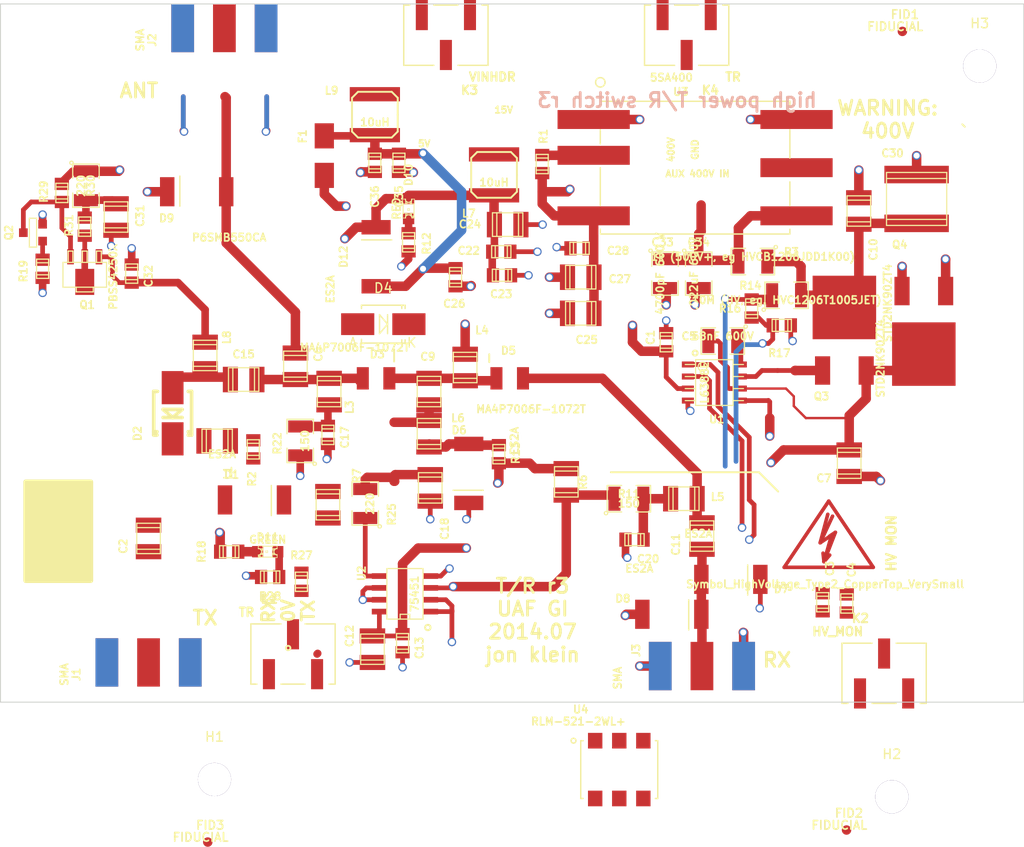
<source format=kicad_pcb>
(kicad_pcb (version 3) (host pcbnew "(2014-03-19 BZR 4756)-product")

  (general
    (links 167)
    (no_connects 45)
    (area 59.512999 17.729999 167.563001 91.490001)
    (thickness 1.6)
    (drawings 25)
    (tracks 468)
    (zones 0)
    (modules 93)
    (nets 42)
  )

  (page A3)
  (layers
    (15 F.Cu signal)
    (2 Inner2.Cu signal hide)
    (1 Inner1.Cu signal)
    (0 B.Cu signal)
    (16 B.Adhes user)
    (17 F.Adhes user)
    (18 B.Paste user)
    (19 F.Paste user)
    (20 B.SilkS user)
    (21 F.SilkS user)
    (22 B.Mask user)
    (23 F.Mask user)
    (24 Dwgs.User user)
    (25 Cmts.User user)
    (26 Eco1.User user)
    (27 Eco2.User user)
    (28 Edge.Cuts user)
  )

  (setup
    (last_trace_width 0.18)
    (user_trace_width 0.5)
    (user_trace_width 0.8)
    (user_trace_width 1)
    (user_trace_width 2.54)
    (trace_clearance 0.17)
    (zone_clearance 0.7)
    (zone_45_only yes)
    (trace_min 0.2)
    (segment_width 0.2)
    (edge_width 0.1)
    (via_size 0.889)
    (via_drill 0.635)
    (via_min_size 0.889)
    (via_min_drill 0.508)
    (uvia_size 0.508)
    (uvia_drill 0.127)
    (uvias_allowed no)
    (uvia_min_size 0.508)
    (uvia_min_drill 0.127)
    (pcb_text_width 0.3)
    (pcb_text_size 1.5 1.5)
    (mod_edge_width 0.15)
    (mod_text_size 0.8 0.8)
    (mod_text_width 0.175)
    (pad_size 1.52 1.65)
    (pad_drill 0)
    (pad_to_mask_clearance 0)
    (pad_to_paste_clearance -0.05)
    (aux_axis_origin 0 0)
    (grid_origin 70.993 62.23)
    (visible_elements FFFEFF7F)
    (pcbplotparams
      (layerselection 284196871)
      (usegerberextensions true)
      (excludeedgelayer true)
      (linewidth 0.150000)
      (plotframeref false)
      (viasonmask false)
      (mode 1)
      (useauxorigin false)
      (hpglpennumber 1)
      (hpglpenspeed 20)
      (hpglpendiameter 15)
      (hpglpenoverlay 2)
      (psnegative false)
      (psa4output false)
      (plotreference true)
      (plotvalue false)
      (plotothertext true)
      (plotinvisibletext false)
      (padsonsilk false)
      (subtractmaskfromsilk false)
      (outputformat 1)
      (mirror false)
      (drillshape 0)
      (scaleselection 1)
      (outputdirectory gerbs))
  )

  (net 0 "")
  (net 1 /RX)
  (net 2 /TX)
  (net 3 /hvbias)
  (net 4 /hvdiode)
  (net 5 GND)
  (net 6 VCC)
  (net 7 VDD)
  (net 8 "Net-(C2-Pad1)")
  (net 9 "Net-(C2-Pad2)")
  (net 10 "Net-(C5-Pad1)")
  (net 11 "Net-(C15-Pad1)")
  (net 12 "Net-(C6-Pad2)")
  (net 13 "Net-(C9-Pad1)")
  (net 14 "Net-(C11-Pad1)")
  (net 15 "Net-(C11-Pad2)")
  (net 16 "Net-(C15-Pad2)")
  (net 17 "Net-(C17-Pad2)")
  (net 18 "Net-(C18-Pad1)")
  (net 19 "Net-(C20-Pad2)")
  (net 20 "Net-(D1-Pad1)")
  (net 21 "Net-(D6-Pad1)")
  (net 22 "Net-(Q3-PadG)")
  (net 23 "Net-(Q4-PadG)")
  (net 24 "Net-(C33-Pad1)")
  (net 25 +5V)
  (net 26 /TXDRV)
  (net 27 /RXDRV)
  (net 28 "Net-(R1-Pad2)")
  (net 29 "Net-(D10-Pad2)")
  (net 30 "Net-(D11-Pad2)")
  (net 31 "Net-(C31-Pad1)")
  (net 32 "Net-(Q1-Pad2)")
  (net 33 "Net-(Q1-Pad3)")
  (net 34 "Net-(Q2-Pad2)")
  (net 35 "Net-(C32-Pad2)")
  (net 36 "Net-(K3-Pad1)")
  (net 37 "Net-(K3-Pad3)")
  (net 38 "Net-(C3-Pad1)")
  (net 39 "Net-(C4-Pad1)")
  (net 40 "Net-(C25-Pad1)")
  (net 41 "Net-(J3-Pad1)")

  (net_class Default "This is the default net class."
    (clearance 0.17)
    (trace_width 0.18)
    (via_dia 0.889)
    (via_drill 0.635)
    (uvia_dia 0.508)
    (uvia_drill 0.127)
    (add_net +5V)
    (add_net /RX)
    (add_net /RXDRV)
    (add_net /TX)
    (add_net /TXDRV)
    (add_net GND)
    (add_net "Net-(C11-Pad1)")
    (add_net "Net-(C11-Pad2)")
    (add_net "Net-(C15-Pad1)")
    (add_net "Net-(C15-Pad2)")
    (add_net "Net-(C17-Pad2)")
    (add_net "Net-(C18-Pad1)")
    (add_net "Net-(C2-Pad1)")
    (add_net "Net-(C2-Pad2)")
    (add_net "Net-(C20-Pad2)")
    (add_net "Net-(C25-Pad1)")
    (add_net "Net-(C3-Pad1)")
    (add_net "Net-(C31-Pad1)")
    (add_net "Net-(C32-Pad2)")
    (add_net "Net-(C33-Pad1)")
    (add_net "Net-(C4-Pad1)")
    (add_net "Net-(C5-Pad1)")
    (add_net "Net-(C6-Pad2)")
    (add_net "Net-(C9-Pad1)")
    (add_net "Net-(D1-Pad1)")
    (add_net "Net-(D10-Pad2)")
    (add_net "Net-(D11-Pad2)")
    (add_net "Net-(D6-Pad1)")
    (add_net "Net-(J3-Pad1)")
    (add_net "Net-(K3-Pad1)")
    (add_net "Net-(K3-Pad3)")
    (add_net "Net-(Q1-Pad2)")
    (add_net "Net-(Q1-Pad3)")
    (add_net "Net-(Q2-Pad2)")
    (add_net "Net-(Q3-PadG)")
    (add_net "Net-(Q4-PadG)")
    (add_net "Net-(R1-Pad2)")
    (add_net VCC)
    (add_net VDD)
  )

  (net_class 50ohm_1to3 ""
    (clearance 0.254)
    (trace_width 2.8)
    (via_dia 0.889)
    (via_drill 0.635)
    (uvia_dia 0.508)
    (uvia_drill 0.127)
  )

  (net_class hv ""
    (clearance 0.5)
    (trace_width 0.254)
    (via_dia 0.889)
    (via_drill 0.635)
    (uvia_dia 0.508)
    (uvia_drill 0.127)
    (add_net /hvbias)
    (add_net /hvdiode)
  )

  (module smd_capacitors:c_0805 (layer F.Cu) (tedit 5384EDAE) (tstamp 54173EFF)
    (at 129.794 53.467 270)
    (descr "SMT capacitor, 0805")
    (path /52AA05B6)
    (fp_text reference C1 (at -0.508 1.651 450) (layer F.SilkS)
      (effects (font (size 0.8 0.8) (thickness 0.175)))
    )
    (fp_text value 100nF (at 0 0.9906 270) (layer F.SilkS) hide
      (effects (font (size 0.8 0.8) (thickness 0.175)))
    )
    (fp_line (start 0.635 -0.635) (end 0.635 0.635) (layer F.SilkS) (width 0.127))
    (fp_line (start -0.635 -0.635) (end -0.635 0.6096) (layer F.SilkS) (width 0.127))
    (fp_line (start -1.016 -0.635) (end 1.016 -0.635) (layer F.SilkS) (width 0.127))
    (fp_line (start 1.016 -0.635) (end 1.016 0.635) (layer F.SilkS) (width 0.127))
    (fp_line (start 1.016 0.635) (end -1.016 0.635) (layer F.SilkS) (width 0.127))
    (fp_line (start -1.016 0.635) (end -1.016 -0.635) (layer F.SilkS) (width 0.127))
    (pad 1 smd rect (at 0.9525 0 270) (size 1.30048 1.4986) (layers F.Cu F.Paste F.Mask)
      (net 6 VCC))
    (pad 2 smd rect (at -0.9525 0 270) (size 1.30048 1.4986) (layers F.Cu F.Paste F.Mask)
      (net 5 GND))
    (model smd/capacitors/c_0805.wrl
      (at (xyz 0 0 0))
      (scale (xyz 1 1 1))
      (rotate (xyz 0 0 0))
    )
  )

  (module smd_capacitors:c_1210 (layer F.Cu) (tedit 53482A1A) (tstamp 54173EE5)
    (at 75.184 74.168 90)
    (descr "SMT capacitor, 1210")
    (path /52AA0DE1)
    (fp_text reference C2 (at -0.8255 -2.667 90) (layer F.SilkS)
      (effects (font (size 0.8 0.8) (thickness 0.175)))
    )
    (fp_text value ".022uF 600 V" (at -0.0254 1.7272 90) (layer F.SilkS) hide
      (effects (font (size 0.8 0.8) (thickness 0.175)))
    )
    (fp_line (start -1.6002 -1.2446) (end -1.6002 1.2446) (layer F.SilkS) (width 0.127))
    (fp_line (start 1.6002 1.2446) (end 1.6002 -1.2446) (layer F.SilkS) (width 0.127))
    (fp_line (start 1.143 -1.2446) (end 1.143 1.2446) (layer F.SilkS) (width 0.127))
    (fp_line (start -1.143 1.2446) (end -1.143 -1.2446) (layer F.SilkS) (width 0.127))
    (fp_line (start -1.6002 1.2446) (end 1.6002 1.2446) (layer F.SilkS) (width 0.127))
    (fp_line (start 1.6002 -1.2446) (end -1.6002 -1.2446) (layer F.SilkS) (width 0.127))
    (pad 1 smd rect (at 1.397 0 90) (size 1.6002 2.6924) (layers F.Cu F.Paste F.Mask)
      (net 8 "Net-(C2-Pad1)"))
    (pad 2 smd rect (at -1.397 0 90) (size 1.6002 2.6924) (layers F.Cu F.Paste F.Mask)
      (net 9 "Net-(C2-Pad2)"))
    (model smd/capacitors/c_1210.wrl
      (at (xyz 0 0 0))
      (scale (xyz 1 1 1))
      (rotate (xyz 0 0 0))
    )
  )

  (module smd_capacitors:c_0805 (layer F.Cu) (tedit 53D2B324) (tstamp 54173ECB)
    (at 146.304 80.899 270)
    (descr "SMT capacitor, 0805")
    (path /53D1770F)
    (fp_text reference C3 (at -3.556 -0.762 270) (layer F.SilkS)
      (effects (font (size 0.8 0.8) (thickness 0.175)))
    )
    (fp_text value 10nF (at 0 0.9906 270) (layer F.SilkS) hide
      (effects (font (size 0.8 0.8) (thickness 0.175)))
    )
    (fp_line (start 0.635 -0.635) (end 0.635 0.635) (layer F.SilkS) (width 0.127))
    (fp_line (start -0.635 -0.635) (end -0.635 0.6096) (layer F.SilkS) (width 0.127))
    (fp_line (start -1.016 -0.635) (end 1.016 -0.635) (layer F.SilkS) (width 0.127))
    (fp_line (start 1.016 -0.635) (end 1.016 0.635) (layer F.SilkS) (width 0.127))
    (fp_line (start 1.016 0.635) (end -1.016 0.635) (layer F.SilkS) (width 0.127))
    (fp_line (start -1.016 0.635) (end -1.016 -0.635) (layer F.SilkS) (width 0.127))
    (pad 1 smd rect (at 0.9525 0 270) (size 1.30048 1.4986) (layers F.Cu F.Paste F.Mask)
      (net 38 "Net-(C3-Pad1)"))
    (pad 2 smd rect (at -0.9525 0 270) (size 1.30048 1.4986) (layers F.Cu F.Paste F.Mask)
      (net 5 GND))
    (model smd/capacitors/c_0805.wrl
      (at (xyz 0 0 0))
      (scale (xyz 1 1 1))
      (rotate (xyz 0 0 0))
    )
  )

  (module smd_capacitors:c_1210 (layer F.Cu) (tedit 53482719) (tstamp 54173EB1)
    (at 90.678 56.007 270)
    (descr "SMT capacitor, 1210")
    (path /52AA0DC5)
    (fp_text reference C6 (at -1.27 -2.413 270) (layer F.SilkS)
      (effects (font (size 0.8 0.8) (thickness 0.175)))
    )
    (fp_text value ".022uF 600 V" (at -0.0254 1.7272 270) (layer F.SilkS) hide
      (effects (font (size 0.8 0.8) (thickness 0.175)))
    )
    (fp_line (start -1.6002 -1.2446) (end -1.6002 1.2446) (layer F.SilkS) (width 0.127))
    (fp_line (start 1.6002 1.2446) (end 1.6002 -1.2446) (layer F.SilkS) (width 0.127))
    (fp_line (start 1.143 -1.2446) (end 1.143 1.2446) (layer F.SilkS) (width 0.127))
    (fp_line (start -1.143 1.2446) (end -1.143 -1.2446) (layer F.SilkS) (width 0.127))
    (fp_line (start -1.6002 1.2446) (end 1.6002 1.2446) (layer F.SilkS) (width 0.127))
    (fp_line (start 1.6002 -1.2446) (end -1.6002 -1.2446) (layer F.SilkS) (width 0.127))
    (pad 1 smd rect (at 1.397 0 270) (size 1.6002 2.6924) (layers F.Cu F.Paste F.Mask)
      (net 11 "Net-(C15-Pad1)"))
    (pad 2 smd rect (at -1.397 0 270) (size 1.6002 2.6924) (layers F.Cu F.Paste F.Mask)
      (net 12 "Net-(C6-Pad2)"))
    (model smd/capacitors/c_1210.wrl
      (at (xyz 0 0 0))
      (scale (xyz 1 1 1))
      (rotate (xyz 0 0 0))
    )
  )

  (module smd_capacitors:c_1210 (layer F.Cu) (tedit 537F8F21) (tstamp 54173E97)
    (at 149.098 66.2305 270)
    (descr "SMT capacitor, 1210")
    (path /52AA19E2)
    (fp_text reference C7 (at 1.5875 2.667 360) (layer F.SilkS)
      (effects (font (size 0.8 0.8) (thickness 0.175)))
    )
    (fp_text value ".022uF, 600 V" (at -0.0254 1.7272 270) (layer F.SilkS) hide
      (effects (font (size 0.8 0.8) (thickness 0.175)))
    )
    (fp_line (start -1.6002 -1.2446) (end -1.6002 1.2446) (layer F.SilkS) (width 0.127))
    (fp_line (start 1.6002 1.2446) (end 1.6002 -1.2446) (layer F.SilkS) (width 0.127))
    (fp_line (start 1.143 -1.2446) (end 1.143 1.2446) (layer F.SilkS) (width 0.127))
    (fp_line (start -1.143 1.2446) (end -1.143 -1.2446) (layer F.SilkS) (width 0.127))
    (fp_line (start -1.6002 1.2446) (end 1.6002 1.2446) (layer F.SilkS) (width 0.127))
    (fp_line (start 1.6002 -1.2446) (end -1.6002 -1.2446) (layer F.SilkS) (width 0.127))
    (pad 1 smd rect (at 1.397 0 270) (size 1.6002 2.6924) (layers F.Cu F.Paste F.Mask)
      (net 5 GND))
    (pad 2 smd rect (at -1.397 0 270) (size 1.6002 2.6924) (layers F.Cu F.Paste F.Mask)
      (net 3 /hvbias))
    (model smd/capacitors/c_1210.wrl
      (at (xyz 0 0 0))
      (scale (xyz 1 1 1))
      (rotate (xyz 0 0 0))
    )
  )

  (module smd_capacitors:c_1210 (layer F.Cu) (tedit 53482714) (tstamp 54173E7D)
    (at 104.775 58.674 270)
    (descr "SMT capacitor, 1210")
    (path /52ABBCEC)
    (fp_text reference C9 (at -3.683 0.127 360) (layer F.SilkS)
      (effects (font (size 0.8 0.8) (thickness 0.175)))
    )
    (fp_text value ".022uF, 600 V" (at -0.0254 1.7272 270) (layer F.SilkS) hide
      (effects (font (size 0.8 0.8) (thickness 0.175)))
    )
    (fp_line (start -1.6002 -1.2446) (end -1.6002 1.2446) (layer F.SilkS) (width 0.127))
    (fp_line (start 1.6002 1.2446) (end 1.6002 -1.2446) (layer F.SilkS) (width 0.127))
    (fp_line (start 1.143 -1.2446) (end 1.143 1.2446) (layer F.SilkS) (width 0.127))
    (fp_line (start -1.143 1.2446) (end -1.143 -1.2446) (layer F.SilkS) (width 0.127))
    (fp_line (start -1.6002 1.2446) (end 1.6002 1.2446) (layer F.SilkS) (width 0.127))
    (fp_line (start 1.6002 -1.2446) (end -1.6002 -1.2446) (layer F.SilkS) (width 0.127))
    (pad 1 smd rect (at 1.397 0 270) (size 1.6002 2.6924) (layers F.Cu F.Paste F.Mask)
      (net 13 "Net-(C9-Pad1)"))
    (pad 2 smd rect (at -1.397 0 270) (size 1.6002 2.6924) (layers F.Cu F.Paste F.Mask)
      (net 4 /hvdiode))
    (model smd/capacitors/c_1210.wrl
      (at (xyz 0 0 0))
      (scale (xyz 1 1 1))
      (rotate (xyz 0 0 0))
    )
  )

  (module smd_capacitors:c_1210 (layer F.Cu) (tedit 537E8D62) (tstamp 54173E63)
    (at 150.114 39.624 270)
    (descr "SMT capacitor, 1210")
    (path /52AE8620)
    (fp_text reference C10 (at 4.064 -1.524 270) (layer F.SilkS)
      (effects (font (size 0.8 0.8) (thickness 0.175)))
    )
    (fp_text value "4700pF 600V" (at -0.0254 1.7272 270) (layer F.SilkS) hide
      (effects (font (size 0.8 0.8) (thickness 0.175)))
    )
    (fp_line (start -1.6002 -1.2446) (end -1.6002 1.2446) (layer F.SilkS) (width 0.127))
    (fp_line (start 1.6002 1.2446) (end 1.6002 -1.2446) (layer F.SilkS) (width 0.127))
    (fp_line (start 1.143 -1.2446) (end 1.143 1.2446) (layer F.SilkS) (width 0.127))
    (fp_line (start -1.143 1.2446) (end -1.143 -1.2446) (layer F.SilkS) (width 0.127))
    (fp_line (start -1.6002 1.2446) (end 1.6002 1.2446) (layer F.SilkS) (width 0.127))
    (fp_line (start 1.6002 -1.2446) (end -1.6002 -1.2446) (layer F.SilkS) (width 0.127))
    (pad 1 smd rect (at 1.397 0 270) (size 1.6002 2.6924) (layers F.Cu F.Paste F.Mask)
      (net 7 VDD))
    (pad 2 smd rect (at -1.397 0 270) (size 1.6002 2.6924) (layers F.Cu F.Paste F.Mask)
      (net 5 GND))
    (model smd/capacitors/c_1210.wrl
      (at (xyz 0 0 0))
      (scale (xyz 1 1 1))
      (rotate (xyz 0 0 0))
    )
  )

  (module smd_capacitors:c_1210 (layer F.Cu) (tedit 537F8EFC) (tstamp 54173E49)
    (at 133.564 73.914 90)
    (descr "SMT capacitor, 1210")
    (path /52AA0D7B)
    (fp_text reference C11 (at -0.889 -2.754 90) (layer F.SilkS)
      (effects (font (size 0.8 0.8) (thickness 0.175)))
    )
    (fp_text value ".022uF, 600 V" (at -0.0254 1.7272 90) (layer F.SilkS) hide
      (effects (font (size 0.8 0.8) (thickness 0.175)))
    )
    (fp_line (start -1.6002 -1.2446) (end -1.6002 1.2446) (layer F.SilkS) (width 0.127))
    (fp_line (start 1.6002 1.2446) (end 1.6002 -1.2446) (layer F.SilkS) (width 0.127))
    (fp_line (start 1.143 -1.2446) (end 1.143 1.2446) (layer F.SilkS) (width 0.127))
    (fp_line (start -1.143 1.2446) (end -1.143 -1.2446) (layer F.SilkS) (width 0.127))
    (fp_line (start -1.6002 1.2446) (end 1.6002 1.2446) (layer F.SilkS) (width 0.127))
    (fp_line (start 1.6002 -1.2446) (end -1.6002 -1.2446) (layer F.SilkS) (width 0.127))
    (pad 1 smd rect (at 1.397 0 90) (size 1.6002 2.6924) (layers F.Cu F.Paste F.Mask)
      (net 14 "Net-(C11-Pad1)"))
    (pad 2 smd rect (at -1.397 0 90) (size 1.6002 2.6924) (layers F.Cu F.Paste F.Mask)
      (net 15 "Net-(C11-Pad2)"))
    (model smd/capacitors/c_1210.wrl
      (at (xyz 0 0 0))
      (scale (xyz 1 1 1))
      (rotate (xyz 0 0 0))
    )
  )

  (module smd_capacitors:c_0805 (layer F.Cu) (tedit 537F8EC3) (tstamp 54173E2F)
    (at 101.981 85.217 90)
    (descr "SMT capacitor, 0805")
    (path /537E5514)
    (fp_text reference C13 (at -0.508 1.778 90) (layer F.SilkS)
      (effects (font (size 0.8 0.8) (thickness 0.175)))
    )
    (fp_text value 100nF (at 0 0.9906 90) (layer F.SilkS) hide
      (effects (font (size 0.8 0.8) (thickness 0.175)))
    )
    (fp_line (start 0.635 -0.635) (end 0.635 0.635) (layer F.SilkS) (width 0.127))
    (fp_line (start -0.635 -0.635) (end -0.635 0.6096) (layer F.SilkS) (width 0.127))
    (fp_line (start -1.016 -0.635) (end 1.016 -0.635) (layer F.SilkS) (width 0.127))
    (fp_line (start 1.016 -0.635) (end 1.016 0.635) (layer F.SilkS) (width 0.127))
    (fp_line (start 1.016 0.635) (end -1.016 0.635) (layer F.SilkS) (width 0.127))
    (fp_line (start -1.016 0.635) (end -1.016 -0.635) (layer F.SilkS) (width 0.127))
    (pad 1 smd rect (at 0.9525 0 90) (size 1.30048 1.4986) (layers F.Cu F.Paste F.Mask)
      (net 25 +5V))
    (pad 2 smd rect (at -0.9525 0 90) (size 1.30048 1.4986) (layers F.Cu F.Paste F.Mask)
      (net 5 GND))
    (model smd/capacitors/c_0805.wrl
      (at (xyz 0 0 0))
      (scale (xyz 1 1 1))
      (rotate (xyz 0 0 0))
    )
  )

  (module smd_capacitors:c_1210 (layer F.Cu) (tedit 5348271B) (tstamp 54173E15)
    (at 85.217 57.404)
    (descr "SMT capacitor, 1210")
    (path /52AE36E3)
    (fp_text reference C15 (at 0 -2.667) (layer F.SilkS)
      (effects (font (size 0.8 0.8) (thickness 0.175)))
    )
    (fp_text value ".022uF 600 V" (at -0.0254 1.7272) (layer F.SilkS) hide
      (effects (font (size 0.8 0.8) (thickness 0.175)))
    )
    (fp_line (start -1.6002 -1.2446) (end -1.6002 1.2446) (layer F.SilkS) (width 0.127))
    (fp_line (start 1.6002 1.2446) (end 1.6002 -1.2446) (layer F.SilkS) (width 0.127))
    (fp_line (start 1.143 -1.2446) (end 1.143 1.2446) (layer F.SilkS) (width 0.127))
    (fp_line (start -1.143 1.2446) (end -1.143 -1.2446) (layer F.SilkS) (width 0.127))
    (fp_line (start -1.6002 1.2446) (end 1.6002 1.2446) (layer F.SilkS) (width 0.127))
    (fp_line (start 1.6002 -1.2446) (end -1.6002 -1.2446) (layer F.SilkS) (width 0.127))
    (pad 1 smd rect (at 1.397 0) (size 1.6002 2.6924) (layers F.Cu F.Paste F.Mask)
      (net 11 "Net-(C15-Pad1)"))
    (pad 2 smd rect (at -1.397 0) (size 1.6002 2.6924) (layers F.Cu F.Paste F.Mask)
      (net 16 "Net-(C15-Pad2)"))
    (model smd/capacitors/c_1210.wrl
      (at (xyz 0 0 0))
      (scale (xyz 1 1 1))
      (rotate (xyz 0 0 0))
    )
  )

  (module smd_capacitors:c_0805 (layer F.Cu) (tedit 537F9754) (tstamp 54173DFB)
    (at 94.107 63.246 270)
    (descr "SMT capacitor, 0805")
    (path /52AE6FB2)
    (fp_text reference C17 (at 0.254 -1.778 270) (layer F.SilkS)
      (effects (font (size 0.8 0.8) (thickness 0.175)))
    )
    (fp_text value 10nF (at 0 0.9906 270) (layer F.SilkS) hide
      (effects (font (size 0.8 0.8) (thickness 0.175)))
    )
    (fp_line (start 0.635 -0.635) (end 0.635 0.635) (layer F.SilkS) (width 0.127))
    (fp_line (start -0.635 -0.635) (end -0.635 0.6096) (layer F.SilkS) (width 0.127))
    (fp_line (start -1.016 -0.635) (end 1.016 -0.635) (layer F.SilkS) (width 0.127))
    (fp_line (start 1.016 -0.635) (end 1.016 0.635) (layer F.SilkS) (width 0.127))
    (fp_line (start 1.016 0.635) (end -1.016 0.635) (layer F.SilkS) (width 0.127))
    (fp_line (start -1.016 0.635) (end -1.016 -0.635) (layer F.SilkS) (width 0.127))
    (pad 1 smd rect (at 0.9525 0 270) (size 1.30048 1.4986) (layers F.Cu F.Paste F.Mask)
      (net 5 GND))
    (pad 2 smd rect (at -0.9525 0 270) (size 1.30048 1.4986) (layers F.Cu F.Paste F.Mask)
      (net 17 "Net-(C17-Pad2)"))
    (model smd/capacitors/c_0805.wrl
      (at (xyz 0 0 0))
      (scale (xyz 1 1 1))
      (rotate (xyz 0 0 0))
    )
  )

  (module smd_capacitors:c_1210 (layer F.Cu) (tedit 537F8F4E) (tstamp 54173DE1)
    (at 104.902 68.834 90)
    (descr "SMT capacitor, 1210")
    (path /52AE7C1F)
    (fp_text reference C18 (at -4.318 1.524 90) (layer F.SilkS)
      (effects (font (size 0.8 0.8) (thickness 0.175)))
    )
    (fp_text value ".022uF 100V" (at -0.0254 1.7272 90) (layer F.SilkS) hide
      (effects (font (size 0.8 0.8) (thickness 0.175)))
    )
    (fp_line (start -1.6002 -1.2446) (end -1.6002 1.2446) (layer F.SilkS) (width 0.127))
    (fp_line (start 1.6002 1.2446) (end 1.6002 -1.2446) (layer F.SilkS) (width 0.127))
    (fp_line (start 1.143 -1.2446) (end 1.143 1.2446) (layer F.SilkS) (width 0.127))
    (fp_line (start -1.143 1.2446) (end -1.143 -1.2446) (layer F.SilkS) (width 0.127))
    (fp_line (start -1.6002 1.2446) (end 1.6002 1.2446) (layer F.SilkS) (width 0.127))
    (fp_line (start 1.6002 -1.2446) (end -1.6002 -1.2446) (layer F.SilkS) (width 0.127))
    (pad 1 smd rect (at 1.397 0 90) (size 1.6002 2.6924) (layers F.Cu F.Paste F.Mask)
      (net 18 "Net-(C18-Pad1)"))
    (pad 2 smd rect (at -1.397 0 90) (size 1.6002 2.6924) (layers F.Cu F.Paste F.Mask)
      (net 5 GND))
    (model smd/capacitors/c_1210.wrl
      (at (xyz 0 0 0))
      (scale (xyz 1 1 1))
      (rotate (xyz 0 0 0))
    )
  )

  (module smd_capacitors:c_0805 (layer F.Cu) (tedit 537F8ECC) (tstamp 54173DC7)
    (at 126.452 74.295 180)
    (descr "SMT capacitor, 0805")
    (path /52AE6FA3)
    (fp_text reference C20 (at -1.437 -2.032 360) (layer F.SilkS)
      (effects (font (size 0.8 0.8) (thickness 0.175)))
    )
    (fp_text value 10nF (at 0 0.9906 180) (layer F.SilkS) hide
      (effects (font (size 0.8 0.8) (thickness 0.175)))
    )
    (fp_line (start 0.635 -0.635) (end 0.635 0.635) (layer F.SilkS) (width 0.127))
    (fp_line (start -0.635 -0.635) (end -0.635 0.6096) (layer F.SilkS) (width 0.127))
    (fp_line (start -1.016 -0.635) (end 1.016 -0.635) (layer F.SilkS) (width 0.127))
    (fp_line (start 1.016 -0.635) (end 1.016 0.635) (layer F.SilkS) (width 0.127))
    (fp_line (start 1.016 0.635) (end -1.016 0.635) (layer F.SilkS) (width 0.127))
    (fp_line (start -1.016 0.635) (end -1.016 -0.635) (layer F.SilkS) (width 0.127))
    (pad 1 smd rect (at 0.9525 0 180) (size 1.30048 1.4986) (layers F.Cu F.Paste F.Mask)
      (net 5 GND))
    (pad 2 smd rect (at -0.9525 0 180) (size 1.30048 1.4986) (layers F.Cu F.Paste F.Mask)
      (net 19 "Net-(C20-Pad2)"))
    (model smd/capacitors/c_0805.wrl
      (at (xyz 0 0 0))
      (scale (xyz 1 1 1))
      (rotate (xyz 0 0 0))
    )
  )

  (module smd_capacitors:c_0805 (layer F.Cu) (tedit 537F8E8B) (tstamp 54173DAD)
    (at 112.395 43.9166 180)
    (descr "SMT capacitor, 0805")
    (path /52AF5971)
    (fp_text reference C22 (at 3.429 0.1016 180) (layer F.SilkS)
      (effects (font (size 0.8 0.8) (thickness 0.175)))
    )
    (fp_text value 2.2uF (at 0 0.9906 180) (layer F.SilkS) hide
      (effects (font (size 0.8 0.8) (thickness 0.175)))
    )
    (fp_line (start 0.635 -0.635) (end 0.635 0.635) (layer F.SilkS) (width 0.127))
    (fp_line (start -0.635 -0.635) (end -0.635 0.6096) (layer F.SilkS) (width 0.127))
    (fp_line (start -1.016 -0.635) (end 1.016 -0.635) (layer F.SilkS) (width 0.127))
    (fp_line (start 1.016 -0.635) (end 1.016 0.635) (layer F.SilkS) (width 0.127))
    (fp_line (start 1.016 0.635) (end -1.016 0.635) (layer F.SilkS) (width 0.127))
    (fp_line (start -1.016 0.635) (end -1.016 -0.635) (layer F.SilkS) (width 0.127))
    (pad 1 smd rect (at 0.9525 0 180) (size 1.30048 1.4986) (layers F.Cu F.Paste F.Mask)
      (net 6 VCC))
    (pad 2 smd rect (at -0.9525 0 180) (size 1.30048 1.4986) (layers F.Cu F.Paste F.Mask)
      (net 5 GND))
    (model smd/capacitors/c_0805.wrl
      (at (xyz 0 0 0))
      (scale (xyz 1 1 1))
      (rotate (xyz 0 0 0))
    )
  )

  (module smd_capacitors:c_0805 (layer F.Cu) (tedit 537F8F19) (tstamp 54173D93)
    (at 112.4712 46.4058 180)
    (descr "SMT capacitor, 0805")
    (path /52AF596B)
    (fp_text reference C23 (at 0.0762 -1.9812 180) (layer F.SilkS)
      (effects (font (size 0.8 0.8) (thickness 0.175)))
    )
    (fp_text value 10nF (at 0 0.9906 180) (layer F.SilkS) hide
      (effects (font (size 0.8 0.8) (thickness 0.175)))
    )
    (fp_line (start 0.635 -0.635) (end 0.635 0.635) (layer F.SilkS) (width 0.127))
    (fp_line (start -0.635 -0.635) (end -0.635 0.6096) (layer F.SilkS) (width 0.127))
    (fp_line (start -1.016 -0.635) (end 1.016 -0.635) (layer F.SilkS) (width 0.127))
    (fp_line (start 1.016 -0.635) (end 1.016 0.635) (layer F.SilkS) (width 0.127))
    (fp_line (start 1.016 0.635) (end -1.016 0.635) (layer F.SilkS) (width 0.127))
    (fp_line (start -1.016 0.635) (end -1.016 -0.635) (layer F.SilkS) (width 0.127))
    (pad 1 smd rect (at 0.9525 0 180) (size 1.30048 1.4986) (layers F.Cu F.Paste F.Mask)
      (net 6 VCC))
    (pad 2 smd rect (at -0.9525 0 180) (size 1.30048 1.4986) (layers F.Cu F.Paste F.Mask)
      (net 5 GND))
    (model smd/capacitors/c_0805.wrl
      (at (xyz 0 0 0))
      (scale (xyz 1 1 1))
      (rotate (xyz 0 0 0))
    )
  )

  (module smd_capacitors:c_1210 (layer F.Cu) (tedit 53482733) (tstamp 54173D79)
    (at 113.0681 41.0591 180)
    (descr "SMT capacitor, 1210")
    (path /52AF5530)
    (fp_text reference C24 (at 3.9751 0.0381 180) (layer F.SilkS)
      (effects (font (size 0.8 0.8) (thickness 0.175)))
    )
    (fp_text value 22uF (at -0.0254 1.7272 180) (layer F.SilkS) hide
      (effects (font (size 0.8 0.8) (thickness 0.175)))
    )
    (fp_line (start -1.6002 -1.2446) (end -1.6002 1.2446) (layer F.SilkS) (width 0.127))
    (fp_line (start 1.6002 1.2446) (end 1.6002 -1.2446) (layer F.SilkS) (width 0.127))
    (fp_line (start 1.143 -1.2446) (end 1.143 1.2446) (layer F.SilkS) (width 0.127))
    (fp_line (start -1.143 1.2446) (end -1.143 -1.2446) (layer F.SilkS) (width 0.127))
    (fp_line (start -1.6002 1.2446) (end 1.6002 1.2446) (layer F.SilkS) (width 0.127))
    (fp_line (start 1.6002 -1.2446) (end -1.6002 -1.2446) (layer F.SilkS) (width 0.127))
    (pad 1 smd rect (at 1.397 0 180) (size 1.6002 2.6924) (layers F.Cu F.Paste F.Mask)
      (net 6 VCC))
    (pad 2 smd rect (at -1.397 0 180) (size 1.6002 2.6924) (layers F.Cu F.Paste F.Mask)
      (net 5 GND))
    (model smd/capacitors/c_1210.wrl
      (at (xyz 0 0 0))
      (scale (xyz 1 1 1))
      (rotate (xyz 0 0 0))
    )
  )

  (module smd_capacitors:c_1210 (layer F.Cu) (tedit 5384ED1E) (tstamp 54173D5F)
    (at 120.777 50.419)
    (descr "SMT capacitor, 1210")
    (path /52E6B8A9)
    (fp_text reference C25 (at 0.635 2.794) (layer F.SilkS)
      (effects (font (size 0.8 0.8) (thickness 0.175)))
    )
    (fp_text value 22uF (at -0.0254 1.7272) (layer F.SilkS) hide
      (effects (font (size 0.8 0.8) (thickness 0.175)))
    )
    (fp_line (start -1.6002 -1.2446) (end -1.6002 1.2446) (layer F.SilkS) (width 0.127))
    (fp_line (start 1.6002 1.2446) (end 1.6002 -1.2446) (layer F.SilkS) (width 0.127))
    (fp_line (start 1.143 -1.2446) (end 1.143 1.2446) (layer F.SilkS) (width 0.127))
    (fp_line (start -1.143 1.2446) (end -1.143 -1.2446) (layer F.SilkS) (width 0.127))
    (fp_line (start -1.6002 1.2446) (end 1.6002 1.2446) (layer F.SilkS) (width 0.127))
    (fp_line (start 1.6002 -1.2446) (end -1.6002 -1.2446) (layer F.SilkS) (width 0.127))
    (pad 1 smd rect (at 1.397 0) (size 1.6002 2.6924) (layers F.Cu F.Paste F.Mask)
      (net 40 "Net-(C25-Pad1)"))
    (pad 2 smd rect (at -1.397 0) (size 1.6002 2.6924) (layers F.Cu F.Paste F.Mask)
      (net 5 GND))
    (model smd/capacitors/c_1210.wrl
      (at (xyz 0 0 0))
      (scale (xyz 1 1 1))
      (rotate (xyz 0 0 0))
    )
  )

  (module smd_capacitors:c_1210 (layer F.Cu) (tedit 53482A1F) (tstamp 54173D45)
    (at 120.777 46.609)
    (descr "SMT capacitor, 1210")
    (path /52E72AF3)
    (fp_text reference C27 (at 4.1275 0.1905) (layer F.SilkS)
      (effects (font (size 0.8 0.8) (thickness 0.175)))
    )
    (fp_text value 22uF (at -0.0254 1.7272) (layer F.SilkS) hide
      (effects (font (size 0.8 0.8) (thickness 0.175)))
    )
    (fp_line (start -1.6002 -1.2446) (end -1.6002 1.2446) (layer F.SilkS) (width 0.127))
    (fp_line (start 1.6002 1.2446) (end 1.6002 -1.2446) (layer F.SilkS) (width 0.127))
    (fp_line (start 1.143 -1.2446) (end 1.143 1.2446) (layer F.SilkS) (width 0.127))
    (fp_line (start -1.143 1.2446) (end -1.143 -1.2446) (layer F.SilkS) (width 0.127))
    (fp_line (start -1.6002 1.2446) (end 1.6002 1.2446) (layer F.SilkS) (width 0.127))
    (fp_line (start 1.6002 -1.2446) (end -1.6002 -1.2446) (layer F.SilkS) (width 0.127))
    (pad 1 smd rect (at 1.397 0) (size 1.6002 2.6924) (layers F.Cu F.Paste F.Mask)
      (net 40 "Net-(C25-Pad1)"))
    (pad 2 smd rect (at -1.397 0) (size 1.6002 2.6924) (layers F.Cu F.Paste F.Mask)
      (net 5 GND))
    (model smd/capacitors/c_1210.wrl
      (at (xyz 0 0 0))
      (scale (xyz 1 1 1))
      (rotate (xyz 0 0 0))
    )
  )

  (module smb_diode:SMB_DO2144AA (layer F.Cu) (tedit 537F8EE0) (tstamp 54173D2B)
    (at 86.36 70.104)
    (path /52ABB859)
    (fp_text reference D1 (at -2.413 -2.667) (layer F.SilkS)
      (effects (font (size 0.8 0.8) (thickness 0.175)))
    )
    (fp_text value ES2A (at -3.429 -4.826) (layer F.SilkS)
      (effects (font (size 0.8 0.8) (thickness 0.175)))
    )
    (fp_line (start 1.778 -1.524) (end 1.778 1.651) (layer F.SilkS) (width 0.15))
    (pad 1 smd rect (at -3.1115 0) (size 1.524 3.074) (layers F.Cu F.Paste F.Mask)
      (net 20 "Net-(D1-Pad1)"))
    (pad 2 smd rect (at 3.1115 0) (size 1.524 3.074) (layers F.Cu F.Paste F.Mask)
      (net 5 GND))
  )

  (module melf-1072:MELF-1072 (layer F.Cu) (tedit 537F9757) (tstamp 54173D1B)
    (at 99.187 57.277)
    (path /52AA1008)
    (fp_text reference D3 (at 0.127 -2.54) (layer F.SilkS)
      (effects (font (size 0.8 0.8) (thickness 0.175)))
    )
    (fp_text value MA4P7006F-1072T (at -2.25 -3.25) (layer F.SilkS)
      (effects (font (size 0.8 0.8) (thickness 0.175)))
    )
    (pad 1 smd rect (at -1.4 0) (size 1.27 2.36) (layers F.Cu F.Paste F.Mask)
      (net 11 "Net-(C15-Pad1)"))
    (pad 2 smd rect (at 1.4 0) (size 1.27 2.36) (layers F.Cu F.Paste F.Mask)
      (net 4 /hvdiode))
  )

  (module melf-1072:MELF-1072 (layer F.Cu) (tedit 537F975A) (tstamp 54173D0D)
    (at 113.284 57.277 180)
    (path /52AA1017)
    (fp_text reference D5 (at 0.127 2.921 180) (layer F.SilkS)
      (effects (font (size 0.8 0.8) (thickness 0.175)))
    )
    (fp_text value MA4P7006F-1072T (at -2.25 -3.25 180) (layer F.SilkS)
      (effects (font (size 0.8 0.8) (thickness 0.175)))
    )
    (pad 1 smd rect (at -1.4 0 180) (size 1.27 2.36) (layers F.Cu F.Paste F.Mask)
      (net 14 "Net-(C11-Pad1)"))
    (pad 2 smd rect (at 1.4 0 180) (size 1.27 2.36) (layers F.Cu F.Paste F.Mask)
      (net 4 /hvdiode))
  )

  (module smb_diode:SMB_DO2144AA (layer F.Cu) (tedit 537F977B) (tstamp 54173CFF)
    (at 108.966 67.31 270)
    (path /52ABBCD4)
    (fp_text reference D6 (at -4.572 1.016 360) (layer F.SilkS)
      (effects (font (size 0.8 0.8) (thickness 0.175)))
    )
    (fp_text value ES2A (at -3.429 -4.826 270) (layer F.SilkS)
      (effects (font (size 0.8 0.8) (thickness 0.175)))
    )
    (fp_line (start 1.778 -1.524) (end 1.778 1.651) (layer F.SilkS) (width 0.15))
    (pad 1 smd rect (at -3.1115 0 270) (size 1.524 3.074) (layers F.Cu F.Paste F.Mask)
      (net 21 "Net-(D6-Pad1)"))
    (pad 2 smd rect (at 3.1115 0 270) (size 1.524 3.074) (layers F.Cu F.Paste F.Mask)
      (net 5 GND))
  )

  (module smb_diode:SMB_DO2144AA (layer F.Cu) (tedit 534826EA) (tstamp 54173CEF)
    (at 136.612 78.486)
    (path /52AA1B5A)
    (fp_text reference D7 (at 5.334 1.016) (layer F.SilkS)
      (effects (font (size 0.8 0.8) (thickness 0.175)))
    )
    (fp_text value ES2A (at -3.429 -4.826) (layer F.SilkS)
      (effects (font (size 0.8 0.8) (thickness 0.175)))
    )
    (fp_line (start 1.778 -1.524) (end 1.778 1.651) (layer F.SilkS) (width 0.15))
    (pad 1 smd rect (at -3.1115 0) (size 1.524 3.074) (layers F.Cu F.Paste F.Mask)
      (net 15 "Net-(C11-Pad2)"))
    (pad 2 smd rect (at 3.1115 0) (size 1.524 3.074) (layers F.Cu F.Paste F.Mask)
      (net 5 GND))
  )

  (module smb_diode:SMB_DO2144AA (layer F.Cu) (tedit 537F7FDD) (tstamp 54173CDF)
    (at 130.389 82.169)
    (path /52AA1B61)
    (fp_text reference D8 (at -5.167 -1.651) (layer F.SilkS)
      (effects (font (size 0.8 0.8) (thickness 0.175)))
    )
    (fp_text value ES2A (at -3.429 -4.826) (layer F.SilkS)
      (effects (font (size 0.8 0.8) (thickness 0.175)))
    )
    (fp_line (start 1.778 -1.524) (end 1.778 1.651) (layer F.SilkS) (width 0.15))
    (pad 1 smd rect (at -3.1115 0) (size 1.524 3.074) (layers F.Cu F.Paste F.Mask)
      (net 5 GND))
    (pad 2 smd rect (at 3.1115 0) (size 1.524 3.074) (layers F.Cu F.Paste F.Mask)
      (net 15 "Net-(C11-Pad2)"))
  )

  (module sma:sma (layer F.Cu) (tedit 52A56E7A) (tstamp 54174479)
    (at 75.184 87.249 90)
    (path /52AA0DCB)
    (fp_text reference J1 (at -1.27 -7.62 90) (layer F.SilkS)
      (effects (font (size 0.8 0.8) (thickness 0.175)))
    )
    (fp_text value SMA (at -1.27 -8.89 90) (layer F.SilkS)
      (effects (font (size 0.8 0.8) (thickness 0.175)))
    )
    (pad 1 smd rect (at 0 0 90) (size 5.1 2.4) (layers F.Cu F.Paste F.Mask)
      (net 9 "Net-(C2-Pad2)"))
    (pad 2 smd rect (at 0 -4.4 90) (size 5.1 2.4) (layers F.Cu F.Paste F.Mask)
      (net 5 GND))
    (pad 3 smd rect (at 0 4.4 90) (size 5.1 2.4) (layers F.Cu F.Paste F.Mask)
      (net 5 GND))
    (pad 4 smd rect (at 0 4.4 90) (size 5.1 2.4) (layers B.Cu B.Paste B.Mask)
      (net 5 GND))
    (pad 5 smd rect (at 0 -4.4 90) (size 5.1 2.4) (layers B.Cu B.Paste B.Mask)
      (net 5 GND))
  )

  (module sma:sma (layer F.Cu) (tedit 52A56E7A) (tstamp 54173CBB)
    (at 83.185 20.32 90)
    (path /52AA0C17)
    (fp_text reference J2 (at -1.27 -7.62 90) (layer F.SilkS)
      (effects (font (size 0.8 0.8) (thickness 0.175)))
    )
    (fp_text value SMA (at -1.27 -8.89 90) (layer F.SilkS)
      (effects (font (size 0.8 0.8) (thickness 0.175)))
    )
    (pad 1 smd rect (at 0 0 90) (size 5.1 2.4) (layers F.Cu F.Paste F.Mask)
      (net 12 "Net-(C6-Pad2)"))
    (pad 2 smd rect (at 0 -4.4 90) (size 5.1 2.4) (layers F.Cu F.Paste F.Mask)
      (net 5 GND))
    (pad 3 smd rect (at 0 4.4 90) (size 5.1 2.4) (layers F.Cu F.Paste F.Mask)
      (net 5 GND))
    (pad 4 smd rect (at 0 4.4 90) (size 5.1 2.4) (layers B.Cu B.Paste B.Mask)
      (net 5 GND))
    (pad 5 smd rect (at 0 -4.4 90) (size 5.1 2.4) (layers B.Cu B.Paste B.Mask)
      (net 5 GND))
  )

  (module sma:sma (layer F.Cu) (tedit 537F8EC6) (tstamp 54173CA7)
    (at 133.564 87.63 90)
    (path /52AA0DAF)
    (fp_text reference J3 (at 1.651 -6.945 90) (layer F.SilkS)
      (effects (font (size 0.8 0.8) (thickness 0.175)))
    )
    (fp_text value SMA (at -1.27 -8.89 90) (layer F.SilkS)
      (effects (font (size 0.8 0.8) (thickness 0.175)))
    )
    (pad 1 smd rect (at 0 0 90) (size 5.1 2.4) (layers F.Cu F.Paste F.Mask)
      (net 41 "Net-(J3-Pad1)"))
    (pad 2 smd rect (at 0 -4.4 90) (size 5.1 2.4) (layers F.Cu F.Paste F.Mask)
      (net 5 GND))
    (pad 3 smd rect (at 0 4.4 90) (size 5.1 2.4) (layers F.Cu F.Paste F.Mask)
      (net 5 GND))
    (pad 4 smd rect (at 0 4.4 90) (size 5.1 2.4) (layers B.Cu B.Paste B.Mask)
      (net 5 GND))
    (pad 5 smd rect (at 0 -4.4 90) (size 5.1 2.4) (layers B.Cu B.Paste B.Mask)
      (net 5 GND))
  )

  (module smd_capacitors:c_1210 (layer F.Cu) (tedit 53482A15) (tstamp 54173C93)
    (at 82.423 63.881 180)
    (descr "SMT capacitor, 1210")
    (path /52ABB853)
    (fp_text reference L1 (at -1.143 -3.3655 270) (layer F.SilkS)
      (effects (font (size 0.8 0.8) (thickness 0.175)))
    )
    (fp_text value 22uH (at -0.0254 1.7272 180) (layer F.SilkS) hide
      (effects (font (size 0.8 0.8) (thickness 0.175)))
    )
    (fp_line (start -1.6002 -1.2446) (end -1.6002 1.2446) (layer F.SilkS) (width 0.127))
    (fp_line (start 1.6002 1.2446) (end 1.6002 -1.2446) (layer F.SilkS) (width 0.127))
    (fp_line (start 1.143 -1.2446) (end 1.143 1.2446) (layer F.SilkS) (width 0.127))
    (fp_line (start -1.143 1.2446) (end -1.143 -1.2446) (layer F.SilkS) (width 0.127))
    (fp_line (start -1.6002 1.2446) (end 1.6002 1.2446) (layer F.SilkS) (width 0.127))
    (fp_line (start 1.6002 -1.2446) (end -1.6002 -1.2446) (layer F.SilkS) (width 0.127))
    (pad 1 smd rect (at 1.397 0 180) (size 1.6002 2.6924) (layers F.Cu F.Paste F.Mask)
      (net 8 "Net-(C2-Pad1)"))
    (pad 2 smd rect (at -1.397 0 180) (size 1.6002 2.6924) (layers F.Cu F.Paste F.Mask)
      (net 20 "Net-(D1-Pad1)"))
    (model smd/capacitors/c_1210.wrl
      (at (xyz 0 0 0))
      (scale (xyz 1 1 1))
      (rotate (xyz 0 0 0))
    )
  )

  (module smd_capacitors:c_1210 (layer F.Cu) (tedit 537F9756) (tstamp 54173C79)
    (at 94.234 58.674 270)
    (descr "SMT capacitor, 1210")
    (path /52AE3960)
    (fp_text reference L3 (at 1.651 -2.159 270) (layer F.SilkS)
      (effects (font (size 0.8 0.8) (thickness 0.175)))
    )
    (fp_text value 22uH (at -0.0254 1.7272 270) (layer F.SilkS) hide
      (effects (font (size 0.8 0.8) (thickness 0.175)))
    )
    (fp_line (start -1.6002 -1.2446) (end -1.6002 1.2446) (layer F.SilkS) (width 0.127))
    (fp_line (start 1.6002 1.2446) (end 1.6002 -1.2446) (layer F.SilkS) (width 0.127))
    (fp_line (start 1.143 -1.2446) (end 1.143 1.2446) (layer F.SilkS) (width 0.127))
    (fp_line (start -1.143 1.2446) (end -1.143 -1.2446) (layer F.SilkS) (width 0.127))
    (fp_line (start -1.6002 1.2446) (end 1.6002 1.2446) (layer F.SilkS) (width 0.127))
    (fp_line (start 1.6002 -1.2446) (end -1.6002 -1.2446) (layer F.SilkS) (width 0.127))
    (pad 1 smd rect (at 1.397 0 270) (size 1.6002 2.6924) (layers F.Cu F.Paste F.Mask)
      (net 17 "Net-(C17-Pad2)"))
    (pad 2 smd rect (at -1.397 0 270) (size 1.6002 2.6924) (layers F.Cu F.Paste F.Mask)
      (net 11 "Net-(C15-Pad1)"))
    (model smd/capacitors/c_1210.wrl
      (at (xyz 0 0 0))
      (scale (xyz 1 1 1))
      (rotate (xyz 0 0 0))
    )
  )

  (module smd_capacitors:c_1210 (layer F.Cu) (tedit 537F984A) (tstamp 54173C5F)
    (at 108.585 56.134 270)
    (descr "SMT capacitor, 1210")
    (path /52AA131D)
    (fp_text reference L4 (at -3.937 -1.778 360) (layer F.SilkS)
      (effects (font (size 0.8 0.8) (thickness 0.175)))
    )
    (fp_text value 22uH (at -0.0254 1.7272 270) (layer F.SilkS) hide
      (effects (font (size 0.8 0.8) (thickness 0.175)))
    )
    (fp_line (start -1.6002 -1.2446) (end -1.6002 1.2446) (layer F.SilkS) (width 0.127))
    (fp_line (start 1.6002 1.2446) (end 1.6002 -1.2446) (layer F.SilkS) (width 0.127))
    (fp_line (start 1.143 -1.2446) (end 1.143 1.2446) (layer F.SilkS) (width 0.127))
    (fp_line (start -1.143 1.2446) (end -1.143 -1.2446) (layer F.SilkS) (width 0.127))
    (fp_line (start -1.6002 1.2446) (end 1.6002 1.2446) (layer F.SilkS) (width 0.127))
    (fp_line (start 1.6002 -1.2446) (end -1.6002 -1.2446) (layer F.SilkS) (width 0.127))
    (pad 1 smd rect (at 1.397 0 270) (size 1.6002 2.6924) (layers F.Cu F.Paste F.Mask)
      (net 4 /hvdiode))
    (pad 2 smd rect (at -1.397 0 270) (size 1.6002 2.6924) (layers F.Cu F.Paste F.Mask)
      (net 3 /hvbias))
    (model smd/capacitors/c_1210.wrl
      (at (xyz 0 0 0))
      (scale (xyz 1 1 1))
      (rotate (xyz 0 0 0))
    )
  )

  (module smd_capacitors:c_1210 (layer F.Cu) (tedit 53482BC3) (tstamp 54173C45)
    (at 131.659 69.977 180)
    (descr "SMT capacitor, 1210")
    (path /52AA1523)
    (fp_text reference L5 (at -3.556 0.1905 180) (layer F.SilkS)
      (effects (font (size 0.8 0.8) (thickness 0.175)))
    )
    (fp_text value 22uH (at -0.0254 1.7272 180) (layer F.SilkS) hide
      (effects (font (size 0.8 0.8) (thickness 0.175)))
    )
    (fp_line (start -1.6002 -1.2446) (end -1.6002 1.2446) (layer F.SilkS) (width 0.127))
    (fp_line (start 1.6002 1.2446) (end 1.6002 -1.2446) (layer F.SilkS) (width 0.127))
    (fp_line (start 1.143 -1.2446) (end 1.143 1.2446) (layer F.SilkS) (width 0.127))
    (fp_line (start -1.143 1.2446) (end -1.143 -1.2446) (layer F.SilkS) (width 0.127))
    (fp_line (start -1.6002 1.2446) (end 1.6002 1.2446) (layer F.SilkS) (width 0.127))
    (fp_line (start 1.6002 -1.2446) (end -1.6002 -1.2446) (layer F.SilkS) (width 0.127))
    (pad 1 smd rect (at 1.397 0 180) (size 1.6002 2.6924) (layers F.Cu F.Paste F.Mask)
      (net 19 "Net-(C20-Pad2)"))
    (pad 2 smd rect (at -1.397 0 180) (size 1.6002 2.6924) (layers F.Cu F.Paste F.Mask)
      (net 14 "Net-(C11-Pad1)"))
    (model smd/capacitors/c_1210.wrl
      (at (xyz 0 0 0))
      (scale (xyz 1 1 1))
      (rotate (xyz 0 0 0))
    )
  )

  (module smd_capacitors:c_1210 (layer F.Cu) (tedit 537F977D) (tstamp 54173C2B)
    (at 104.775 63.119 90)
    (descr "SMT capacitor, 1210")
    (path /52ABBCCE)
    (fp_text reference L6 (at 1.651 3.048 180) (layer F.SilkS)
      (effects (font (size 0.8 0.8) (thickness 0.175)))
    )
    (fp_text value 22uH (at -0.0254 1.7272 90) (layer F.SilkS) hide
      (effects (font (size 0.8 0.8) (thickness 0.175)))
    )
    (fp_line (start -1.6002 -1.2446) (end -1.6002 1.2446) (layer F.SilkS) (width 0.127))
    (fp_line (start 1.6002 1.2446) (end 1.6002 -1.2446) (layer F.SilkS) (width 0.127))
    (fp_line (start 1.143 -1.2446) (end 1.143 1.2446) (layer F.SilkS) (width 0.127))
    (fp_line (start -1.143 1.2446) (end -1.143 -1.2446) (layer F.SilkS) (width 0.127))
    (fp_line (start -1.6002 1.2446) (end 1.6002 1.2446) (layer F.SilkS) (width 0.127))
    (fp_line (start 1.6002 -1.2446) (end -1.6002 -1.2446) (layer F.SilkS) (width 0.127))
    (pad 1 smd rect (at 1.397 0 90) (size 1.6002 2.6924) (layers F.Cu F.Paste F.Mask)
      (net 13 "Net-(C9-Pad1)"))
    (pad 2 smd rect (at -1.397 0 90) (size 1.6002 2.6924) (layers F.Cu F.Paste F.Mask)
      (net 21 "Net-(D6-Pad1)"))
    (model smd/capacitors/c_1210.wrl
      (at (xyz 0 0 0))
      (scale (xyz 1 1 1))
      (rotate (xyz 0 0 0))
    )
  )

  (module to252:TO252-3 (layer F.Cu) (tedit 537F8F25) (tstamp 54173C11)
    (at 148.59 56.4515 270)
    (path /52AA0349)
    (fp_text reference Q3 (at 2.7305 2.413 360) (layer F.SilkS)
      (effects (font (size 0.8 0.8) (thickness 0.175)))
    )
    (fp_text value STD2NK90ZT4 (at -1.27 -3.81 270) (layer F.SilkS)
      (effects (font (size 0.8 0.8) (thickness 0.175)))
    )
    (pad G smd rect (at 0 2.3 270) (size 3 1.6) (layers F.Cu F.Paste F.Mask)
      (net 22 "Net-(Q3-PadG)"))
    (pad S smd rect (at 0 -2.3 270) (size 3 1.6) (layers F.Cu F.Paste F.Mask)
      (net 3 /hvbias))
    (pad D smd rect (at -6.65 0 270) (size 6.7 6.7) (layers F.Cu F.Paste F.Mask)
      (net 7 VDD))
  )

  (module to252:TO252-3 (layer F.Cu) (tedit 537E8D64) (tstamp 54173C01)
    (at 156.972 48.0695 90)
    (path /52AA0358)
    (fp_text reference Q4 (at 4.8895 -2.54 180) (layer F.SilkS)
      (effects (font (size 0.8 0.8) (thickness 0.175)))
    )
    (fp_text value STD2NK90ZT4 (at -1.27 -3.81 90) (layer F.SilkS)
      (effects (font (size 0.8 0.8) (thickness 0.175)))
    )
    (pad G smd rect (at 0 2.3 90) (size 3 1.6) (layers F.Cu F.Paste F.Mask)
      (net 23 "Net-(Q4-PadG)"))
    (pad S smd rect (at 0 -2.3 90) (size 3 1.6) (layers F.Cu F.Paste F.Mask)
      (net 5 GND))
    (pad D smd rect (at -6.65 0 90) (size 6.7 6.7) (layers F.Cu F.Paste F.Mask)
      (net 3 /hvbias))
  )

  (module smd_capacitors:c_0805 (layer F.Cu) (tedit 537F8EDE) (tstamp 54173BF1)
    (at 86.233 64.77 90)
    (descr "SMT capacitor, 0805")
    (path /52ABBB39)
    (fp_text reference R2 (at -3.1242 -0.1397 90) (layer F.SilkS)
      (effects (font (size 0.8 0.8) (thickness 0.175)))
    )
    (fp_text value 1k (at 0 0.9906 90) (layer F.SilkS) hide
      (effects (font (size 0.8 0.8) (thickness 0.175)))
    )
    (fp_line (start 0.635 -0.635) (end 0.635 0.635) (layer F.SilkS) (width 0.127))
    (fp_line (start -0.635 -0.635) (end -0.635 0.6096) (layer F.SilkS) (width 0.127))
    (fp_line (start -1.016 -0.635) (end 1.016 -0.635) (layer F.SilkS) (width 0.127))
    (fp_line (start 1.016 -0.635) (end 1.016 0.635) (layer F.SilkS) (width 0.127))
    (fp_line (start 1.016 0.635) (end -1.016 0.635) (layer F.SilkS) (width 0.127))
    (fp_line (start -1.016 0.635) (end -1.016 -0.635) (layer F.SilkS) (width 0.127))
    (pad 1 smd rect (at 0.9525 0 90) (size 1.30048 1.4986) (layers F.Cu F.Paste F.Mask)
      (net 20 "Net-(D1-Pad1)"))
    (pad 2 smd rect (at -0.9525 0 90) (size 1.30048 1.4986) (layers F.Cu F.Paste F.Mask)
      (net 6 VCC))
    (model smd/capacitors/c_0805.wrl
      (at (xyz 0 0 0))
      (scale (xyz 1 1 1))
      (rotate (xyz 0 0 0))
    )
  )

  (module smd_capacitors:c_0805 (layer F.Cu) (tedit 537F8EF0) (tstamp 54173BD7)
    (at 112.141 65.278 90)
    (descr "SMT capacitor, 0805")
    (path /52ABBCE2)
    (fp_text reference R13 (at 0.127 1.778 90) (layer F.SilkS)
      (effects (font (size 0.8 0.8) (thickness 0.175)))
    )
    (fp_text value 1k (at 0 0.9906 90) (layer F.SilkS) hide
      (effects (font (size 0.8 0.8) (thickness 0.175)))
    )
    (fp_line (start 0.635 -0.635) (end 0.635 0.635) (layer F.SilkS) (width 0.127))
    (fp_line (start -0.635 -0.635) (end -0.635 0.6096) (layer F.SilkS) (width 0.127))
    (fp_line (start -1.016 -0.635) (end 1.016 -0.635) (layer F.SilkS) (width 0.127))
    (fp_line (start 1.016 -0.635) (end 1.016 0.635) (layer F.SilkS) (width 0.127))
    (fp_line (start 1.016 0.635) (end -1.016 0.635) (layer F.SilkS) (width 0.127))
    (fp_line (start -1.016 0.635) (end -1.016 -0.635) (layer F.SilkS) (width 0.127))
    (pad 1 smd rect (at 0.9525 0 90) (size 1.30048 1.4986) (layers F.Cu F.Paste F.Mask)
      (net 21 "Net-(D6-Pad1)"))
    (pad 2 smd rect (at -0.9525 0 90) (size 1.30048 1.4986) (layers F.Cu F.Paste F.Mask)
      (net 6 VCC))
    (model smd/capacitors/c_0805.wrl
      (at (xyz 0 0 0))
      (scale (xyz 1 1 1))
      (rotate (xyz 0 0 0))
    )
  )

  (module smd_capacitors:c_0805 (layer F.Cu) (tedit 537F8F5D) (tstamp 54173BBD)
    (at 91.313 78.74 270)
    (descr "SMT capacitor, 0805")
    (path /52AF509C)
    (fp_text reference R27 (at -2.794 0 360) (layer F.SilkS)
      (effects (font (size 0.8 0.8) (thickness 0.175)))
    )
    (fp_text value 10k (at 0 0.9906 270) (layer F.SilkS) hide
      (effects (font (size 0.8 0.8) (thickness 0.175)))
    )
    (fp_line (start 0.635 -0.635) (end 0.635 0.635) (layer F.SilkS) (width 0.127))
    (fp_line (start -0.635 -0.635) (end -0.635 0.6096) (layer F.SilkS) (width 0.127))
    (fp_line (start -1.016 -0.635) (end 1.016 -0.635) (layer F.SilkS) (width 0.127))
    (fp_line (start 1.016 -0.635) (end 1.016 0.635) (layer F.SilkS) (width 0.127))
    (fp_line (start 1.016 0.635) (end -1.016 0.635) (layer F.SilkS) (width 0.127))
    (fp_line (start -1.016 0.635) (end -1.016 -0.635) (layer F.SilkS) (width 0.127))
    (pad 1 smd rect (at 0.9525 0 270) (size 1.30048 1.4986) (layers F.Cu F.Paste F.Mask)
      (net 1 /RX))
    (pad 2 smd rect (at -0.9525 0 270) (size 1.30048 1.4986) (layers F.Cu F.Paste F.Mask)
      (net 25 +5V))
    (model smd/capacitors/c_0805.wrl
      (at (xyz 0 0 0))
      (scale (xyz 1 1 1))
      (rotate (xyz 0 0 0))
    )
  )

  (module smd_dil:so-8 (layer F.Cu) (tedit 5384EDA7) (tstamp 54173BA3)
    (at 134.874 57.7215 270)
    (descr SO-8)
    (path /52AA02B1)
    (attr smd)
    (fp_text reference U1 (at 3.8735 -0.254 360) (layer F.SilkS)
      (effects (font (size 0.8 0.8) (thickness 0.175)))
    )
    (fp_text value L6388E (at 0 1.016 270) (layer F.SilkS)
      (effects (font (size 0.8 0.8) (thickness 0.175)))
    )
    (fp_line (start -2.413 -1.9812) (end -2.413 1.9812) (layer F.SilkS) (width 0.127))
    (fp_line (start -2.413 1.9812) (end 2.413 1.9812) (layer F.SilkS) (width 0.127))
    (fp_line (start 2.413 1.9812) (end 2.413 -1.9812) (layer F.SilkS) (width 0.127))
    (fp_line (start 2.413 -1.9812) (end -2.413 -1.9812) (layer F.SilkS) (width 0.127))
    (fp_line (start -1.905 -1.9812) (end -1.905 -3.0734) (layer F.SilkS) (width 0.127))
    (fp_line (start -0.635 -1.9812) (end -0.635 -3.0734) (layer F.SilkS) (width 0.127))
    (fp_line (start 0.635 -1.9812) (end 0.635 -3.0734) (layer F.SilkS) (width 0.127))
    (fp_line (start 1.905 -3.0734) (end 1.905 -1.9812) (layer F.SilkS) (width 0.127))
    (fp_line (start 1.905 1.9812) (end 1.905 3.0734) (layer F.SilkS) (width 0.127))
    (fp_line (start 0.635 3.0734) (end 0.635 1.9812) (layer F.SilkS) (width 0.127))
    (fp_line (start -0.635 3.0734) (end -0.635 1.9812) (layer F.SilkS) (width 0.127))
    (fp_line (start -1.905 3.0734) (end -1.905 1.9812) (layer F.SilkS) (width 0.127))
    (fp_circle (center -1.6764 1.2446) (end -1.9558 1.6256) (layer F.SilkS) (width 0.127))
    (pad 1 smd rect (at -1.905 2.794 270) (size 0.635 1.27) (layers F.Cu F.Paste F.Mask)
      (net 1 /RX))
    (pad 2 smd rect (at -0.635 2.794 270) (size 0.635 1.27) (layers F.Cu F.Paste F.Mask)
      (net 2 /TX))
    (pad 3 smd rect (at 0.635 2.794 270) (size 0.635 1.27) (layers F.Cu F.Paste F.Mask)
      (net 6 VCC))
    (pad 4 smd rect (at 1.905 2.794 270) (size 0.635 1.27) (layers F.Cu F.Paste F.Mask)
      (net 5 GND))
    (pad 5 smd rect (at 1.905 -2.794 270) (size 0.635 1.27) (layers F.Cu F.Paste F.Mask)
      (net 23 "Net-(Q4-PadG)"))
    (pad 6 smd rect (at 0.635 -2.794 270) (size 0.635 1.27) (layers F.Cu F.Paste F.Mask)
      (net 3 /hvbias))
    (pad 7 smd rect (at -0.635 -2.794 270) (size 0.635 1.27) (layers F.Cu F.Paste F.Mask)
      (net 22 "Net-(Q3-PadG)"))
    (pad 8 smd rect (at -1.905 -2.794 270) (size 0.635 1.27) (layers F.Cu F.Paste F.Mask)
      (net 10 "Net-(C5-Pad1)"))
    (model smd/smd_dil/so-8.wrl
      (at (xyz 0 0 0))
      (scale (xyz 1 1 1))
      (rotate (xyz 0 0 0))
    )
  )

  (module smd_capacitors:c_0805 (layer F.Cu) (tedit 537F8F17) (tstamp 54173B6F)
    (at 107.569 46.609 90)
    (descr "SMT capacitor, 0805")
    (path /537E699B)
    (fp_text reference C26 (at -2.794 -0.127 180) (layer F.SilkS)
      (effects (font (size 0.8 0.8) (thickness 0.175)))
    )
    (fp_text value 100nF (at 0 0.9906 90) (layer F.SilkS) hide
      (effects (font (size 0.8 0.8) (thickness 0.175)))
    )
    (fp_line (start 0.635 -0.635) (end 0.635 0.635) (layer F.SilkS) (width 0.127))
    (fp_line (start -0.635 -0.635) (end -0.635 0.6096) (layer F.SilkS) (width 0.127))
    (fp_line (start -1.016 -0.635) (end 1.016 -0.635) (layer F.SilkS) (width 0.127))
    (fp_line (start 1.016 -0.635) (end 1.016 0.635) (layer F.SilkS) (width 0.127))
    (fp_line (start 1.016 0.635) (end -1.016 0.635) (layer F.SilkS) (width 0.127))
    (fp_line (start -1.016 0.635) (end -1.016 -0.635) (layer F.SilkS) (width 0.127))
    (pad 1 smd rect (at 0.9525 0 90) (size 1.30048 1.4986) (layers F.Cu F.Paste F.Mask)
      (net 25 +5V))
    (pad 2 smd rect (at -0.9525 0 90) (size 1.30048 1.4986) (layers F.Cu F.Paste F.Mask)
      (net 5 GND))
    (model smd/capacitors/c_0805.wrl
      (at (xyz 0 0 0))
      (scale (xyz 1 1 1))
      (rotate (xyz 0 0 0))
    )
  )

  (module smb_diode:SMB_DO2144AA (layer F.Cu) (tedit 537F8E8F) (tstamp 54173B55)
    (at 80.264 37.592 180)
    (path /534C742F)
    (fp_text reference D9 (at 3.175 -2.794 180) (layer F.SilkS)
      (effects (font (size 0.8 0.8) (thickness 0.175)))
    )
    (fp_text value P6SMB550CA (at -3.429 -4.826 180) (layer F.SilkS)
      (effects (font (size 0.8 0.8) (thickness 0.175)))
    )
    (fp_line (start 1.778 -1.524) (end 1.778 1.651) (layer F.SilkS) (width 0.15))
    (pad 1 smd rect (at -3.1115 0 180) (size 1.524 3.074) (layers F.Cu F.Paste F.Mask)
      (net 12 "Net-(C6-Pad2)"))
    (pad 2 smd rect (at 3.1115 0 180) (size 1.524 3.074) (layers F.Cu F.Paste F.Mask)
      (net 5 GND))
  )

  (module SOIC_Packages:SOIC-8_N (layer F.Cu) (tedit 537F8F44) (tstamp 54173B45)
    (at 102.235 80.01 90)
    (descr "module CMS SOJ 8 pins etroit")
    (tags "CMS SOJ")
    (path /537E53F6)
    (attr smd)
    (fp_text reference U2 (at 2.159 -4.572 90) (layer F.SilkS)
      (effects (font (size 0.8 0.8) (thickness 0.175)))
    )
    (fp_text value 75451 (at 0 1.016 90) (layer F.SilkS)
      (effects (font (size 0.8 0.8) (thickness 0.175)))
    )
    (fp_line (start -2.667 1.778) (end -2.667 1.905) (layer F.SilkS) (width 0.127))
    (fp_line (start -2.667 1.905) (end 2.667 1.905) (layer F.SilkS) (width 0.127))
    (fp_line (start 2.667 -1.905) (end -2.667 -1.905) (layer F.SilkS) (width 0.127))
    (fp_line (start -2.667 -1.905) (end -2.667 1.778) (layer F.SilkS) (width 0.127))
    (fp_line (start -2.667 -0.508) (end -2.159 -0.508) (layer F.SilkS) (width 0.127))
    (fp_line (start -2.159 -0.508) (end -2.159 0.508) (layer F.SilkS) (width 0.127))
    (fp_line (start -2.159 0.508) (end -2.667 0.508) (layer F.SilkS) (width 0.127))
    (fp_line (start 2.667 -1.905) (end 2.667 1.905) (layer F.SilkS) (width 0.127))
    (pad 8 smd rect (at -1.875 -2.7 90) (size 0.6 1.6) (layers F.Cu F.Paste F.Mask)
      (net 25 +5V))
    (pad 1 smd rect (at -1.875 2.7 90) (size 0.6 1.6) (layers F.Cu F.Paste F.Mask)
      (net 1 /RX))
    (pad 7 smd rect (at -0.625 -2.7 90) (size 0.6 1.6) (layers F.Cu F.Paste F.Mask)
      (net 2 /TX))
    (pad 6 smd rect (at 0.625 -2.7 90) (size 0.6 1.6) (layers F.Cu F.Paste F.Mask)
      (net 2 /TX))
    (pad 5 smd rect (at 1.875 -2.7 90) (size 0.6 1.6) (layers F.Cu F.Paste F.Mask)
      (net 26 /TXDRV))
    (pad 2 smd rect (at -0.625 2.7 90) (size 0.6 1.6) (layers F.Cu F.Paste F.Mask)
      (net 1 /RX))
    (pad 3 smd rect (at 0.625 2.7 90) (size 0.6 1.6) (layers F.Cu F.Paste F.Mask)
      (net 27 /RXDRV))
    (pad 4 smd rect (at 1.875 2.7 90) (size 0.6 1.6) (layers F.Cu F.Paste F.Mask)
      (net 5 GND))
    (model smd/cms_so8.wrl
      (at (xyz 0 0 0))
      (scale (xyz 0.5 0.32 0.5))
      (rotate (xyz 0 0 0))
    )
  )

  (module smd_capacitors:c_0805 (layer F.Cu) (tedit 537F8F34) (tstamp 54173B1B)
    (at 120.65 43.561)
    (descr "SMT capacitor, 0805")
    (path /537E78E6)
    (fp_text reference C28 (at 4.064 0.254) (layer F.SilkS)
      (effects (font (size 0.8 0.8) (thickness 0.175)))
    )
    (fp_text value 100pF (at 0 0.9906) (layer F.SilkS) hide
      (effects (font (size 0.8 0.8) (thickness 0.175)))
    )
    (fp_line (start 0.635 -0.635) (end 0.635 0.635) (layer F.SilkS) (width 0.127))
    (fp_line (start -0.635 -0.635) (end -0.635 0.6096) (layer F.SilkS) (width 0.127))
    (fp_line (start -1.016 -0.635) (end 1.016 -0.635) (layer F.SilkS) (width 0.127))
    (fp_line (start 1.016 -0.635) (end 1.016 0.635) (layer F.SilkS) (width 0.127))
    (fp_line (start 1.016 0.635) (end -1.016 0.635) (layer F.SilkS) (width 0.127))
    (fp_line (start -1.016 0.635) (end -1.016 -0.635) (layer F.SilkS) (width 0.127))
    (pad 1 smd rect (at 0.9525 0) (size 1.30048 1.4986) (layers F.Cu F.Paste F.Mask)
      (net 40 "Net-(C25-Pad1)"))
    (pad 2 smd rect (at -0.9525 0) (size 1.30048 1.4986) (layers F.Cu F.Paste F.Mask)
      (net 5 GND))
    (model smd/capacitors/c_0805.wrl
      (at (xyz 0 0 0))
      (scale (xyz 1 1 1))
      (rotate (xyz 0 0 0))
    )
  )

  (module smd_capacitors:c_0805 (layer F.Cu) (tedit 537F8F73) (tstamp 54173B01)
    (at 116.713 34.671 270)
    (descr "SMT capacitor, 0805")
    (path /537E82FA)
    (fp_text reference R1 (at -2.921 -0.127 270) (layer F.SilkS)
      (effects (font (size 0.8 0.8) (thickness 0.175)))
    )
    (fp_text value 10k (at 0 0.9906 270) (layer F.SilkS) hide
      (effects (font (size 0.8 0.8) (thickness 0.175)))
    )
    (fp_line (start 0.635 -0.635) (end 0.635 0.635) (layer F.SilkS) (width 0.127))
    (fp_line (start -0.635 -0.635) (end -0.635 0.6096) (layer F.SilkS) (width 0.127))
    (fp_line (start -1.016 -0.635) (end 1.016 -0.635) (layer F.SilkS) (width 0.127))
    (fp_line (start 1.016 -0.635) (end 1.016 0.635) (layer F.SilkS) (width 0.127))
    (fp_line (start 1.016 0.635) (end -1.016 0.635) (layer F.SilkS) (width 0.127))
    (fp_line (start -1.016 0.635) (end -1.016 -0.635) (layer F.SilkS) (width 0.127))
    (pad 1 smd rect (at 0.9525 0 270) (size 1.30048 1.4986) (layers F.Cu F.Paste F.Mask)
      (net 40 "Net-(C25-Pad1)"))
    (pad 2 smd rect (at -0.9525 0 270) (size 1.30048 1.4986) (layers F.Cu F.Paste F.Mask)
      (net 28 "Net-(R1-Pad2)"))
    (model smd/capacitors/c_0805.wrl
      (at (xyz 0 0 0))
      (scale (xyz 1 1 1))
      (rotate (xyz 0 0 0))
    )
  )

  (module PICOPSU:xxSAxxxx (layer F.Cu) (tedit 537E7A78) (tstamp 54173AE7)
    (at 132.842 35.052)
    (path /537E72D4)
    (fp_text reference U3 (at -1.5 -8) (layer F.SilkS)
      (effects (font (size 0.8 0.8) (thickness 0.175)))
    )
    (fp_text value 5SA400 (at -2.5 -9.5) (layer F.SilkS)
      (effects (font (size 0.8 0.8) (thickness 0.175)))
    )
    (fp_line (start -10 6.5) (end -10 7) (layer F.SilkS) (width 0.15))
    (fp_line (start 10 6.5) (end 10 7) (layer F.SilkS) (width 0.15))
    (fp_line (start 5 -7) (end 10 -7) (layer F.SilkS) (width 0.15))
    (fp_line (start 10 -7) (end 10 -6.5) (layer F.SilkS) (width 0.15))
    (fp_line (start 10 -1) (end 10 -4) (layer F.SilkS) (width 0.15))
    (fp_line (start 10 4) (end 10 1.5) (layer F.SilkS) (width 0.15))
    (fp_line (start -10 0) (end -10 4) (layer F.SilkS) (width 0.15))
    (fp_line (start -10 -4) (end -10 -2.5) (layer F.SilkS) (width 0.15))
    (fp_line (start -10 -7) (end -10 -6.5) (layer F.SilkS) (width 0.15))
    (fp_line (start -10 -7) (end 5 -7) (layer F.SilkS) (width 0.15))
    (fp_line (start 10 7) (end -10 7) (layer F.SilkS) (width 0.15))
    (fp_circle (center -10 -9) (end -10.5 -9) (layer F.SilkS) (width 0.15))
    (pad 1 smd rect (at -10.7 -5.08) (size 7.62 2) (layers F.Cu F.Paste F.Mask)
      (net 5 GND))
    (pad 2 smd rect (at -10.7 -1.3) (size 7.62 2) (layers F.Cu F.Paste F.Mask)
      (net 28 "Net-(R1-Pad2)"))
    (pad 3 smd rect (at -10.7 5.08) (size 7.62 2) (layers F.Cu F.Paste F.Mask)
      (net 40 "Net-(C25-Pad1)"))
    (pad 4 smd rect (at 10.7 5.08) (size 7.62 2) (layers F.Cu F.Paste F.Mask)
      (net 24 "Net-(C33-Pad1)"))
    (pad 5 smd rect (at 10.7 0) (size 7.62 2) (layers F.Cu F.Paste F.Mask))
    (pad 6 smd rect (at 10.7 -5.08) (size 7.62 2) (layers F.Cu F.Paste F.Mask)
      (net 5 GND))
  )

  (module Inductors:SELF-WE-TPC_M (layer F.Cu) (tedit 537F8F77) (tstamp 54173AB9)
    (at 111.633 35.814 270)
    (descr "SELF WE-TPC/M")
    (path /537E4A29)
    (attr smd)
    (fp_text reference L7 (at 4.064 2.667 360) (layer F.SilkS)
      (effects (font (size 0.8 0.8) (thickness 0.175)))
    )
    (fp_text value 10uH (at 0.8001 0 360) (layer F.SilkS)
      (effects (font (size 0.8 0.8) (thickness 0.175)))
    )
    (fp_line (start 0 -2.413) (end 1.778 -2.413) (layer F.SilkS) (width 0.2032))
    (fp_line (start 1.778 -2.413) (end 2.413 -1.778) (layer F.SilkS) (width 0.2032))
    (fp_line (start 2.413 -1.778) (end 2.413 1.778) (layer F.SilkS) (width 0.2032))
    (fp_line (start 2.413 1.778) (end 1.778 2.413) (layer F.SilkS) (width 0.2032))
    (fp_line (start 1.778 2.413) (end -1.778 2.413) (layer F.SilkS) (width 0.2032))
    (fp_line (start -1.778 2.413) (end -2.413 1.778) (layer F.SilkS) (width 0.2032))
    (fp_line (start -2.413 1.778) (end -2.413 -1.778) (layer F.SilkS) (width 0.2032))
    (fp_line (start -2.413 -1.778) (end -1.778 -2.413) (layer F.SilkS) (width 0.2032))
    (fp_line (start -1.778 -2.413) (end 0 -2.413) (layer F.SilkS) (width 0.2032))
    (pad 1 smd rect (at -2.159 0 270) (size 1.50114 5.30098) (layers F.Cu F.Paste F.Mask)
      (net 36 "Net-(K3-Pad1)"))
    (pad 2 smd rect (at 2.159 0 270) (size 1.50114 5.30098) (layers F.Cu F.Paste F.Mask)
      (net 6 VCC))
    (model smd/cms_self.wrl
      (at (xyz 0 0 0))
      (scale (xyz 0.4 0.4 0.1))
      (rotate (xyz 0 0 0))
    )
  )

  (module Capacitors_SMD:c_2225 (layer F.Cu) (tedit 537E8D68) (tstamp 54173A99)
    (at 156.21 38.354 270)
    (descr "SMT capacitor, 2225")
    (path /537E9216)
    (fp_text reference C30 (at -4.826 2.54 360) (layer F.SilkS)
      (effects (font (size 0.8 0.8) (thickness 0.175)))
    )
    (fp_text value ".47uF 600V" (at 0 3.81 270) (layer F.SilkS) hide
      (effects (font (size 0.8 0.8) (thickness 0.175)))
    )
    (fp_line (start 2.159 -3.175) (end 2.159 3.175) (layer F.SilkS) (width 0.127))
    (fp_line (start -2.159 -3.175) (end -2.159 3.175) (layer F.SilkS) (width 0.127))
    (fp_line (start -2.794 -3.175) (end 2.794 -3.175) (layer F.SilkS) (width 0.127))
    (fp_line (start 2.794 -3.175) (end 2.794 3.175) (layer F.SilkS) (width 0.127))
    (fp_line (start 2.794 3.175) (end -2.794 3.175) (layer F.SilkS) (width 0.127))
    (fp_line (start -2.794 3.175) (end -2.794 -3.175) (layer F.SilkS) (width 0.127))
    (pad 1 smd rect (at 2.57556 0 270) (size 1.84912 6.79958) (layers F.Cu F.Paste F.Mask)
      (net 7 VDD))
    (pad 2 smd rect (at -2.57556 0 270) (size 1.84912 6.79958) (layers F.Cu F.Paste F.Mask)
      (net 5 GND))
    (model smd/capacitors/c_2225.wrl
      (at (xyz 0 0 0))
      (scale (xyz 1 1 1))
      (rotate (xyz 0 0 0))
    )
  )

  (module Fuse_Holders_and_Fuses:Fuse_SMD1206_HandSoldering (layer F.Cu) (tedit 53D2B2D4) (tstamp 54173A7F)
    (at 93.726 33.782 270)
    (descr "Fuse, Sicherung, SMD1206, Littlefuse-Wickmann 433 Series, Hand Soldering,")
    (tags "Fuse, Sicherung, SMD1206,  Littlefuse-Wickmann 433 Series, Hand Soldering,")
    (path /537E9B17)
    (attr smd)
    (fp_text reference F1 (at -2.032 2.286 270) (layer F.SilkS)
      (effects (font (size 0.8 0.8) (thickness 0.175)))
    )
    (fp_text value "PTC FUSE (0ZCJ0010FF2E)" (at -0.14986 2.49936 270) (layer F.SilkS) hide
      (effects (font (size 0.8 0.8) (thickness 0.175)))
    )
    (pad 1 smd rect (at -2.08534 0) (size 2.02946 2.65176) (layers F.Cu F.Paste F.Mask)
      (net 25 +5V))
    (pad 2 smd rect (at 2.08534 0) (size 2.02946 2.65176) (layers F.Cu F.Paste F.Mask)
      (net 40 "Net-(C25-Pad1)"))
  )

  (module Capacitors_SMD:c_1210 (layer F.Cu) (tedit 537F8EC1) (tstamp 54173A71)
    (at 98.806 85.852 90)
    (descr "SMT capacitor, 1210")
    (path /537E7131)
    (fp_text reference C12 (at 1.397 -2.413 90) (layer F.SilkS)
      (effects (font (size 0.8 0.8) (thickness 0.175)))
    )
    (fp_text value 22uF (at -0.0254 1.7272 90) (layer F.SilkS) hide
      (effects (font (size 0.8 0.8) (thickness 0.175)))
    )
    (fp_line (start -1.6002 -1.2446) (end -1.6002 1.2446) (layer F.SilkS) (width 0.127))
    (fp_line (start 1.6002 1.2446) (end 1.6002 -1.2446) (layer F.SilkS) (width 0.127))
    (fp_line (start 1.143 -1.2446) (end 1.143 1.2446) (layer F.SilkS) (width 0.127))
    (fp_line (start -1.143 1.2446) (end -1.143 -1.2446) (layer F.SilkS) (width 0.127))
    (fp_line (start -1.6002 1.2446) (end 1.6002 1.2446) (layer F.SilkS) (width 0.127))
    (fp_line (start 1.6002 -1.2446) (end -1.6002 -1.2446) (layer F.SilkS) (width 0.127))
    (pad 1 smd rect (at 1.397 0 90) (size 1.6002 2.6924) (layers F.Cu F.Paste F.Mask)
      (net 25 +5V))
    (pad 2 smd rect (at -1.397 0 90) (size 1.6002 2.6924) (layers F.Cu F.Paste F.Mask)
      (net 5 GND))
    (model smd/capacitors/c_1210.wrl
      (at (xyz 0 0 0))
      (scale (xyz 1 1 1))
      (rotate (xyz 0 0 0))
    )
  )

  (module smd_capacitors:c_1210 (layer F.Cu) (tedit 49047413) (tstamp 54173A57)
    (at 119.253 68.199 270)
    (descr "SMT capacitor, 1210")
    (path /537F911B)
    (fp_text reference R6 (at 0.0254 -1.7526 270) (layer F.SilkS)
      (effects (font (size 0.8 0.8) (thickness 0.175)))
    )
    (fp_text value "300 (1W)" (at -0.0254 1.7272 270) (layer F.SilkS) hide
      (effects (font (size 0.8 0.8) (thickness 0.175)))
    )
    (fp_line (start -1.6002 -1.2446) (end -1.6002 1.2446) (layer F.SilkS) (width 0.127))
    (fp_line (start 1.6002 1.2446) (end 1.6002 -1.2446) (layer F.SilkS) (width 0.127))
    (fp_line (start 1.143 -1.2446) (end 1.143 1.2446) (layer F.SilkS) (width 0.127))
    (fp_line (start -1.143 1.2446) (end -1.143 -1.2446) (layer F.SilkS) (width 0.127))
    (fp_line (start -1.6002 1.2446) (end 1.6002 1.2446) (layer F.SilkS) (width 0.127))
    (fp_line (start 1.6002 -1.2446) (end -1.6002 -1.2446) (layer F.SilkS) (width 0.127))
    (pad 1 smd rect (at 1.397 0 270) (size 1.6002 2.6924) (layers F.Cu F.Paste F.Mask)
      (net 27 /RXDRV))
    (pad 2 smd rect (at -1.397 0 270) (size 1.6002 2.6924) (layers F.Cu F.Paste F.Mask)
      (net 6 VCC))
    (model smd/capacitors/c_1210.wrl
      (at (xyz 0 0 0))
      (scale (xyz 1 1 1))
      (rotate (xyz 0 0 0))
    )
  )

  (module smd_capacitors:c_1210 (layer F.Cu) (tedit 541732E1) (tstamp 54173A3D)
    (at 94.107 70.612 270)
    (descr "SMT capacitor, 1210")
    (path /537F912B)
    (fp_text reference R7 (at -3.048 -3.048 270) (layer F.SilkS)
      (effects (font (size 0.8 0.8) (thickness 0.175)))
    )
    (fp_text value "300 (1W)" (at -0.0254 1.7272 270) (layer F.SilkS) hide
      (effects (font (size 0.8 0.8) (thickness 0.175)))
    )
    (fp_line (start -1.6002 -1.2446) (end -1.6002 1.2446) (layer F.SilkS) (width 0.127))
    (fp_line (start 1.6002 1.2446) (end 1.6002 -1.2446) (layer F.SilkS) (width 0.127))
    (fp_line (start 1.143 -1.2446) (end 1.143 1.2446) (layer F.SilkS) (width 0.127))
    (fp_line (start -1.143 1.2446) (end -1.143 -1.2446) (layer F.SilkS) (width 0.127))
    (fp_line (start -1.6002 1.2446) (end 1.6002 1.2446) (layer F.SilkS) (width 0.127))
    (fp_line (start 1.6002 -1.2446) (end -1.6002 -1.2446) (layer F.SilkS) (width 0.127))
    (pad 1 smd rect (at 1.397 0 270) (size 1.6002 2.6924) (layers F.Cu F.Paste F.Mask)
      (net 26 /TXDRV))
    (pad 2 smd rect (at -1.397 0 270) (size 1.6002 2.6924) (layers F.Cu F.Paste F.Mask)
      (net 6 VCC))
    (model smd/capacitors/c_1210.wrl
      (at (xyz 0 0 0))
      (scale (xyz 1 1 1))
      (rotate (xyz 0 0 0))
    )
  )

  (module smd_capacitors:c_0805 (layer F.Cu) (tedit 537F953D) (tstamp 54173A23)
    (at 88.011 78.232 180)
    (descr "SMT capacitor, 0805")
    (path /52AF50A2)
    (fp_text reference R28 (at 0 -2.032 180) (layer F.SilkS)
      (effects (font (size 0.8 0.8) (thickness 0.175)))
    )
    (fp_text value 10k (at 0 0.9906 180) (layer F.SilkS) hide
      (effects (font (size 0.8 0.8) (thickness 0.175)))
    )
    (fp_line (start 0.635 -0.635) (end 0.635 0.635) (layer F.SilkS) (width 0.127))
    (fp_line (start -0.635 -0.635) (end -0.635 0.6096) (layer F.SilkS) (width 0.127))
    (fp_line (start -1.016 -0.635) (end 1.016 -0.635) (layer F.SilkS) (width 0.127))
    (fp_line (start 1.016 -0.635) (end 1.016 0.635) (layer F.SilkS) (width 0.127))
    (fp_line (start 1.016 0.635) (end -1.016 0.635) (layer F.SilkS) (width 0.127))
    (fp_line (start -1.016 0.635) (end -1.016 -0.635) (layer F.SilkS) (width 0.127))
    (pad 1 smd rect (at 0.9525 0 180) (size 1.30048 1.4986) (layers F.Cu F.Paste F.Mask)
      (net 5 GND))
    (pad 2 smd rect (at -0.9525 0 180) (size 1.30048 1.4986) (layers F.Cu F.Paste F.Mask)
      (net 2 /TX))
    (model smd/capacitors/c_0805.wrl
      (at (xyz 0 0 0))
      (scale (xyz 1 1 1))
      (rotate (xyz 0 0 0))
    )
  )

  (module LEDs:LED-0805 (layer F.Cu) (tedit 537FA5D2) (tstamp 54173A09)
    (at 102.616 39.37 270)
    (descr "LED 0805 smd package")
    (tags "LED 0805 SMD")
    (path /537FAE3B)
    (attr smd)
    (fp_text reference D10 (at -3.556 0 270) (layer F.SilkS)
      (effects (font (size 0.8 0.8) (thickness 0.175)))
    )
    (fp_text value RED (at 0 1.27 270) (layer F.SilkS)
      (effects (font (size 0.8 0.8) (thickness 0.175)))
    )
    (fp_line (start 0.49784 0.29972) (end 0.49784 0.62484) (layer F.SilkS) (width 0.06604))
    (fp_line (start 0.49784 0.62484) (end 0.99822 0.62484) (layer F.SilkS) (width 0.06604))
    (fp_line (start 0.99822 0.29972) (end 0.99822 0.62484) (layer F.SilkS) (width 0.06604))
    (fp_line (start 0.49784 0.29972) (end 0.99822 0.29972) (layer F.SilkS) (width 0.06604))
    (fp_line (start 0.49784 -0.32258) (end 0.49784 -0.17272) (layer F.SilkS) (width 0.06604))
    (fp_line (start 0.49784 -0.17272) (end 0.7493 -0.17272) (layer F.SilkS) (width 0.06604))
    (fp_line (start 0.7493 -0.32258) (end 0.7493 -0.17272) (layer F.SilkS) (width 0.06604))
    (fp_line (start 0.49784 -0.32258) (end 0.7493 -0.32258) (layer F.SilkS) (width 0.06604))
    (fp_line (start 0.49784 0.17272) (end 0.49784 0.32258) (layer F.SilkS) (width 0.06604))
    (fp_line (start 0.49784 0.32258) (end 0.7493 0.32258) (layer F.SilkS) (width 0.06604))
    (fp_line (start 0.7493 0.17272) (end 0.7493 0.32258) (layer F.SilkS) (width 0.06604))
    (fp_line (start 0.49784 0.17272) (end 0.7493 0.17272) (layer F.SilkS) (width 0.06604))
    (fp_line (start 0.49784 -0.19812) (end 0.49784 0.19812) (layer F.SilkS) (width 0.06604))
    (fp_line (start 0.49784 0.19812) (end 0.6731 0.19812) (layer F.SilkS) (width 0.06604))
    (fp_line (start 0.6731 -0.19812) (end 0.6731 0.19812) (layer F.SilkS) (width 0.06604))
    (fp_line (start 0.49784 -0.19812) (end 0.6731 -0.19812) (layer F.SilkS) (width 0.06604))
    (fp_line (start -0.99822 0.29972) (end -0.99822 0.62484) (layer F.SilkS) (width 0.06604))
    (fp_line (start -0.99822 0.62484) (end -0.49784 0.62484) (layer F.SilkS) (width 0.06604))
    (fp_line (start -0.49784 0.29972) (end -0.49784 0.62484) (layer F.SilkS) (width 0.06604))
    (fp_line (start -0.99822 0.29972) (end -0.49784 0.29972) (layer F.SilkS) (width 0.06604))
    (fp_line (start -0.99822 -0.62484) (end -0.99822 -0.29972) (layer F.SilkS) (width 0.06604))
    (fp_line (start -0.99822 -0.29972) (end -0.49784 -0.29972) (layer F.SilkS) (width 0.06604))
    (fp_line (start -0.49784 -0.62484) (end -0.49784 -0.29972) (layer F.SilkS) (width 0.06604))
    (fp_line (start -0.99822 -0.62484) (end -0.49784 -0.62484) (layer F.SilkS) (width 0.06604))
    (fp_line (start -0.7493 0.17272) (end -0.7493 0.32258) (layer F.SilkS) (width 0.06604))
    (fp_line (start -0.7493 0.32258) (end -0.49784 0.32258) (layer F.SilkS) (width 0.06604))
    (fp_line (start -0.49784 0.17272) (end -0.49784 0.32258) (layer F.SilkS) (width 0.06604))
    (fp_line (start -0.7493 0.17272) (end -0.49784 0.17272) (layer F.SilkS) (width 0.06604))
    (fp_line (start -0.7493 -0.32258) (end -0.7493 -0.17272) (layer F.SilkS) (width 0.06604))
    (fp_line (start -0.7493 -0.17272) (end -0.49784 -0.17272) (layer F.SilkS) (width 0.06604))
    (fp_line (start -0.49784 -0.32258) (end -0.49784 -0.17272) (layer F.SilkS) (width 0.06604))
    (fp_line (start -0.7493 -0.32258) (end -0.49784 -0.32258) (layer F.SilkS) (width 0.06604))
    (fp_line (start -0.6731 -0.19812) (end -0.6731 0.19812) (layer F.SilkS) (width 0.06604))
    (fp_line (start -0.6731 0.19812) (end -0.49784 0.19812) (layer F.SilkS) (width 0.06604))
    (fp_line (start -0.49784 -0.19812) (end -0.49784 0.19812) (layer F.SilkS) (width 0.06604))
    (fp_line (start -0.6731 -0.19812) (end -0.49784 -0.19812) (layer F.SilkS) (width 0.06604))
    (fp_line (start 0 -0.09906) (end 0 0.09906) (layer F.SilkS) (width 0.06604))
    (fp_line (start 0 0.09906) (end 0.19812 0.09906) (layer F.SilkS) (width 0.06604))
    (fp_line (start 0.19812 -0.09906) (end 0.19812 0.09906) (layer F.SilkS) (width 0.06604))
    (fp_line (start 0 -0.09906) (end 0.19812 -0.09906) (layer F.SilkS) (width 0.06604))
    (fp_line (start 0.49784 -0.59944) (end 0.49784 -0.29972) (layer F.SilkS) (width 0.06604))
    (fp_line (start 0.49784 -0.29972) (end 0.79756 -0.29972) (layer F.SilkS) (width 0.06604))
    (fp_line (start 0.79756 -0.59944) (end 0.79756 -0.29972) (layer F.SilkS) (width 0.06604))
    (fp_line (start 0.49784 -0.59944) (end 0.79756 -0.59944) (layer F.SilkS) (width 0.06604))
    (fp_line (start 0.92456 -0.62484) (end 0.92456 -0.39878) (layer F.SilkS) (width 0.06604))
    (fp_line (start 0.92456 -0.39878) (end 0.99822 -0.39878) (layer F.SilkS) (width 0.06604))
    (fp_line (start 0.99822 -0.62484) (end 0.99822 -0.39878) (layer F.SilkS) (width 0.06604))
    (fp_line (start 0.92456 -0.62484) (end 0.99822 -0.62484) (layer F.SilkS) (width 0.06604))
    (fp_line (start 0.52324 0.57404) (end -0.52324 0.57404) (layer F.SilkS) (width 0.1016))
    (fp_line (start -0.49784 -0.57404) (end 0.92456 -0.57404) (layer F.SilkS) (width 0.1016))
    (fp_circle (center 0.84836 -0.44958) (end 0.89916 -0.50038) (layer F.SilkS) (width 0.0508))
    (fp_arc (start 0.99822 0) (end 0.99822 0.34798) (angle 180) (layer F.SilkS) (width 0.1016))
    (fp_arc (start -0.99822 0) (end -0.99822 -0.34798) (angle 180) (layer F.SilkS) (width 0.1016))
    (pad 1 smd rect (at -1.04902 0 270) (size 1.19888 1.19888) (layers F.Cu F.Paste F.Mask)
      (net 6 VCC))
    (pad 2 smd rect (at 1.04902 0 270) (size 1.19888 1.19888) (layers F.Cu F.Paste F.Mask)
      (net 29 "Net-(D10-Pad2)"))
  )

  (module LEDs:LED-0805 (layer F.Cu) (tedit 53C813A4) (tstamp 54173991)
    (at 87.757 75.565 180)
    (descr "LED 0805 smd package")
    (tags "LED 0805 SMD")
    (path /537FB409)
    (attr smd)
    (fp_text reference D11 (at 0 1.524 180) (layer F.SilkS)
      (effects (font (size 0.8 0.8) (thickness 0.175)))
    )
    (fp_text value GREEN (at 0 1.27 180) (layer F.SilkS)
      (effects (font (size 0.8 0.8) (thickness 0.175)))
    )
    (fp_line (start 0.49784 0.29972) (end 0.49784 0.62484) (layer F.SilkS) (width 0.06604))
    (fp_line (start 0.49784 0.62484) (end 0.99822 0.62484) (layer F.SilkS) (width 0.06604))
    (fp_line (start 0.99822 0.29972) (end 0.99822 0.62484) (layer F.SilkS) (width 0.06604))
    (fp_line (start 0.49784 0.29972) (end 0.99822 0.29972) (layer F.SilkS) (width 0.06604))
    (fp_line (start 0.49784 -0.32258) (end 0.49784 -0.17272) (layer F.SilkS) (width 0.06604))
    (fp_line (start 0.49784 -0.17272) (end 0.7493 -0.17272) (layer F.SilkS) (width 0.06604))
    (fp_line (start 0.7493 -0.32258) (end 0.7493 -0.17272) (layer F.SilkS) (width 0.06604))
    (fp_line (start 0.49784 -0.32258) (end 0.7493 -0.32258) (layer F.SilkS) (width 0.06604))
    (fp_line (start 0.49784 0.17272) (end 0.49784 0.32258) (layer F.SilkS) (width 0.06604))
    (fp_line (start 0.49784 0.32258) (end 0.7493 0.32258) (layer F.SilkS) (width 0.06604))
    (fp_line (start 0.7493 0.17272) (end 0.7493 0.32258) (layer F.SilkS) (width 0.06604))
    (fp_line (start 0.49784 0.17272) (end 0.7493 0.17272) (layer F.SilkS) (width 0.06604))
    (fp_line (start 0.49784 -0.19812) (end 0.49784 0.19812) (layer F.SilkS) (width 0.06604))
    (fp_line (start 0.49784 0.19812) (end 0.6731 0.19812) (layer F.SilkS) (width 0.06604))
    (fp_line (start 0.6731 -0.19812) (end 0.6731 0.19812) (layer F.SilkS) (width 0.06604))
    (fp_line (start 0.49784 -0.19812) (end 0.6731 -0.19812) (layer F.SilkS) (width 0.06604))
    (fp_line (start -0.99822 0.29972) (end -0.99822 0.62484) (layer F.SilkS) (width 0.06604))
    (fp_line (start -0.99822 0.62484) (end -0.49784 0.62484) (layer F.SilkS) (width 0.06604))
    (fp_line (start -0.49784 0.29972) (end -0.49784 0.62484) (layer F.SilkS) (width 0.06604))
    (fp_line (start -0.99822 0.29972) (end -0.49784 0.29972) (layer F.SilkS) (width 0.06604))
    (fp_line (start -0.99822 -0.62484) (end -0.99822 -0.29972) (layer F.SilkS) (width 0.06604))
    (fp_line (start -0.99822 -0.29972) (end -0.49784 -0.29972) (layer F.SilkS) (width 0.06604))
    (fp_line (start -0.49784 -0.62484) (end -0.49784 -0.29972) (layer F.SilkS) (width 0.06604))
    (fp_line (start -0.99822 -0.62484) (end -0.49784 -0.62484) (layer F.SilkS) (width 0.06604))
    (fp_line (start -0.7493 0.17272) (end -0.7493 0.32258) (layer F.SilkS) (width 0.06604))
    (fp_line (start -0.7493 0.32258) (end -0.49784 0.32258) (layer F.SilkS) (width 0.06604))
    (fp_line (start -0.49784 0.17272) (end -0.49784 0.32258) (layer F.SilkS) (width 0.06604))
    (fp_line (start -0.7493 0.17272) (end -0.49784 0.17272) (layer F.SilkS) (width 0.06604))
    (fp_line (start -0.7493 -0.32258) (end -0.7493 -0.17272) (layer F.SilkS) (width 0.06604))
    (fp_line (start -0.7493 -0.17272) (end -0.49784 -0.17272) (layer F.SilkS) (width 0.06604))
    (fp_line (start -0.49784 -0.32258) (end -0.49784 -0.17272) (layer F.SilkS) (width 0.06604))
    (fp_line (start -0.7493 -0.32258) (end -0.49784 -0.32258) (layer F.SilkS) (width 0.06604))
    (fp_line (start -0.6731 -0.19812) (end -0.6731 0.19812) (layer F.SilkS) (width 0.06604))
    (fp_line (start -0.6731 0.19812) (end -0.49784 0.19812) (layer F.SilkS) (width 0.06604))
    (fp_line (start -0.49784 -0.19812) (end -0.49784 0.19812) (layer F.SilkS) (width 0.06604))
    (fp_line (start -0.6731 -0.19812) (end -0.49784 -0.19812) (layer F.SilkS) (width 0.06604))
    (fp_line (start 0 -0.09906) (end 0 0.09906) (layer F.SilkS) (width 0.06604))
    (fp_line (start 0 0.09906) (end 0.19812 0.09906) (layer F.SilkS) (width 0.06604))
    (fp_line (start 0.19812 -0.09906) (end 0.19812 0.09906) (layer F.SilkS) (width 0.06604))
    (fp_line (start 0 -0.09906) (end 0.19812 -0.09906) (layer F.SilkS) (width 0.06604))
    (fp_line (start 0.49784 -0.59944) (end 0.49784 -0.29972) (layer F.SilkS) (width 0.06604))
    (fp_line (start 0.49784 -0.29972) (end 0.79756 -0.29972) (layer F.SilkS) (width 0.06604))
    (fp_line (start 0.79756 -0.59944) (end 0.79756 -0.29972) (layer F.SilkS) (width 0.06604))
    (fp_line (start 0.49784 -0.59944) (end 0.79756 -0.59944) (layer F.SilkS) (width 0.06604))
    (fp_line (start 0.92456 -0.62484) (end 0.92456 -0.39878) (layer F.SilkS) (width 0.06604))
    (fp_line (start 0.92456 -0.39878) (end 0.99822 -0.39878) (layer F.SilkS) (width 0.06604))
    (fp_line (start 0.99822 -0.62484) (end 0.99822 -0.39878) (layer F.SilkS) (width 0.06604))
    (fp_line (start 0.92456 -0.62484) (end 0.99822 -0.62484) (layer F.SilkS) (width 0.06604))
    (fp_line (start 0.52324 0.57404) (end -0.52324 0.57404) (layer F.SilkS) (width 0.1016))
    (fp_line (start -0.49784 -0.57404) (end 0.92456 -0.57404) (layer F.SilkS) (width 0.1016))
    (fp_circle (center 0.84836 -0.44958) (end 0.89916 -0.50038) (layer F.SilkS) (width 0.0508))
    (fp_arc (start 0.99822 0) (end 0.99822 0.34798) (angle 180) (layer F.SilkS) (width 0.1016))
    (fp_arc (start -0.99822 0) (end -0.99822 -0.34798) (angle 180) (layer F.SilkS) (width 0.1016))
    (pad 1 smd rect (at -1.04902 0 180) (size 1.19888 1.19888) (layers F.Cu F.Paste F.Mask)
      (net 2 /TX))
    (pad 2 smd rect (at 1.04902 0 180) (size 1.19888 1.19888) (layers F.Cu F.Paste F.Mask)
      (net 30 "Net-(D11-Pad2)"))
  )

  (module smd_capacitors:c_0805 (layer F.Cu) (tedit 537FA5D5) (tstamp 541738E5)
    (at 102.616 42.926 90)
    (descr "SMT capacitor, 0805")
    (path /537FAE57)
    (fp_text reference R12 (at -0.127 1.905 90) (layer F.SilkS)
      (effects (font (size 0.8 0.8) (thickness 0.175)))
    )
    (fp_text value 10k (at 0 0.9906 90) (layer F.SilkS) hide
      (effects (font (size 0.8 0.8) (thickness 0.175)))
    )
    (fp_line (start 0.635 -0.635) (end 0.635 0.635) (layer F.SilkS) (width 0.127))
    (fp_line (start -0.635 -0.635) (end -0.635 0.6096) (layer F.SilkS) (width 0.127))
    (fp_line (start -1.016 -0.635) (end 1.016 -0.635) (layer F.SilkS) (width 0.127))
    (fp_line (start 1.016 -0.635) (end 1.016 0.635) (layer F.SilkS) (width 0.127))
    (fp_line (start 1.016 0.635) (end -1.016 0.635) (layer F.SilkS) (width 0.127))
    (fp_line (start -1.016 0.635) (end -1.016 -0.635) (layer F.SilkS) (width 0.127))
    (pad 1 smd rect (at 0.9525 0 90) (size 1.30048 1.4986) (layers F.Cu F.Paste F.Mask)
      (net 29 "Net-(D10-Pad2)"))
    (pad 2 smd rect (at -0.9525 0 90) (size 1.30048 1.4986) (layers F.Cu F.Paste F.Mask)
      (net 5 GND))
    (model smd/capacitors/c_0805.wrl
      (at (xyz 0 0 0))
      (scale (xyz 1 1 1))
      (rotate (xyz 0 0 0))
    )
  )

  (module smd_capacitors:c_0805 (layer F.Cu) (tedit 537FA760) (tstamp 541738CB)
    (at 138.811 49.911 270)
    (descr "SMT capacitor, 0805")
    (path /537FA2F6)
    (fp_text reference R16 (at 0 2.286 360) (layer F.SilkS)
      (effects (font (size 0.8 0.8) (thickness 0.175)))
    )
    (fp_text value 3k3 (at 0 0.9906 270) (layer F.SilkS) hide
      (effects (font (size 0.8 0.8) (thickness 0.175)))
    )
    (fp_line (start 0.635 -0.635) (end 0.635 0.635) (layer F.SilkS) (width 0.127))
    (fp_line (start -0.635 -0.635) (end -0.635 0.6096) (layer F.SilkS) (width 0.127))
    (fp_line (start -1.016 -0.635) (end 1.016 -0.635) (layer F.SilkS) (width 0.127))
    (fp_line (start 1.016 -0.635) (end 1.016 0.635) (layer F.SilkS) (width 0.127))
    (fp_line (start 1.016 0.635) (end -1.016 0.635) (layer F.SilkS) (width 0.127))
    (fp_line (start -1.016 0.635) (end -1.016 -0.635) (layer F.SilkS) (width 0.127))
    (pad 1 smd rect (at 0.9525 0 270) (size 1.30048 1.4986) (layers F.Cu F.Paste F.Mask)
      (net 39 "Net-(C4-Pad1)"))
    (pad 2 smd rect (at -0.9525 0 270) (size 1.30048 1.4986) (layers F.Cu F.Paste F.Mask)
      (net 38 "Net-(C3-Pad1)"))
    (model smd/capacitors/c_0805.wrl
      (at (xyz 0 0 0))
      (scale (xyz 1 1 1))
      (rotate (xyz 0 0 0))
    )
  )

  (module smd_capacitors:c_0805 (layer F.Cu) (tedit 53D2B2CD) (tstamp 541738B1)
    (at 141.986 51.689 180)
    (descr "SMT capacitor, 0805")
    (path /537FAAA4)
    (fp_text reference R17 (at 0.254 -2.921 180) (layer F.SilkS)
      (effects (font (size 0.8 0.8) (thickness 0.175)))
    )
    (fp_text value 15k (at 0 0.9906 180) (layer F.SilkS) hide
      (effects (font (size 0.8 0.8) (thickness 0.175)))
    )
    (fp_line (start 0.635 -0.635) (end 0.635 0.635) (layer F.SilkS) (width 0.127))
    (fp_line (start -0.635 -0.635) (end -0.635 0.6096) (layer F.SilkS) (width 0.127))
    (fp_line (start -1.016 -0.635) (end 1.016 -0.635) (layer F.SilkS) (width 0.127))
    (fp_line (start 1.016 -0.635) (end 1.016 0.635) (layer F.SilkS) (width 0.127))
    (fp_line (start 1.016 0.635) (end -1.016 0.635) (layer F.SilkS) (width 0.127))
    (fp_line (start -1.016 0.635) (end -1.016 -0.635) (layer F.SilkS) (width 0.127))
    (pad 1 smd rect (at 0.9525 0 180) (size 1.30048 1.4986) (layers F.Cu F.Paste F.Mask)
      (net 39 "Net-(C4-Pad1)"))
    (pad 2 smd rect (at -0.9525 0 180) (size 1.30048 1.4986) (layers F.Cu F.Paste F.Mask)
      (net 5 GND))
    (model smd/capacitors/c_0805.wrl
      (at (xyz 0 0 0))
      (scale (xyz 1 1 1))
      (rotate (xyz 0 0 0))
    )
  )

  (module smd_capacitors:c_0805 (layer F.Cu) (tedit 537FA606) (tstamp 54173897)
    (at 83.693 75.565 180)
    (descr "SMT capacitor, 0805")
    (path /537FB40F)
    (fp_text reference R18 (at 2.921 0 270) (layer F.SilkS)
      (effects (font (size 0.8 0.8) (thickness 0.175)))
    )
    (fp_text value 10k (at 0 0.9906 180) (layer F.SilkS) hide
      (effects (font (size 0.8 0.8) (thickness 0.175)))
    )
    (fp_line (start 0.635 -0.635) (end 0.635 0.635) (layer F.SilkS) (width 0.127))
    (fp_line (start -0.635 -0.635) (end -0.635 0.6096) (layer F.SilkS) (width 0.127))
    (fp_line (start -1.016 -0.635) (end 1.016 -0.635) (layer F.SilkS) (width 0.127))
    (fp_line (start 1.016 -0.635) (end 1.016 0.635) (layer F.SilkS) (width 0.127))
    (fp_line (start 1.016 0.635) (end -1.016 0.635) (layer F.SilkS) (width 0.127))
    (fp_line (start -1.016 0.635) (end -1.016 -0.635) (layer F.SilkS) (width 0.127))
    (pad 1 smd rect (at 0.9525 0 180) (size 1.30048 1.4986) (layers F.Cu F.Paste F.Mask)
      (net 5 GND))
    (pad 2 smd rect (at -0.9525 0 180) (size 1.30048 1.4986) (layers F.Cu F.Paste F.Mask)
      (net 30 "Net-(D11-Pad2)"))
    (model smd/capacitors/c_0805.wrl
      (at (xyz 0 0 0))
      (scale (xyz 1 1 1))
      (rotate (xyz 0 0 0))
    )
  )

  (module smd_capacitors:c_1210 (layer F.Cu) (tedit 537FCB9B) (tstamp 5417387D)
    (at 71.755 40.259 90)
    (descr "SMT capacitor, 1210")
    (path /537FC776)
    (fp_text reference C31 (at 0.127 2.54 90) (layer F.SilkS)
      (effects (font (size 0.8 0.8) (thickness 0.175)))
    )
    (fp_text value 22uF (at -0.0254 1.7272 90) (layer F.SilkS) hide
      (effects (font (size 0.8 0.8) (thickness 0.175)))
    )
    (fp_line (start -1.6002 -1.2446) (end -1.6002 1.2446) (layer F.SilkS) (width 0.127))
    (fp_line (start 1.6002 1.2446) (end 1.6002 -1.2446) (layer F.SilkS) (width 0.127))
    (fp_line (start 1.143 -1.2446) (end 1.143 1.2446) (layer F.SilkS) (width 0.127))
    (fp_line (start -1.143 1.2446) (end -1.143 -1.2446) (layer F.SilkS) (width 0.127))
    (fp_line (start -1.6002 1.2446) (end 1.6002 1.2446) (layer F.SilkS) (width 0.127))
    (fp_line (start 1.6002 -1.2446) (end -1.6002 -1.2446) (layer F.SilkS) (width 0.127))
    (pad 1 smd rect (at 1.397 0 90) (size 1.6002 2.6924) (layers F.Cu F.Paste F.Mask)
      (net 31 "Net-(C31-Pad1)"))
    (pad 2 smd rect (at -1.397 0 90) (size 1.6002 2.6924) (layers F.Cu F.Paste F.Mask)
      (net 5 GND))
    (model smd/capacitors/c_1210.wrl
      (at (xyz 0 0 0))
      (scale (xyz 1 1 1))
      (rotate (xyz 0 0 0))
    )
  )

  (module smd_capacitors:c_0805 (layer F.Cu) (tedit 537FCDC3) (tstamp 54173863)
    (at 64.008 45.72 270)
    (descr "SMT capacitor, 0805")
    (path /537FD6E8)
    (fp_text reference R19 (at 0.254 2.032 270) (layer F.SilkS)
      (effects (font (size 0.8 0.8) (thickness 0.175)))
    )
    (fp_text value 10k (at 0 0.9906 270) (layer F.SilkS) hide
      (effects (font (size 0.8 0.8) (thickness 0.175)))
    )
    (fp_line (start 0.635 -0.635) (end 0.635 0.635) (layer F.SilkS) (width 0.127))
    (fp_line (start -0.635 -0.635) (end -0.635 0.6096) (layer F.SilkS) (width 0.127))
    (fp_line (start -1.016 -0.635) (end 1.016 -0.635) (layer F.SilkS) (width 0.127))
    (fp_line (start 1.016 -0.635) (end 1.016 0.635) (layer F.SilkS) (width 0.127))
    (fp_line (start 1.016 0.635) (end -1.016 0.635) (layer F.SilkS) (width 0.127))
    (fp_line (start -1.016 0.635) (end -1.016 -0.635) (layer F.SilkS) (width 0.127))
    (pad 1 smd rect (at 0.9525 0 270) (size 1.30048 1.4986) (layers F.Cu F.Paste F.Mask)
      (net 27 /RXDRV))
    (pad 2 smd rect (at -0.9525 0 270) (size 1.30048 1.4986) (layers F.Cu F.Paste F.Mask)
      (net 34 "Net-(Q2-Pad2)"))
    (model smd/capacitors/c_0805.wrl
      (at (xyz 0 0 0))
      (scale (xyz 1 1 1))
      (rotate (xyz 0 0 0))
    )
  )

  (module smd_capacitors:c_0805 (layer F.Cu) (tedit 5384EC04) (tstamp 54173849)
    (at 66.04 37.719 90)
    (descr "SMT capacitor, 0805")
    (path /537FC057)
    (fp_text reference R29 (at 0.127 -1.905 90) (layer F.SilkS)
      (effects (font (size 0.8 0.8) (thickness 0.175)))
    )
    (fp_text value 510 (at 0 0.9906 90) (layer F.SilkS) hide
      (effects (font (size 0.8 0.8) (thickness 0.175)))
    )
    (fp_line (start 0.635 -0.635) (end 0.635 0.635) (layer F.SilkS) (width 0.127))
    (fp_line (start -0.635 -0.635) (end -0.635 0.6096) (layer F.SilkS) (width 0.127))
    (fp_line (start -1.016 -0.635) (end 1.016 -0.635) (layer F.SilkS) (width 0.127))
    (fp_line (start 1.016 -0.635) (end 1.016 0.635) (layer F.SilkS) (width 0.127))
    (fp_line (start 1.016 0.635) (end -1.016 0.635) (layer F.SilkS) (width 0.127))
    (fp_line (start -1.016 0.635) (end -1.016 -0.635) (layer F.SilkS) (width 0.127))
    (pad 1 smd rect (at 0.9525 0 90) (size 1.30048 1.4986) (layers F.Cu F.Paste F.Mask)
      (net 6 VCC))
    (pad 2 smd rect (at -0.9525 0 90) (size 1.30048 1.4986) (layers F.Cu F.Paste F.Mask)
      (net 33 "Net-(Q1-Pad3)"))
    (model smd/capacitors/c_0805.wrl
      (at (xyz 0 0 0))
      (scale (xyz 1 1 1))
      (rotate (xyz 0 0 0))
    )
  )

  (module smd_capacitors:c_0805 (layer F.Cu) (tedit 5384EBFD) (tstamp 5417382F)
    (at 68.453 41.275 90)
    (descr "SMT capacitor, 0805")
    (path /537FC04C)
    (fp_text reference R31 (at 0.127 -1.651 90) (layer F.SilkS)
      (effects (font (size 0.8 0.8) (thickness 0.175)))
    )
    (fp_text value 22 (at 0 0.9906 90) (layer F.SilkS) hide
      (effects (font (size 0.8 0.8) (thickness 0.175)))
    )
    (fp_line (start 0.635 -0.635) (end 0.635 0.635) (layer F.SilkS) (width 0.127))
    (fp_line (start -0.635 -0.635) (end -0.635 0.6096) (layer F.SilkS) (width 0.127))
    (fp_line (start -1.016 -0.635) (end 1.016 -0.635) (layer F.SilkS) (width 0.127))
    (fp_line (start 1.016 -0.635) (end 1.016 0.635) (layer F.SilkS) (width 0.127))
    (fp_line (start 1.016 0.635) (end -1.016 0.635) (layer F.SilkS) (width 0.127))
    (fp_line (start -1.016 0.635) (end -1.016 -0.635) (layer F.SilkS) (width 0.127))
    (pad 1 smd rect (at 0.9525 0 90) (size 1.30048 1.4986) (layers F.Cu F.Paste F.Mask)
      (net 31 "Net-(C31-Pad1)"))
    (pad 2 smd rect (at -0.9525 0 90) (size 1.30048 1.4986) (layers F.Cu F.Paste F.Mask)
      (net 32 "Net-(Q1-Pad2)"))
    (model smd/capacitors/c_0805.wrl
      (at (xyz 0 0 0))
      (scale (xyz 1 1 1))
      (rotate (xyz 0 0 0))
    )
  )

  (module smd_capacitors:c_0805 (layer F.Cu) (tedit 5384EC22) (tstamp 54173815)
    (at 73.406 46.228 90)
    (descr "SMT capacitor, 0805")
    (path /537FD96F)
    (fp_text reference C32 (at -0.254 1.778 270) (layer F.SilkS)
      (effects (font (size 0.8 0.8) (thickness 0.175)))
    )
    (fp_text value 10nF (at 0 0.9906 90) (layer F.SilkS) hide
      (effects (font (size 0.8 0.8) (thickness 0.175)))
    )
    (fp_line (start 0.635 -0.635) (end 0.635 0.635) (layer F.SilkS) (width 0.127))
    (fp_line (start -0.635 -0.635) (end -0.635 0.6096) (layer F.SilkS) (width 0.127))
    (fp_line (start -1.016 -0.635) (end 1.016 -0.635) (layer F.SilkS) (width 0.127))
    (fp_line (start 1.016 -0.635) (end 1.016 0.635) (layer F.SilkS) (width 0.127))
    (fp_line (start 1.016 0.635) (end -1.016 0.635) (layer F.SilkS) (width 0.127))
    (fp_line (start -1.016 0.635) (end -1.016 -0.635) (layer F.SilkS) (width 0.127))
    (pad 1 smd rect (at 0.9525 0 90) (size 1.30048 1.4986) (layers F.Cu F.Paste F.Mask)
      (net 5 GND))
    (pad 2 smd rect (at -0.9525 0 90) (size 1.30048 1.4986) (layers F.Cu F.Paste F.Mask)
      (net 35 "Net-(C32-Pad2)"))
    (model smd/capacitors/c_0805.wrl
      (at (xyz 0 0 0))
      (scale (xyz 1 1 1))
      (rotate (xyz 0 0 0))
    )
  )

  (module smd_capacitors:c_1210 (layer F.Cu) (tedit 537FCDA1) (tstamp 541737FB)
    (at 81.153 54.864 90)
    (descr "SMT capacitor, 1210")
    (path /537FD964)
    (fp_text reference L8 (at 1.905 2.286 90) (layer F.SilkS)
      (effects (font (size 0.8 0.8) (thickness 0.175)))
    )
    (fp_text value 22uH (at -0.0254 1.7272 90) (layer F.SilkS) hide
      (effects (font (size 0.8 0.8) (thickness 0.175)))
    )
    (fp_line (start -1.6002 -1.2446) (end -1.6002 1.2446) (layer F.SilkS) (width 0.127))
    (fp_line (start 1.6002 1.2446) (end 1.6002 -1.2446) (layer F.SilkS) (width 0.127))
    (fp_line (start 1.143 -1.2446) (end 1.143 1.2446) (layer F.SilkS) (width 0.127))
    (fp_line (start -1.143 1.2446) (end -1.143 -1.2446) (layer F.SilkS) (width 0.127))
    (fp_line (start -1.6002 1.2446) (end 1.6002 1.2446) (layer F.SilkS) (width 0.127))
    (fp_line (start 1.6002 -1.2446) (end -1.6002 -1.2446) (layer F.SilkS) (width 0.127))
    (pad 1 smd rect (at 1.397 0 90) (size 1.6002 2.6924) (layers F.Cu F.Paste F.Mask)
      (net 35 "Net-(C32-Pad2)"))
    (pad 2 smd rect (at -1.397 0 90) (size 1.6002 2.6924) (layers F.Cu F.Paste F.Mask)
      (net 16 "Net-(C15-Pad2)"))
    (model smd/capacitors/c_1210.wrl
      (at (xyz 0 0 0))
      (scale (xyz 1 1 1))
      (rotate (xyz 0 0 0))
    )
  )

  (module smd_capacitors:c_0805 (layer F.Cu) (tedit 53C8157E) (tstamp 541737E1)
    (at 101.6 34.544 90)
    (descr "SMT capacitor, 0805")
    (path /5384F0E1)
    (fp_text reference C35 (at -3.556 0 90) (layer F.SilkS)
      (effects (font (size 0.8 0.8) (thickness 0.175)))
    )
    (fp_text value 10nF (at 0 0.9906 90) (layer F.SilkS) hide
      (effects (font (size 0.8 0.8) (thickness 0.175)))
    )
    (fp_line (start 0.635 -0.635) (end 0.635 0.635) (layer F.SilkS) (width 0.127))
    (fp_line (start -0.635 -0.635) (end -0.635 0.6096) (layer F.SilkS) (width 0.127))
    (fp_line (start -1.016 -0.635) (end 1.016 -0.635) (layer F.SilkS) (width 0.127))
    (fp_line (start 1.016 -0.635) (end 1.016 0.635) (layer F.SilkS) (width 0.127))
    (fp_line (start 1.016 0.635) (end -1.016 0.635) (layer F.SilkS) (width 0.127))
    (fp_line (start -1.016 0.635) (end -1.016 -0.635) (layer F.SilkS) (width 0.127))
    (pad 1 smd rect (at 0.9525 0 90) (size 1.30048 1.4986) (layers F.Cu F.Paste F.Mask)
      (net 25 +5V))
    (pad 2 smd rect (at -0.9525 0 90) (size 1.30048 1.4986) (layers F.Cu F.Paste F.Mask)
      (net 5 GND))
    (model smd/capacitors/c_0805.wrl
      (at (xyz 0 0 0))
      (scale (xyz 1 1 1))
      (rotate (xyz 0 0 0))
    )
  )

  (module smd_capacitors:c_0805 (layer F.Cu) (tedit 53C8157D) (tstamp 541737C7)
    (at 99.06 34.544 90)
    (descr "SMT capacitor, 0805")
    (path /5384F0E7)
    (fp_text reference C36 (at -3.556 0 90) (layer F.SilkS)
      (effects (font (size 0.8 0.8) (thickness 0.175)))
    )
    (fp_text value 2.2uF (at 0 0.9906 90) (layer F.SilkS) hide
      (effects (font (size 0.8 0.8) (thickness 0.175)))
    )
    (fp_line (start 0.635 -0.635) (end 0.635 0.635) (layer F.SilkS) (width 0.127))
    (fp_line (start -0.635 -0.635) (end -0.635 0.6096) (layer F.SilkS) (width 0.127))
    (fp_line (start -1.016 -0.635) (end 1.016 -0.635) (layer F.SilkS) (width 0.127))
    (fp_line (start 1.016 -0.635) (end 1.016 0.635) (layer F.SilkS) (width 0.127))
    (fp_line (start 1.016 0.635) (end -1.016 0.635) (layer F.SilkS) (width 0.127))
    (fp_line (start -1.016 0.635) (end -1.016 -0.635) (layer F.SilkS) (width 0.127))
    (pad 1 smd rect (at 0.9525 0 90) (size 1.30048 1.4986) (layers F.Cu F.Paste F.Mask)
      (net 25 +5V))
    (pad 2 smd rect (at -0.9525 0 90) (size 1.30048 1.4986) (layers F.Cu F.Paste F.Mask)
      (net 5 GND))
    (model smd/capacitors/c_0805.wrl
      (at (xyz 0 0 0))
      (scale (xyz 1 1 1))
      (rotate (xyz 0 0 0))
    )
  )

  (module Inductors:SELF-WE-TPC_M (layer F.Cu) (tedit 53C8157A) (tstamp 54173793)
    (at 99.06 29.464 270)
    (descr "SELF WE-TPC/M")
    (path /5384ED23)
    (attr smd)
    (fp_text reference L9 (at -2.54 4.572 360) (layer F.SilkS)
      (effects (font (size 0.8 0.8) (thickness 0.175)))
    )
    (fp_text value 10uH (at 0.8001 0 360) (layer F.SilkS)
      (effects (font (size 0.8 0.8) (thickness 0.175)))
    )
    (fp_line (start 0 -2.413) (end 1.778 -2.413) (layer F.SilkS) (width 0.2032))
    (fp_line (start 1.778 -2.413) (end 2.413 -1.778) (layer F.SilkS) (width 0.2032))
    (fp_line (start 2.413 -1.778) (end 2.413 1.778) (layer F.SilkS) (width 0.2032))
    (fp_line (start 2.413 1.778) (end 1.778 2.413) (layer F.SilkS) (width 0.2032))
    (fp_line (start 1.778 2.413) (end -1.778 2.413) (layer F.SilkS) (width 0.2032))
    (fp_line (start -1.778 2.413) (end -2.413 1.778) (layer F.SilkS) (width 0.2032))
    (fp_line (start -2.413 1.778) (end -2.413 -1.778) (layer F.SilkS) (width 0.2032))
    (fp_line (start -2.413 -1.778) (end -1.778 -2.413) (layer F.SilkS) (width 0.2032))
    (fp_line (start -1.778 -2.413) (end 0 -2.413) (layer F.SilkS) (width 0.2032))
    (pad 1 smd rect (at -2.159 0 270) (size 1.50114 5.30098) (layers F.Cu F.Paste F.Mask)
      (net 37 "Net-(K3-Pad3)"))
    (pad 2 smd rect (at 2.159 0 270) (size 1.50114 5.30098) (layers F.Cu F.Paste F.Mask)
      (net 25 +5V))
    (model smd/cms_self.wrl
      (at (xyz 0 0 0))
      (scale (xyz 0.4 0.4 0.1))
      (rotate (xyz 0 0 0))
    )
  )

  (module Transistors_SMD:sot89 (layer F.Cu) (tedit 5384EC00) (tstamp 54173773)
    (at 68.453 46.355 180)
    (descr SOT89)
    (path /537FD2C2)
    (attr smd)
    (fp_text reference Q1 (at -0.254 -3.175 360) (layer F.SilkS)
      (effects (font (size 0.8 0.8) (thickness 0.175)))
    )
    (fp_text value PBSS4250X (at -2.99974 -0.20066 270) (layer F.SilkS)
      (effects (font (size 0.8 0.8) (thickness 0.175)))
    )
    (fp_line (start 1.2446 2.5019) (end 1.7526 2.5019) (layer F.SilkS) (width 0.127))
    (fp_line (start 1.7526 2.5019) (end 1.7526 1.3081) (layer F.SilkS) (width 0.127))
    (fp_line (start 1.2446 2.5019) (end 1.2446 1.3081) (layer F.SilkS) (width 0.127))
    (fp_line (start -0.254 2.5019) (end -0.254 1.3081) (layer F.SilkS) (width 0.127))
    (fp_line (start 0.254 2.5019) (end 0.254 1.3081) (layer F.SilkS) (width 0.127))
    (fp_line (start -0.254 2.5019) (end 0.254 2.5019) (layer F.SilkS) (width 0.127))
    (fp_line (start -1.7526 2.5019) (end -1.2446 2.5019) (layer F.SilkS) (width 0.127))
    (fp_line (start -1.2446 2.5019) (end -1.2446 1.3081) (layer F.SilkS) (width 0.127))
    (fp_line (start -1.7526 2.5019) (end -1.7526 1.3081) (layer F.SilkS) (width 0.127))
    (fp_line (start -0.9017 -1.8034) (end 0.9017 -1.8034) (layer F.SilkS) (width 0.127))
    (fp_line (start 0.9017 -1.8034) (end 0.9017 -1.3081) (layer F.SilkS) (width 0.127))
    (fp_line (start -0.9017 -1.8034) (end -0.9017 -1.3081) (layer F.SilkS) (width 0.127))
    (fp_line (start -2.2987 1.3081) (end -2.2987 -1.3081) (layer F.SilkS) (width 0.127))
    (fp_line (start -2.2987 -1.3081) (end 2.2987 -1.3081) (layer F.SilkS) (width 0.127))
    (fp_line (start 2.2987 -1.3081) (end 2.2987 1.3081) (layer F.SilkS) (width 0.127))
    (fp_line (start 2.2987 1.3081) (end -2.2987 1.3081) (layer F.SilkS) (width 0.127))
    (pad 1 smd rect (at -1.50114 1.89992 180) (size 0.70104 1.6002) (layers F.Cu F.Paste F.Mask)
      (net 35 "Net-(C32-Pad2)"))
    (pad 2 smd rect (at 0 1.651 180) (size 0.70104 2.10058) (layers F.Cu F.Paste F.Mask)
      (net 32 "Net-(Q1-Pad2)"))
    (pad 3 smd rect (at 1.50114 1.89992 180) (size 0.70104 1.6002) (layers F.Cu F.Paste F.Mask)
      (net 33 "Net-(Q1-Pad3)"))
    (pad 2 smd rect (at 0 -0.7493 180) (size 1.99898 2.75082) (layers F.Cu F.Paste F.Mask)
      (net 32 "Net-(Q1-Pad2)"))
    (model smd/smd_transistors/sot89.wrl
      (at (xyz 0 0 0))
      (scale (xyz 1 1 1))
      (rotate (xyz 0 0 0))
    )
  )

  (module SMD_Packages:SOT23EBC (layer F.Cu) (tedit 5384EBEB) (tstamp 54173741)
    (at 62.992 41.91 270)
    (descr "Module CMS SOT23 Transistore EBC")
    (tags "CMS SOT")
    (path /537FBB95)
    (attr smd)
    (fp_text reference Q2 (at 0 2.54 270) (layer F.SilkS)
      (effects (font (size 0.8 0.8) (thickness 0.175)))
    )
    (fp_text value MMBT2222A (at 0 0 270) (layer F.SilkS) hide
      (effects (font (size 0.8 0.8) (thickness 0.175)))
    )
    (fp_line (start -1.524 -0.381) (end 1.524 -0.381) (layer F.SilkS) (width 0.127))
    (fp_line (start 1.524 -0.381) (end 1.524 0.381) (layer F.SilkS) (width 0.127))
    (fp_line (start 1.524 0.381) (end -1.524 0.381) (layer F.SilkS) (width 0.127))
    (fp_line (start -1.524 0.381) (end -1.524 -0.381) (layer F.SilkS) (width 0.127))
    (pad 1 smd rect (at -0.889 -1.016 270) (size 0.9144 0.9144) (layers F.Cu F.Paste F.Mask)
      (net 5 GND))
    (pad 2 smd rect (at 0.889 -1.016 270) (size 0.9144 0.9144) (layers F.Cu F.Paste F.Mask)
      (net 34 "Net-(Q2-Pad2)"))
    (pad 3 smd rect (at 0 1.016 270) (size 0.9144 0.9144) (layers F.Cu F.Paste F.Mask)
      (net 33 "Net-(Q1-Pad3)"))
    (model smd/cms_sot23.wrl
      (at (xyz 0 0 0))
      (scale (xyz 0.13 0.15 0.15))
      (rotate (xyz 0 0 0))
    )
  )

  (module Diodes_SMD:Diode-SMB_Handsoldering (layer F.Cu) (tedit 53D048AD) (tstamp 54173729)
    (at 77.724 60.96 270)
    (descr "Diode SMB Handsoldering")
    (tags "Diode SMB Handsoldering")
    (path /52AA0FF9)
    (attr smd)
    (fp_text reference D2 (at 2.138 3.7 270) (layer F.SilkS)
      (effects (font (size 0.8 0.8) (thickness 0.175)))
    )
    (fp_text value MA4P4006F-1091T (at 0 3.81 270) (layer F.SilkS) hide
      (effects (font (size 0.8 0.8) (thickness 0.175)))
    )
    (fp_line (start 0.44958 0) (end -0.39878 -1.00076) (layer F.SilkS) (width 0.381))
    (fp_line (start -0.39878 -1.00076) (end -0.39878 1.00076) (layer F.SilkS) (width 0.381))
    (fp_line (start -0.39878 1.00076) (end 0.44958 0) (layer F.SilkS) (width 0.381))
    (fp_line (start 0.44958 0) (end 0.44958 1.00076) (layer F.SilkS) (width 0.381))
    (fp_line (start 0.44958 0) (end 0.44958 -1.00076) (layer F.SilkS) (width 0.381))
    (fp_text user A (at -3.2004 1.95072 270) (layer F.SilkS) hide
      (effects (font (size 0.9 0.9) (thickness 0.15)))
    )
    (fp_text user K (at 3.488 1.9 270) (layer F.SilkS) hide
      (effects (font (size 0.9 0.9) (thickness 0.15)))
    )
    (fp_line (start -2.30124 1.75006) (end -2.30124 1.6002) (layer F.SilkS) (width 0.381))
    (fp_line (start 1.95072 1.75006) (end 1.95072 1.651) (layer F.SilkS) (width 0.381))
    (fp_line (start 2.30124 1.75006) (end 2.30124 1.651) (layer F.SilkS) (width 0.381))
    (fp_line (start -2.30124 -1.75006) (end -2.30124 -1.651) (layer F.SilkS) (width 0.381))
    (fp_line (start 1.95072 -1.75006) (end 1.95072 -1.651) (layer F.SilkS) (width 0.381))
    (fp_line (start 2.30124 -1.75006) (end 2.30124 -1.651) (layer F.SilkS) (width 0.381))
    (fp_line (start 1.95072 1.99898) (end 1.95072 1.80086) (layer F.SilkS) (width 0.381))
    (fp_line (start 1.95072 -1.99898) (end 1.95072 -1.80086) (layer F.SilkS) (width 0.381))
    (fp_line (start 2.29616 1.99644) (end 2.29616 1.79832) (layer F.SilkS) (width 0.381))
    (fp_line (start -2.30632 1.99644) (end 2.29616 1.99644) (layer F.SilkS) (width 0.381))
    (fp_line (start -2.30632 1.99644) (end -2.30632 1.79832) (layer F.SilkS) (width 0.381))
    (fp_line (start -2.30124 -1.99898) (end -2.30124 -1.80086) (layer F.SilkS) (width 0.381))
    (fp_line (start -2.30124 -1.99898) (end 2.30124 -1.99898) (layer F.SilkS) (width 0.381))
    (fp_line (start 2.30124 -1.99898) (end 2.30124 -1.80086) (layer F.SilkS) (width 0.381))
    (pad 1 smd rect (at -2.70002 0 270) (size 3.50012 2.30124) (layers F.Cu F.Paste F.Mask)
      (net 16 "Net-(C15-Pad2)"))
    (pad 2 smd rect (at 2.70002 0 270) (size 3.50012 2.30124) (layers F.Cu F.Paste F.Mask)
      (net 8 "Net-(C2-Pad1)"))
    (model SMB_Faktor03937_RevA_06Sep2012.wrl
      (at (xyz 0 0 0))
      (scale (xyz 0.3937 0.3937 0.3937))
      (rotate (xyz 0 0 0))
    )
  )

  (module smd_capacitors:c_0805 (layer F.Cu) (tedit 53D2B327) (tstamp 541736B9)
    (at 148.844 81.026 270)
    (descr "SMT capacitor, 0805")
    (path /53D17704)
    (fp_text reference C4 (at -3.556 -0.508 270) (layer F.SilkS)
      (effects (font (size 0.8 0.8) (thickness 0.175)))
    )
    (fp_text value 10nF (at 0 0.9906 270) (layer F.SilkS) hide
      (effects (font (size 0.8 0.8) (thickness 0.175)))
    )
    (fp_line (start 0.635 -0.635) (end 0.635 0.635) (layer F.SilkS) (width 0.127))
    (fp_line (start -0.635 -0.635) (end -0.635 0.6096) (layer F.SilkS) (width 0.127))
    (fp_line (start -1.016 -0.635) (end 1.016 -0.635) (layer F.SilkS) (width 0.127))
    (fp_line (start 1.016 -0.635) (end 1.016 0.635) (layer F.SilkS) (width 0.127))
    (fp_line (start 1.016 0.635) (end -1.016 0.635) (layer F.SilkS) (width 0.127))
    (fp_line (start -1.016 0.635) (end -1.016 -0.635) (layer F.SilkS) (width 0.127))
    (pad 1 smd rect (at 0.9525 0 270) (size 1.30048 1.4986) (layers F.Cu F.Paste F.Mask)
      (net 39 "Net-(C4-Pad1)"))
    (pad 2 smd rect (at -0.9525 0 270) (size 1.30048 1.4986) (layers F.Cu F.Paste F.Mask)
      (net 5 GND))
    (model smd/capacitors/c_0805.wrl
      (at (xyz 0 0 0))
      (scale (xyz 1 1 1))
      (rotate (xyz 0 0 0))
    )
  )

  (module SMD_Packages:SM1210 (layer F.Cu) (tedit 53D2B2C8) (tstamp 5417369F)
    (at 138.938 44.958 180)
    (tags "CMS SM")
    (path /53D291B6)
    (attr smd)
    (fp_text reference R3 (at -4.064 1.016 180) (layer F.SilkS)
      (effects (font (size 0.8 0.8) (thickness 0.175)))
    )
    (fp_text value "1k (500V+, eg HVCB1206JDD1K00)" (at 0 0.508 180) (layer F.SilkS)
      (effects (font (size 0.8 0.8) (thickness 0.175)))
    )
    (fp_circle (center -2.413 1.524) (end -2.286 1.397) (layer F.SilkS) (width 0.127))
    (fp_line (start -0.762 -1.397) (end -2.286 -1.397) (layer F.SilkS) (width 0.127))
    (fp_line (start -2.286 -1.397) (end -2.286 1.397) (layer F.SilkS) (width 0.127))
    (fp_line (start -2.286 1.397) (end -0.762 1.397) (layer F.SilkS) (width 0.127))
    (fp_line (start 0.762 1.397) (end 2.286 1.397) (layer F.SilkS) (width 0.127))
    (fp_line (start 2.286 1.397) (end 2.286 -1.397) (layer F.SilkS) (width 0.127))
    (fp_line (start 2.286 -1.397) (end 0.762 -1.397) (layer F.SilkS) (width 0.127))
    (pad 1 smd rect (at -1.524 0 180) (size 1.27 2.54) (layers F.Cu F.Paste F.Mask)
      (net 7 VDD))
    (pad 2 smd rect (at 1.524 0 180) (size 1.27 2.54) (layers F.Cu F.Paste F.Mask)
      (net 24 "Net-(C33-Pad1)"))
    (model smd/chip_cms.wrl
      (at (xyz 0 0 0))
      (scale (xyz 0.17 0.2 0.17))
      (rotate (xyz 0 0 0))
    )
  )

  (module SMD_Packages:SM1210 (layer F.Cu) (tedit 53D2B2CA) (tstamp 54173683)
    (at 142.494 48.514)
    (tags "CMS SM")
    (path /537FA2EB)
    (attr smd)
    (fp_text reference R14 (at -3.81 -1.016) (layer F.SilkS)
      (effects (font (size 0.8 0.8) (thickness 0.175)))
    )
    (fp_text value "10M (HV, eg. HVC1206T1005JET)" (at 0 0.508) (layer F.SilkS)
      (effects (font (size 0.8 0.8) (thickness 0.175)))
    )
    (fp_circle (center -2.413 1.524) (end -2.286 1.397) (layer F.SilkS) (width 0.127))
    (fp_line (start -0.762 -1.397) (end -2.286 -1.397) (layer F.SilkS) (width 0.127))
    (fp_line (start -2.286 -1.397) (end -2.286 1.397) (layer F.SilkS) (width 0.127))
    (fp_line (start -2.286 1.397) (end -0.762 1.397) (layer F.SilkS) (width 0.127))
    (fp_line (start 0.762 1.397) (end 2.286 1.397) (layer F.SilkS) (width 0.127))
    (fp_line (start 2.286 1.397) (end 2.286 -1.397) (layer F.SilkS) (width 0.127))
    (fp_line (start 2.286 -1.397) (end 0.762 -1.397) (layer F.SilkS) (width 0.127))
    (pad 1 smd rect (at -1.524 0) (size 1.27 2.54) (layers F.Cu F.Paste F.Mask)
      (net 38 "Net-(C3-Pad1)"))
    (pad 2 smd rect (at 1.524 0) (size 1.27 2.54) (layers F.Cu F.Paste F.Mask)
      (net 7 VDD))
    (model smd/chip_cms.wrl
      (at (xyz 0 0 0))
      (scale (xyz 0.17 0.2 0.17))
      (rotate (xyz 0 0 0))
    )
  )

  (module Footprint_Symbols:Symbol_HighVoltage_Type2_CopperTop_VerySmall (layer F.Cu) (tedit 53D2B3E7) (tstamp 54173667)
    (at 146.939 74.422)
    (descr "Symbol, High Voltage, Type 2, Copper Top, Very Small,")
    (tags "Symbol, High Voltage, Type 2, Copper Top, Very Small,")
    (fp_text reference "" (at -0.127 -5.715) (layer F.SilkS) hide
      (effects (font (size 0.8 0.8) (thickness 0.175)))
    )
    (fp_text value Symbol_HighVoltage_Type2_CopperTop_VerySmall (at -0.381 4.572) (layer F.SilkS)
      (effects (font (size 0.8 0.8) (thickness 0.175)))
    )
    (fp_line (start -0.49784 2.19964) (end 0.70104 -0.89916) (layer F.Cu) (width 0.381))
    (fp_line (start 0.70104 -0.89916) (end 0.1016 -0.50038) (layer F.Cu) (width 0.381))
    (fp_line (start -0.89916 0.20066) (end 0.40132 -2.60096) (layer F.Cu) (width 0.381))
    (fp_line (start -0.49784 2.19964) (end 0.1016 1.50114) (layer F.Cu) (width 0.381))
    (fp_line (start -0.09906 -2.79908) (end -0.89916 0.20066) (layer F.Cu) (width 0.381))
    (fp_line (start -0.89916 0.20066) (end 0.29972 -0.59944) (layer F.Cu) (width 0.381))
    (fp_line (start 0.29972 -0.59944) (end -0.49784 2.19964) (layer F.Cu) (width 0.381))
    (fp_line (start -0.49784 2.19964) (end -0.59944 1.30048) (layer F.Cu) (width 0.381))
    (fp_line (start 0 -4.191) (end 4.699 2.794) (layer F.Cu) (width 0.381))
    (fp_line (start 4.699 2.794) (end -4.699 2.794) (layer F.Cu) (width 0.381))
    (fp_line (start -4.699 2.794) (end 0 -4.191) (layer F.Cu) (width 0.381))
  )

  (module SMD_Packages:SMD-1210 (layer F.Cu) (tedit 53F5047D) (tstamp 5417361D)
    (at 135.763 53.34 180)
    (tags "CMS SM")
    (path /52AA0385)
    (attr smd)
    (fp_text reference C5 (at 3.556 0.508 180) (layer F.SilkS)
      (effects (font (size 0.8 0.8) (thickness 0.175)))
    )
    (fp_text value "68nF 600V" (at 0 0.508 180) (layer F.SilkS)
      (effects (font (size 0.8 0.8) (thickness 0.175)))
    )
    (fp_circle (center -2.413 1.524) (end -2.286 1.397) (layer F.SilkS) (width 0.127))
    (fp_line (start -0.762 -1.397) (end -2.286 -1.397) (layer F.SilkS) (width 0.127))
    (fp_line (start -2.286 -1.397) (end -2.286 1.397) (layer F.SilkS) (width 0.127))
    (fp_line (start -2.286 1.397) (end -0.762 1.397) (layer F.SilkS) (width 0.127))
    (fp_line (start 0.762 1.397) (end 2.286 1.397) (layer F.SilkS) (width 0.127))
    (fp_line (start 2.286 1.397) (end 2.286 -1.397) (layer F.SilkS) (width 0.127))
    (fp_line (start 2.286 -1.397) (end 0.762 -1.397) (layer F.SilkS) (width 0.127))
    (pad 1 smd rect (at -1.524 0 180) (size 1.27 2.54) (layers F.Cu F.Paste F.Mask)
      (net 10 "Net-(C5-Pad1)"))
    (pad 2 smd rect (at 1.524 0 180) (size 1.27 2.54) (layers F.Cu F.Paste F.Mask)
      (net 3 /hvbias))
    (model smd/chip_cms.wrl
      (at (xyz 0 0 0))
      (scale (xyz 0.17 0.2 0.17))
      (rotate (xyz 0 0 0))
    )
  )

  (module SMD_Packages:SMD-1210 (layer F.Cu) (tedit 53F50485) (tstamp 54173601)
    (at 129.667 46.228 270)
    (tags "CMS SM")
    (path /5348424F)
    (attr smd)
    (fp_text reference C33 (at -3.302 0.254 360) (layer F.SilkS)
      (effects (font (size 0.8 0.8) (thickness 0.175)))
    )
    (fp_text value "4700pF 600 V" (at 0 0.508 270) (layer F.SilkS)
      (effects (font (size 0.8 0.8) (thickness 0.175)))
    )
    (fp_circle (center -2.413 1.524) (end -2.286 1.397) (layer F.SilkS) (width 0.127))
    (fp_line (start -0.762 -1.397) (end -2.286 -1.397) (layer F.SilkS) (width 0.127))
    (fp_line (start -2.286 -1.397) (end -2.286 1.397) (layer F.SilkS) (width 0.127))
    (fp_line (start -2.286 1.397) (end -0.762 1.397) (layer F.SilkS) (width 0.127))
    (fp_line (start 0.762 1.397) (end 2.286 1.397) (layer F.SilkS) (width 0.127))
    (fp_line (start 2.286 1.397) (end 2.286 -1.397) (layer F.SilkS) (width 0.127))
    (fp_line (start 2.286 -1.397) (end 0.762 -1.397) (layer F.SilkS) (width 0.127))
    (pad 1 smd rect (at -1.524 0 270) (size 1.27 2.54) (layers F.Cu F.Paste F.Mask)
      (net 24 "Net-(C33-Pad1)"))
    (pad 2 smd rect (at 1.524 0 270) (size 1.27 2.54) (layers F.Cu F.Paste F.Mask)
      (net 5 GND))
    (model smd/chip_cms.wrl
      (at (xyz 0 0 0))
      (scale (xyz 0.17 0.2 0.17))
      (rotate (xyz 0 0 0))
    )
  )

  (module SMD_Packages:SMD-1210 (layer F.Cu) (tedit 53F50486) (tstamp 541735E5)
    (at 133.223 46.228 270)
    (tags "CMS SM")
    (path /5348439C)
    (attr smd)
    (fp_text reference C34 (at -3.302 0 360) (layer F.SilkS)
      (effects (font (size 0.8 0.8) (thickness 0.175)))
    )
    (fp_text value ".022uF 600V" (at 0 0.508 270) (layer F.SilkS)
      (effects (font (size 0.8 0.8) (thickness 0.175)))
    )
    (fp_circle (center -2.413 1.524) (end -2.286 1.397) (layer F.SilkS) (width 0.127))
    (fp_line (start -0.762 -1.397) (end -2.286 -1.397) (layer F.SilkS) (width 0.127))
    (fp_line (start -2.286 -1.397) (end -2.286 1.397) (layer F.SilkS) (width 0.127))
    (fp_line (start -2.286 1.397) (end -0.762 1.397) (layer F.SilkS) (width 0.127))
    (fp_line (start 0.762 1.397) (end 2.286 1.397) (layer F.SilkS) (width 0.127))
    (fp_line (start 2.286 1.397) (end 2.286 -1.397) (layer F.SilkS) (width 0.127))
    (fp_line (start 2.286 -1.397) (end 0.762 -1.397) (layer F.SilkS) (width 0.127))
    (pad 1 smd rect (at -1.524 0 270) (size 1.27 2.54) (layers F.Cu F.Paste F.Mask)
      (net 24 "Net-(C33-Pad1)"))
    (pad 2 smd rect (at 1.524 0 270) (size 1.27 2.54) (layers F.Cu F.Paste F.Mask)
      (net 5 GND))
    (model smd/chip_cms.wrl
      (at (xyz 0 0 0))
      (scale (xyz 0.17 0.2 0.17))
      (rotate (xyz 0 0 0))
    )
  )

  (module smb_diode:SMB_DO2144AA (layer F.Cu) (tedit 52E8344C) (tstamp 541735C9)
    (at 99.187 44.45 90)
    (path /54172060)
    (fp_text reference D12 (at 0 -3.429 90) (layer F.SilkS)
      (effects (font (size 0.8 0.8) (thickness 0.175)))
    )
    (fp_text value ES2A (at -3.429 -4.826 90) (layer F.SilkS)
      (effects (font (size 0.8 0.8) (thickness 0.175)))
    )
    (fp_line (start 1.778 -1.524) (end 1.778 1.651) (layer F.SilkS) (width 0.15))
    (pad 1 smd rect (at -3.1115 0 90) (size 1.524 3.074) (layers F.Cu F.Paste F.Mask)
      (net 25 +5V))
    (pad 2 smd rect (at 3.1115 0 90) (size 1.524 3.074) (layers F.Cu F.Paste F.Mask)
      (net 6 VCC))
  )

  (module SMD_Packages:SMD-1210 (layer F.Cu) (tedit 54172B00) (tstamp 5417359F)
    (at 125.857 69.977)
    (tags "CMS SM")
    (path /52AB9C51)
    (attr smd)
    (fp_text reference R11 (at 0 -0.508) (layer F.SilkS)
      (effects (font (size 0.8 0.8) (thickness 0.175)))
    )
    (fp_text value 150 (at 0 0.508) (layer F.SilkS)
      (effects (font (size 0.8 0.8) (thickness 0.175)))
    )
    (fp_circle (center -2.413 1.524) (end -2.286 1.397) (layer F.SilkS) (width 0.127))
    (fp_line (start -0.762 -1.397) (end -2.286 -1.397) (layer F.SilkS) (width 0.127))
    (fp_line (start -2.286 -1.397) (end -2.286 1.397) (layer F.SilkS) (width 0.127))
    (fp_line (start -2.286 1.397) (end -0.762 1.397) (layer F.SilkS) (width 0.127))
    (fp_line (start 0.762 1.397) (end 2.286 1.397) (layer F.SilkS) (width 0.127))
    (fp_line (start 2.286 1.397) (end 2.286 -1.397) (layer F.SilkS) (width 0.127))
    (fp_line (start 2.286 -1.397) (end 0.762 -1.397) (layer F.SilkS) (width 0.127))
    (pad 1 smd rect (at -1.524 0) (size 1.27 2.54) (layers F.Cu F.Paste F.Mask)
      (net 27 /RXDRV))
    (pad 2 smd rect (at 1.524 0) (size 1.27 2.54) (layers F.Cu F.Paste F.Mask)
      (net 19 "Net-(C20-Pad2)"))
    (model smd/chip_cms.wrl
      (at (xyz 0 0 0))
      (scale (xyz 0.17 0.2 0.17))
      (rotate (xyz 0 0 0))
    )
  )

  (module SMD_Packages:SMD-1210 (layer F.Cu) (tedit 54172BFF) (tstamp 54173583)
    (at 91.186 63.881 90)
    (tags "CMS SM")
    (path /52AE55A8)
    (attr smd)
    (fp_text reference R22 (at -0.254 -2.413 90) (layer F.SilkS)
      (effects (font (size 0.8 0.8) (thickness 0.175)))
    )
    (fp_text value 150 (at 0 0.508 90) (layer F.SilkS)
      (effects (font (size 0.8 0.8) (thickness 0.175)))
    )
    (fp_circle (center -2.413 1.524) (end -2.286 1.397) (layer F.SilkS) (width 0.127))
    (fp_line (start -0.762 -1.397) (end -2.286 -1.397) (layer F.SilkS) (width 0.127))
    (fp_line (start -2.286 -1.397) (end -2.286 1.397) (layer F.SilkS) (width 0.127))
    (fp_line (start -2.286 1.397) (end -0.762 1.397) (layer F.SilkS) (width 0.127))
    (fp_line (start 0.762 1.397) (end 2.286 1.397) (layer F.SilkS) (width 0.127))
    (fp_line (start 2.286 1.397) (end 2.286 -1.397) (layer F.SilkS) (width 0.127))
    (fp_line (start 2.286 -1.397) (end 0.762 -1.397) (layer F.SilkS) (width 0.127))
    (pad 1 smd rect (at -1.524 0 90) (size 1.27 2.54) (layers F.Cu F.Paste F.Mask)
      (net 27 /RXDRV))
    (pad 2 smd rect (at 1.524 0 90) (size 1.27 2.54) (layers F.Cu F.Paste F.Mask)
      (net 17 "Net-(C17-Pad2)"))
    (model smd/chip_cms.wrl
      (at (xyz 0 0 0))
      (scale (xyz 0.17 0.2 0.17))
      (rotate (xyz 0 0 0))
    )
  )

  (module SMD_Packages:SMD-1210 (layer F.Cu) (tedit 54172C02) (tstamp 54173567)
    (at 98.044 70.485 90)
    (tags "CMS SM")
    (path /52AE7C16)
    (attr smd)
    (fp_text reference R25 (at -1.143 2.794 90) (layer F.SilkS)
      (effects (font (size 0.8 0.8) (thickness 0.175)))
    )
    (fp_text value 220 (at 0 0.508 90) (layer F.SilkS)
      (effects (font (size 0.8 0.8) (thickness 0.175)))
    )
    (fp_circle (center -2.413 1.524) (end -2.286 1.397) (layer F.SilkS) (width 0.127))
    (fp_line (start -0.762 -1.397) (end -2.286 -1.397) (layer F.SilkS) (width 0.127))
    (fp_line (start -2.286 -1.397) (end -2.286 1.397) (layer F.SilkS) (width 0.127))
    (fp_line (start -2.286 1.397) (end -0.762 1.397) (layer F.SilkS) (width 0.127))
    (fp_line (start 0.762 1.397) (end 2.286 1.397) (layer F.SilkS) (width 0.127))
    (fp_line (start 2.286 1.397) (end 2.286 -1.397) (layer F.SilkS) (width 0.127))
    (fp_line (start 2.286 -1.397) (end 0.762 -1.397) (layer F.SilkS) (width 0.127))
    (pad 1 smd rect (at -1.524 0 90) (size 1.27 2.54) (layers F.Cu F.Paste F.Mask)
      (net 26 /TXDRV))
    (pad 2 smd rect (at 1.524 0 90) (size 1.27 2.54) (layers F.Cu F.Paste F.Mask)
      (net 18 "Net-(C18-Pad1)"))
    (model smd/chip_cms.wrl
      (at (xyz 0 0 0))
      (scale (xyz 0.17 0.2 0.17))
      (rotate (xyz 0 0 0))
    )
  )

  (module SMD_Packages:SMD-1210 (layer F.Cu) (tedit 54172B00) (tstamp 5417354B)
    (at 68.58 36.957 270)
    (tags "CMS SM")
    (path /537FC764)
    (attr smd)
    (fp_text reference R30 (at 0 -0.508 270) (layer F.SilkS)
      (effects (font (size 0.8 0.8) (thickness 0.175)))
    )
    (fp_text value 220 (at 0 0.508 270) (layer F.SilkS)
      (effects (font (size 0.8 0.8) (thickness 0.175)))
    )
    (fp_circle (center -2.413 1.524) (end -2.286 1.397) (layer F.SilkS) (width 0.127))
    (fp_line (start -0.762 -1.397) (end -2.286 -1.397) (layer F.SilkS) (width 0.127))
    (fp_line (start -2.286 -1.397) (end -2.286 1.397) (layer F.SilkS) (width 0.127))
    (fp_line (start -2.286 1.397) (end -0.762 1.397) (layer F.SilkS) (width 0.127))
    (fp_line (start 0.762 1.397) (end 2.286 1.397) (layer F.SilkS) (width 0.127))
    (fp_line (start 2.286 1.397) (end 2.286 -1.397) (layer F.SilkS) (width 0.127))
    (fp_line (start 2.286 -1.397) (end 0.762 -1.397) (layer F.SilkS) (width 0.127))
    (pad 1 smd rect (at -1.524 0 270) (size 1.27 2.54) (layers F.Cu F.Paste F.Mask)
      (net 6 VCC))
    (pad 2 smd rect (at 1.524 0 270) (size 1.27 2.54) (layers F.Cu F.Paste F.Mask)
      (net 31 "Net-(C31-Pad1)"))
    (model smd/chip_cms.wrl
      (at (xyz 0 0 0))
      (scale (xyz 0.17 0.2 0.17))
      (rotate (xyz 0 0 0))
    )
  )

  (module Diodes_SMD:Diode-SMB_Handsoldering (layer F.Cu) (tedit 54D178F5) (tstamp 54D17B0A)
    (at 99.949 51.562)
    (descr "Diode SMB Handsoldering")
    (tags "Diode SMB Handsoldering")
    (path /52AA3DC3)
    (attr smd)
    (fp_text reference D4 (at 0 -3.81) (layer F.SilkS)
      (effects (font (size 1 1) (thickness 0.15)))
    )
    (fp_text value MA4P4006F-1091T (at 0 3.81) (layer F.SilkS) hide
      (effects (font (size 1 1) (thickness 0.15)))
    )
    (fp_line (start 0.44958 0) (end -0.39878 -1.00076) (layer F.SilkS) (width 0.15))
    (fp_line (start -0.39878 -1.00076) (end -0.39878 1.00076) (layer F.SilkS) (width 0.15))
    (fp_line (start -0.39878 1.00076) (end 0.44958 0) (layer F.SilkS) (width 0.15))
    (fp_line (start 0.44958 0) (end 0.44958 1.00076) (layer F.SilkS) (width 0.15))
    (fp_line (start 0.44958 0) (end 0.44958 -1.00076) (layer F.SilkS) (width 0.15))
    (fp_text user A (at -3.2004 1.95072) (layer F.SilkS)
      (effects (font (size 1 1) (thickness 0.15)))
    )
    (fp_text user K (at 2.99974 1.95072) (layer F.SilkS)
      (effects (font (size 1 1) (thickness 0.15)))
    )
    (fp_line (start -2.30124 1.75006) (end -2.30124 1.6002) (layer F.SilkS) (width 0.15))
    (fp_line (start 1.95072 1.75006) (end 1.95072 1.651) (layer F.SilkS) (width 0.15))
    (fp_line (start 2.30124 1.75006) (end 2.30124 1.651) (layer F.SilkS) (width 0.15))
    (fp_line (start -2.30124 -1.75006) (end -2.30124 -1.651) (layer F.SilkS) (width 0.15))
    (fp_line (start 1.95072 -1.75006) (end 1.95072 -1.651) (layer F.SilkS) (width 0.15))
    (fp_line (start 2.30124 -1.75006) (end 2.30124 -1.651) (layer F.SilkS) (width 0.15))
    (fp_line (start 1.95072 1.99898) (end 1.95072 1.80086) (layer F.SilkS) (width 0.15))
    (fp_line (start 1.95072 -1.99898) (end 1.95072 -1.80086) (layer F.SilkS) (width 0.15))
    (fp_line (start 2.29616 1.99644) (end 2.29616 1.79832) (layer F.SilkS) (width 0.15))
    (fp_line (start -2.30632 1.99644) (end 2.29616 1.99644) (layer F.SilkS) (width 0.15))
    (fp_line (start -2.30632 1.99644) (end -2.30632 1.79832) (layer F.SilkS) (width 0.15))
    (fp_line (start -2.30124 -1.99898) (end -2.30124 -1.80086) (layer F.SilkS) (width 0.15))
    (fp_line (start -2.30124 -1.99898) (end 2.30124 -1.99898) (layer F.SilkS) (width 0.15))
    (fp_line (start 2.30124 -1.99898) (end 2.30124 -1.80086) (layer F.SilkS) (width 0.15))
    (pad 1 smd rect (at -2.70002 0) (size 3.50012 2.30124) (layers F.Cu F.Paste F.Mask)
      (net 18 "Net-(C18-Pad1)"))
    (pad 2 smd rect (at 2.70002 0) (size 3.50012 2.30124) (layers F.Cu F.Paste F.Mask)
      (net 13 "Net-(C9-Pad1)"))
    (model Diodes_SMD/Diode-SMB_Handsoldering.wrl
      (at (xyz 0 0 0))
      (scale (xyz 0.3937 0.3937 0.3937))
      (rotate (xyz 0 0 0))
    )
  )

  (module sdtransmitter:PL258 (layer F.Cu) (tedit 54D178F4) (tstamp 54D17B1B)
    (at 124.841 98.552)
    (path /54CA9187)
    (fp_text reference U4 (at -4.064 -6.35) (layer F.SilkS)
      (effects (font (size 0.8 0.8) (thickness 0.175)))
    )
    (fp_text value RLM-521-2WL+ (at -4.318 -5.08) (layer F.SilkS)
      (effects (font (size 0.8 0.8) (thickness 0.175)))
    )
    (fp_line (start 3.81 3.048) (end 4.064 3.048) (layer F.SilkS) (width 0.15))
    (fp_line (start 4.064 3.048) (end 4.064 -3.048) (layer F.SilkS) (width 0.15))
    (fp_line (start 4.064 -3.048) (end 3.81 -3.048) (layer F.SilkS) (width 0.15))
    (fp_line (start -4.064 -3.048) (end -4.064 3.048) (layer F.SilkS) (width 0.15))
    (fp_line (start -4.064 3.048) (end -3.81 3.048) (layer F.SilkS) (width 0.15))
    (fp_line (start -3.81 -3.048) (end -4.064 -3.048) (layer F.SilkS) (width 0.15))
    (fp_circle (center -4.826 -3.048) (end -5.08 -3.048) (layer F.SilkS) (width 0.15))
    (pad 1 smd rect (at -2.54 -3.048) (size 1.52 1.65) (layers F.Cu F.Paste F.Mask)
      (net 15 "Net-(C11-Pad2)"))
    (pad 2 smd rect (at 0 -3.048) (size 1.52 1.65) (layers F.Cu F.Paste F.Mask)
      (net 5 GND))
    (pad 3 smd rect (at 2.54 -3.048) (size 1.52 1.65) (layers F.Cu F.Paste F.Mask)
      (net 5 GND))
    (pad 4 smd rect (at 2.54 3.048) (size 1.52 1.65) (layers F.Cu F.Paste F.Mask)
      (net 41 "Net-(J3-Pad1)"))
    (pad 5 smd rect (at 0 3.048) (size 1.52 1.65) (layers F.Cu F.Paste F.Mask)
      (net 5 GND))
    (pad 6 smd rect (at -2.54 3.048) (size 1.52 1.65) (layers F.Cu F.Paste F.Mask)
      (net 5 GND))
  )

  (module sdtransmitter:FID_1MM (layer F.Cu) (tedit 54D2BAA7) (tstamp 54D2C044)
    (at 154.7114 20.6756)
    (path /54D2717D)
    (fp_text reference FID1 (at 0.254 -1.778) (layer F.SilkS)
      (effects (font (size 0.9 0.9) (thickness 0.175)))
    )
    (fp_text value FIDUCIAL (at -0.762 -0.508) (layer F.SilkS)
      (effects (font (size 0.9 0.9) (thickness 0.175)))
    )
    (pad 1 smd circle (at 0 0) (size 1 1) (layers F.Cu F.Mask)
      (solder_mask_margin 2))
  )

  (module sdtransmitter:FID_1MM (layer F.Cu) (tedit 54D2BAA7) (tstamp 54D2C049)
    (at 148.8186 104.9274)
    (path /54D27192)
    (fp_text reference FID2 (at 0.254 -1.778) (layer F.SilkS)
      (effects (font (size 0.9 0.9) (thickness 0.175)))
    )
    (fp_text value FIDUCIAL (at -0.762 -0.508) (layer F.SilkS)
      (effects (font (size 0.9 0.9) (thickness 0.175)))
    )
    (pad 1 smd circle (at 0 0) (size 1 1) (layers F.Cu F.Mask)
      (solder_mask_margin 2))
  )

  (module sdtransmitter:FID_1MM (layer F.Cu) (tedit 54D2BAA7) (tstamp 54D2C04E)
    (at 81.4324 106.1974)
    (path /54D2719D)
    (fp_text reference FID3 (at 0.254 -1.778) (layer F.SilkS)
      (effects (font (size 0.9 0.9) (thickness 0.175)))
    )
    (fp_text value FIDUCIAL (at -0.762 -0.508) (layer F.SilkS)
      (effects (font (size 0.9 0.9) (thickness 0.175)))
    )
    (pad 1 smd circle (at 0 0) (size 1 1) (layers F.Cu F.Mask)
      (solder_mask_margin 2))
  )

  (module Mounting_Holes:MountingHole_3-5mm (layer F.Cu) (tedit 54D2BB08) (tstamp 54D2C054)
    (at 82.1436 99.5934)
    (descr "Mounting hole, Befestigungsbohrung, 3,5mm, No Annular, Kein Restring,")
    (tags "Mounting hole, Befestigungsbohrung, 3,5mm, No Annular, Kein Restring,")
    (path /54D27172)
    (fp_text reference H1 (at 0 -4.50088) (layer F.SilkS)
      (effects (font (size 1 1) (thickness 0.15)))
    )
    (fp_text value MOUNTING_HOLE (at 0 5.00126) (layer F.SilkS) hide
      (effects (font (size 1 1) (thickness 0.15)))
    )
    (fp_circle (center 0 0) (end 3.50012 0) (layer Cmts.User) (width 0.381))
    (pad 1 thru_hole circle (at 0 0) (size 3.50012 3.50012) (drill 3.50012) (layers))
  )

  (module Mounting_Holes:MountingHole_3-5mm (layer F.Cu) (tedit 54D2BB08) (tstamp 54D2C05A)
    (at 153.5938 101.4222)
    (descr "Mounting hole, Befestigungsbohrung, 3,5mm, No Annular, Kein Restring,")
    (tags "Mounting hole, Befestigungsbohrung, 3,5mm, No Annular, Kein Restring,")
    (path /54D27167)
    (fp_text reference H2 (at 0 -4.50088) (layer F.SilkS)
      (effects (font (size 1 1) (thickness 0.15)))
    )
    (fp_text value MOUNTING_HOLE (at 0 5.00126) (layer F.SilkS) hide
      (effects (font (size 1 1) (thickness 0.15)))
    )
    (fp_circle (center 0 0) (end 3.50012 0) (layer Cmts.User) (width 0.381))
    (pad 1 thru_hole circle (at 0 0) (size 3.50012 3.50012) (drill 3.50012) (layers))
  )

  (module Mounting_Holes:MountingHole_3-5mm (layer F.Cu) (tedit 54D2BB08) (tstamp 54D2C060)
    (at 162.8648 24.3332)
    (descr "Mounting hole, Befestigungsbohrung, 3,5mm, No Annular, Kein Restring,")
    (tags "Mounting hole, Befestigungsbohrung, 3,5mm, No Annular, Kein Restring,")
    (path /54D27155)
    (fp_text reference H3 (at 0 -4.50088) (layer F.SilkS)
      (effects (font (size 1 1) (thickness 0.15)))
    )
    (fp_text value MOUNTING_HOLE (at 0 5.00126) (layer F.SilkS) hide
      (effects (font (size 1 1) (thickness 0.15)))
    )
    (fp_circle (center 0 0) (end 3.50012 0) (layer Cmts.User) (width 0.381))
    (pad 1 thru_hole circle (at 0 0) (size 3.50012 3.50012) (drill 3.50012) (layers))
  )

  (module sdtransmitter:0740991003 (layer F.Cu) (tedit 54D2BAA7) (tstamp 54D2C061)
    (at 90.424 86.36)
    (path /52ABD194)
    (fp_text reference K1 (at -2.5 -5.8) (layer F.SilkS)
      (effects (font (size 0.9 0.9) (thickness 0.225)))
    )
    (fp_text value TR (at -4.9 -4.4) (layer F.SilkS)
      (effects (font (size 0.9 0.9) (thickness 0.225)))
    )
    (fp_line (start -1.27 3.175) (end 1.27 3.175) (layer F.SilkS) (width 0.15))
    (fp_line (start -4.445 -3.175) (end -1.27 -3.175) (layer F.SilkS) (width 0.15))
    (fp_line (start -3.81 3.175) (end -4.445 3.175) (layer F.SilkS) (width 0.15))
    (fp_line (start -4.445 3.175) (end -4.445 -3.175) (layer F.SilkS) (width 0.15))
    (fp_line (start 1.27 -3.175) (end 4.445 -3.175) (layer F.SilkS) (width 0.15))
    (fp_line (start 4.445 -3.175) (end 4.445 3.175) (layer F.SilkS) (width 0.15))
    (fp_line (start 4.445 3.175) (end 3.81 3.175) (layer F.SilkS) (width 0.15))
    (pad 1 smd rect (at -2.54 2.127) (size 1.27 3.18) (layers F.Cu F.Paste F.Mask)
      (net 1 /RX))
    (pad 2 smd rect (at 0 -2.083) (size 1.27 3.18) (layers F.Cu F.Paste F.Mask)
      (net 5 GND))
    (pad 3 smd rect (at 2.54 2.127) (size 1.27 3.18) (layers F.Cu F.Paste F.Mask)
      (net 2 /TX))
  )

  (module sdtransmitter:0740991003 (layer F.Cu) (tedit 54D2BAA7) (tstamp 54D2C06E)
    (at 152.781 88.392)
    (path /537FA301)
    (fp_text reference K2 (at -2.5 -5.8) (layer F.SilkS)
      (effects (font (size 0.9 0.9) (thickness 0.225)))
    )
    (fp_text value HV_MON (at -4.9 -4.4) (layer F.SilkS)
      (effects (font (size 0.9 0.9) (thickness 0.225)))
    )
    (fp_line (start -1.27 3.175) (end 1.27 3.175) (layer F.SilkS) (width 0.15))
    (fp_line (start -4.445 -3.175) (end -1.27 -3.175) (layer F.SilkS) (width 0.15))
    (fp_line (start -3.81 3.175) (end -4.445 3.175) (layer F.SilkS) (width 0.15))
    (fp_line (start -4.445 3.175) (end -4.445 -3.175) (layer F.SilkS) (width 0.15))
    (fp_line (start 1.27 -3.175) (end 4.445 -3.175) (layer F.SilkS) (width 0.15))
    (fp_line (start 4.445 -3.175) (end 4.445 3.175) (layer F.SilkS) (width 0.15))
    (fp_line (start 4.445 3.175) (end 3.81 3.175) (layer F.SilkS) (width 0.15))
    (pad 1 smd rect (at -2.54 2.127) (size 1.27 3.18) (layers F.Cu F.Paste F.Mask)
      (net 38 "Net-(C3-Pad1)"))
    (pad 2 smd rect (at 0 -2.083) (size 1.27 3.18) (layers F.Cu F.Paste F.Mask)
      (net 39 "Net-(C4-Pad1)"))
    (pad 3 smd rect (at 2.54 2.127) (size 1.27 3.18) (layers F.Cu F.Paste F.Mask)
      (net 5 GND))
  )

  (module sdtransmitter:0740991003 (layer F.Cu) (tedit 54D2BAA7) (tstamp 54D2C07B)
    (at 106.553 21.082 180)
    (path /5384E82B)
    (fp_text reference K3 (at -2.5 -5.8 180) (layer F.SilkS)
      (effects (font (size 0.9 0.9) (thickness 0.225)))
    )
    (fp_text value VINHDR (at -4.9 -4.4 180) (layer F.SilkS)
      (effects (font (size 0.9 0.9) (thickness 0.225)))
    )
    (fp_line (start -1.27 3.175) (end 1.27 3.175) (layer F.SilkS) (width 0.15))
    (fp_line (start -4.445 -3.175) (end -1.27 -3.175) (layer F.SilkS) (width 0.15))
    (fp_line (start -3.81 3.175) (end -4.445 3.175) (layer F.SilkS) (width 0.15))
    (fp_line (start -4.445 3.175) (end -4.445 -3.175) (layer F.SilkS) (width 0.15))
    (fp_line (start 1.27 -3.175) (end 4.445 -3.175) (layer F.SilkS) (width 0.15))
    (fp_line (start 4.445 -3.175) (end 4.445 3.175) (layer F.SilkS) (width 0.15))
    (fp_line (start 4.445 3.175) (end 3.81 3.175) (layer F.SilkS) (width 0.15))
    (pad 1 smd rect (at -2.54 2.127 180) (size 1.27 3.18) (layers F.Cu F.Paste F.Mask)
      (net 36 "Net-(K3-Pad1)"))
    (pad 2 smd rect (at 0 -2.083 180) (size 1.27 3.18) (layers F.Cu F.Paste F.Mask)
      (net 5 GND))
    (pad 3 smd rect (at 2.54 2.127 180) (size 1.27 3.18) (layers F.Cu F.Paste F.Mask)
      (net 37 "Net-(K3-Pad3)"))
  )

  (module sdtransmitter:0740991003 (layer F.Cu) (tedit 54D2BAA7) (tstamp 54D2C088)
    (at 131.953 21.082 180)
    (path /54172BC5)
    (fp_text reference K4 (at -2.5 -5.8 180) (layer F.SilkS)
      (effects (font (size 0.9 0.9) (thickness 0.225)))
    )
    (fp_text value TR (at -4.9 -4.4 180) (layer F.SilkS)
      (effects (font (size 0.9 0.9) (thickness 0.225)))
    )
    (fp_line (start -1.27 3.175) (end 1.27 3.175) (layer F.SilkS) (width 0.15))
    (fp_line (start -4.445 -3.175) (end -1.27 -3.175) (layer F.SilkS) (width 0.15))
    (fp_line (start -3.81 3.175) (end -4.445 3.175) (layer F.SilkS) (width 0.15))
    (fp_line (start -4.445 3.175) (end -4.445 -3.175) (layer F.SilkS) (width 0.15))
    (fp_line (start 1.27 -3.175) (end 4.445 -3.175) (layer F.SilkS) (width 0.15))
    (fp_line (start 4.445 -3.175) (end 4.445 3.175) (layer F.SilkS) (width 0.15))
    (fp_line (start 4.445 3.175) (end 3.81 3.175) (layer F.SilkS) (width 0.15))
    (pad 1 smd rect (at -2.54 2.127 180) (size 1.27 3.18) (layers F.Cu F.Paste F.Mask))
    (pad 2 smd rect (at 0 -2.083 180) (size 1.27 3.18) (layers F.Cu F.Paste F.Mask)
      (net 5 GND))
    (pad 3 smd rect (at 2.54 2.127 180) (size 1.27 3.18) (layers F.Cu F.Paste F.Mask)
      (net 24 "Net-(C33-Pad1)"))
  )

  (gr_line (start 59.563 17.78) (end 59.563 91.44) (angle 90) (layer Edge.Cuts) (width 0.1))
  (gr_line (start 167.513 17.78) (end 59.563 17.78) (angle 90) (layer Edge.Cuts) (width 0.1))
  (gr_line (start 167.513 91.44) (end 167.513 17.78) (angle 90) (layer Edge.Cuts) (width 0.1))
  (gr_line (start 59.563 91.44) (end 167.513 91.44) (angle 90) (layer Edge.Cuts) (width 0.1))
  (gr_text "AUX 400V IN" (at 133.096 35.687) (layer F.SilkS)
    (effects (font (size 0.7 0.7) (thickness 0.175)))
  )
  (gr_text GND (at 132.842 33.147 90) (layer F.SilkS)
    (effects (font (size 0.7 0.7) (thickness 0.175)))
  )
  (gr_text 400V (at 130.302 33.147 90) (layer F.SilkS)
    (effects (font (size 0.7 0.7) (thickness 0.175)))
  )
  (gr_text 5V (at 104.267 32.512) (layer F.SilkS)
    (effects (font (size 0.7 0.7) (thickness 0.175)))
  )
  (gr_text "HV MON" (at 153.543 74.676 90) (layer F.SilkS)
    (effects (font (size 1 1) (thickness 0.25)))
  )
  (gr_circle (center 104.648 83.566) (end 104.394 83.439) (layer F.SilkS) (width 0.2))
  (gr_line (start 101.092 54.229) (end 101.092 55.499) (angle 90) (layer F.SilkS) (width 0.2))
  (gr_line (start 139.573 67.183) (end 141.605 69.215) (angle 90) (layer F.SilkS) (width 0.2))
  (gr_line (start 123.952 67.183) (end 139.573 67.183) (angle 90) (layer F.SilkS) (width 0.2))
  (gr_line (start 161.036 30.48) (end 161.29 30.734) (angle 90) (layer F.SilkS) (width 0.2))
  (gr_text 15V (at 112.649 28.956) (layer F.SilkS)
    (effects (font (size 0.7 0.7) (thickness 0.175)))
  )
  (gr_line (start 111.125 54.737) (end 111.125 55.5625) (angle 90) (layer F.SilkS) (width 0.2))
  (gr_circle (center 132.842 54.61) (end 132.588 54.5465) (layer F.SilkS) (width 0.2))
  (gr_circle (center 89.916 85.725) (end 89.789 85.5345) (layer F.SilkS) (width 0.2))
  (gr_text "high power T/R switch r3" (at 130.937 27.94) (layer B.SilkS)
    (effects (font (size 1.5 1.5) (thickness 0.3)) (justify mirror))
  )
  (gr_text "WARNING:\n400V" (at 153.162 29.972) (layer F.SilkS)
    (effects (font (size 1.5 1.5) (thickness 0.3)))
  )
  (gr_text ANT (at 74.168 26.924) (layer F.SilkS)
    (effects (font (size 1.5 1.5) (thickness 0.3)))
  )
  (gr_text TX (at 81.153 82.55) (layer F.SilkS)
    (effects (font (size 1.5 1.5) (thickness 0.3)))
  )
  (gr_text RX (at 141.478 86.995) (layer F.SilkS)
    (effects (font (size 1.5 1.5) (thickness 0.3)))
  )
  (gr_text "RX\n0V\nTX" (at 89.916 81.788 90) (layer F.SilkS)
    (effects (font (size 1.3 1.3) (thickness 0.3)))
  )
  (gr_text "T/R r3\nUAF GI\n2014.07\njon klein" (at 115.697 82.804) (layer F.SilkS) (tstamp 537FABFC)
    (effects (font (size 1.5 1.5) (thickness 0.3)))
  )

  (segment (start 87.6485 31.16) (end 87.5665 31.242) (width 0.8) (layer F.Cu) (net 0) (tstamp 531D4093))
  (segment (start 87.6485 31.16) (end 87.5665 31.242) (width 0.5) (layer F.Cu) (net 0) (tstamp 53851B50))
  (segment (start 87.6485 27.559) (end 87.6485 31.16) (width 0.5) (layer F.Cu) (net 0))
  (segment (start 78.8485 31.16) (end 78.9305 31.242) (width 0.8) (layer F.Cu) (net 0) (tstamp 531D4090))
  (segment (start 78.8485 31.16) (end 78.9305 31.242) (width 0.5) (layer F.Cu) (net 0) (tstamp 53851B53))
  (segment (start 78.8485 27.559) (end 78.8485 31.16) (width 0.5) (layer F.Cu) (net 0))
  (segment (start 87.6485 31.16) (end 87.5665 31.242) (width 0.5) (layer B.Cu) (net 0) (tstamp 53851B6A))
  (via (at 87.5665 31.242) (size 0.889) (layers F.Cu B.Cu) (net 0))
  (segment (start 87.6485 27.559) (end 87.6485 31.16) (width 0.5) (layer B.Cu) (net 0))
  (segment (start 78.8485 31.16) (end 78.9305 31.242) (width 0.5) (layer B.Cu) (net 0) (tstamp 53851B6D))
  (via (at 78.9305 31.242) (size 0.889) (layers F.Cu B.Cu) (net 0))
  (segment (start 78.8485 27.559) (end 78.8485 31.16) (width 0.5) (layer B.Cu) (net 0))
  (segment (start 93.0275 86.2965) (end 92.964 86.36) (width 0.8) (layer F.Cu) (net 0) (tstamp 537F8C00))
  (segment (start 107.188 85.09) (end 115.062 85.09) (width 0.5) (layer Inner1.Cu) (net 1) (tstamp 537F8C3C))
  (segment (start 115.062 85.09) (end 118.491 81.661) (width 0.5) (layer Inner1.Cu) (net 1) (tstamp 537F8589))
  (segment (start 118.491 81.661) (end 118.491 76.708) (width 0.5) (layer Inner1.Cu) (net 1) (tstamp 537F858B))
  (segment (start 118.491 76.708) (end 120.777 74.422) (width 0.5) (layer Inner1.Cu) (net 1) (tstamp 537F858D))
  (segment (start 120.777 74.422) (end 138.43 74.422) (width 0.5) (layer Inner1.Cu) (net 1) (tstamp 537F858F))
  (segment (start 138.43 74.422) (end 138.557 74.295) (width 0.5) (layer Inner1.Cu) (net 1) (tstamp 537F8592))
  (via (at 138.557 74.295) (size 0.889) (layers F.Cu B.Cu) (net 1))
  (segment (start 138.557 74.295) (end 139.065 73.787) (width 0.5) (layer F.Cu) (net 1) (tstamp 537F8594))
  (segment (start 139.065 73.787) (end 139.065 70.612) (width 0.5) (layer F.Cu) (net 1) (tstamp 537F8595))
  (segment (start 139.065 70.612) (end 138.557 70.104) (width 0.5) (layer F.Cu) (net 1) (tstamp 537F8597))
  (segment (start 134.4295 55.8165) (end 132.08 55.8165) (width 0.5) (layer F.Cu) (net 1))
  (segment (start 138.557 63.5) (end 138.557 70.104) (width 0.5) (layer F.Cu) (net 1) (tstamp 537F8536))
  (segment (start 135.255 60.198) (end 138.557 63.5) (width 0.5) (layer F.Cu) (net 1) (tstamp 537F8532))
  (segment (start 135.255 56.642) (end 135.255 60.198) (width 0.5) (layer F.Cu) (net 1) (tstamp 537F852F))
  (segment (start 134.4295 55.8165) (end 135.255 56.642) (width 0.5) (layer F.Cu) (net 1) (tstamp 537F852C))
  (segment (start 106.543 80.635) (end 107.188 81.28) (width 0.5) (layer F.Cu) (net 1) (tstamp 537F8C34))
  (segment (start 107.188 81.788) (end 107.188 85.09) (width 0.5) (layer F.Cu) (net 1) (tstamp 537F8C42))
  (segment (start 107.188 81.28) (end 107.188 81.788) (width 0.5) (layer F.Cu) (net 1) (tstamp 537F8C37))
  (via (at 107.188 85.09) (size 0.889) (layers F.Cu B.Cu) (net 1))
  (segment (start 104.935 80.635) (end 106.543 80.635) (width 0.5) (layer F.Cu) (net 1))
  (segment (start 107.188 81.885) (end 107.188 81.788) (width 0.5) (layer F.Cu) (net 1) (tstamp 537F8C3F))
  (segment (start 104.935 81.885) (end 107.188 81.885) (width 0.5) (layer F.Cu) (net 1))
  (segment (start 137.795 73.025) (end 137.795 72.898) (width 0.5) (layer F.Cu) (net 2) (tstamp 537F854B))
  (segment (start 137.795 63.881) (end 137.795 73.025) (width 0.5) (layer F.Cu) (net 2) (tstamp 537F8543))
  (segment (start 134.366 60.452) (end 137.795 63.881) (width 0.5) (layer F.Cu) (net 2) (tstamp 537F853E))
  (segment (start 134.366 57.531) (end 134.366 60.452) (width 0.5) (layer F.Cu) (net 2) (tstamp 537F853D))
  (segment (start 133.9215 57.0865) (end 134.366 57.531) (width 0.5) (layer F.Cu) (net 2) (tstamp 537F853C))
  (segment (start 132.08 57.0865) (end 133.9215 57.0865) (width 0.5) (layer F.Cu) (net 2))
  (segment (start 119.634 73.025) (end 137.795 73.025) (width 0.5) (layer Inner1.Cu) (net 2) (tstamp 537F8554))
  (segment (start 119.634 73.025) (end 116.84 75.819) (width 0.5) (layer Inner1.Cu) (net 2) (tstamp 537F8555))
  (segment (start 116.84 75.819) (end 116.84 80.264) (width 0.5) (layer Inner1.Cu) (net 2) (tstamp 537F8564))
  (segment (start 116.84 80.264) (end 113.411 83.693) (width 0.5) (layer Inner1.Cu) (net 2) (tstamp 537F8578))
  (segment (start 113.411 83.693) (end 97.663 83.693) (width 0.5) (layer Inner1.Cu) (net 2) (tstamp 537F857A))
  (via (at 137.795 73.025) (size 0.889) (layers F.Cu B.Cu) (net 2))
  (segment (start 88.9635 75.565) (end 88.9635 78.105) (width 0.8) (layer F.Cu) (net 2))
  (segment (start 97.8 80.635) (end 97.79 80.645) (width 0.5) (layer F.Cu) (net 2) (tstamp 537F8C56))
  (via (at 97.79 80.645) (size 0.889) (layers F.Cu B.Cu) (net 2))
  (segment (start 97.79 80.645) (end 97.663 80.772) (width 0.5) (layer Inner1.Cu) (net 2) (tstamp 537F8C5C))
  (segment (start 97.663 80.772) (end 97.663 83.693) (width 0.5) (layer Inner1.Cu) (net 2) (tstamp 537F8C5D))
  (segment (start 99.535 80.635) (end 97.8 80.635) (width 0.5) (layer F.Cu) (net 2))
  (segment (start 98.161 79.385) (end 97.79 79.756) (width 0.5) (layer F.Cu) (net 2) (tstamp 537F8C63))
  (segment (start 97.79 79.756) (end 97.79 80.645) (width 0.5) (layer F.Cu) (net 2) (tstamp 537F8C64))
  (segment (start 99.535 79.385) (end 98.161 79.385) (width 0.5) (layer F.Cu) (net 2))
  (segment (start 144.526 61.468) (end 149.098 61.468) (width 0.254) (layer F.Cu) (net 3) (tstamp 53C80F07))
  (segment (start 137.668 58.3565) (end 142.4305 58.3565) (width 0.254) (layer F.Cu) (net 3))
  (segment (start 143.256 59.182) (end 143.256 60.198) (width 0.254) (layer F.Cu) (net 3) (tstamp 5348242F))
  (segment (start 142.4305 58.3565) (end 143.256 59.182) (width 0.254) (layer F.Cu) (net 3) (tstamp 5348242D))
  (segment (start 143.256 60.198) (end 144.018 60.96) (width 0.254) (layer F.Cu) (net 3))
  (segment (start 144.018 60.96) (end 144.526 61.468) (width 0.254) (layer F.Cu) (net 3) (tstamp 53C80F06))
  (segment (start 150.89 56.4515) (end 155.24 56.4515) (width 1) (layer F.Cu) (net 3))
  (segment (start 155.24 56.4515) (end 156.972 54.7195) (width 1) (layer F.Cu) (net 3) (tstamp 53C80EF2))
  (segment (start 150.89 56.4515) (end 150.89 59.422) (width 1) (layer F.Cu) (net 3))
  (segment (start 150.89 59.422) (end 149.098 61.214) (width 1) (layer F.Cu) (net 3) (tstamp 53C80EE0))
  (segment (start 149.098 61.214) (end 149.098 61.468) (width 1) (layer F.Cu) (net 3) (tstamp 53C80EE3))
  (segment (start 149.098 61.468) (end 149.098 64.8335) (width 1) (layer F.Cu) (net 3) (tstamp 53C80F0E))
  (segment (start 124.587 66.167) (end 119.761 61.341) (width 1) (layer Inner1.Cu) (net 3) (tstamp 537F8ABC))
  (segment (start 133.477 66.167) (end 124.587 66.167) (width 1) (layer Inner1.Cu) (net 3))
  (segment (start 108.585 54.737) (end 108.585 51.562) (width 1) (layer F.Cu) (net 3) (tstamp 537F82A3))
  (via (at 108.585 51.562) (size 0.889) (layers F.Cu B.Cu) (net 3))
  (segment (start 136.144 66.167) (end 133.477 66.167) (width 1) (layer Inner1.Cu) (net 3) (tstamp 537F828F))
  (segment (start 138.176 66.167) (end 136.144 66.167) (width 1) (layer Inner1.Cu) (net 3) (tstamp 537F828E))
  (segment (start 140.843 66.167) (end 138.176 66.167) (width 1) (layer Inner1.Cu) (net 3) (tstamp 537F828D))
  (via (at 140.843 66.167) (size 0.889) (layers F.Cu B.Cu) (net 3))
  (segment (start 142.1765 64.8335) (end 140.843 66.167) (width 1) (layer F.Cu) (net 3) (tstamp 537F8284))
  (segment (start 142.1765 64.8335) (end 149.098 64.8335) (width 1) (layer F.Cu) (net 3))
  (segment (start 114.935 51.562) (end 108.585 51.562) (width 1) (layer Inner1.Cu) (net 3) (tstamp 537F8AC1))
  (segment (start 119.761 56.388) (end 114.935 51.562) (width 1) (layer Inner1.Cu) (net 3) (tstamp 537F8ABF))
  (segment (start 119.761 61.341) (end 119.761 56.388) (width 1) (layer Inner1.Cu) (net 3) (tstamp 537F8ABD))
  (segment (start 154.305 57.3865) (end 156.972 54.7195) (width 1) (layer F.Cu) (net 3) (tstamp 531BBADF) (status 30))
  (segment (start 150.9395 56.501) (end 150.89 56.4515) (width 1) (layer F.Cu) (net 3) (tstamp 531BBAE3) (status 30))
  (segment (start 134.239 53.34) (end 134.747 53.34) (width 0.5) (layer F.Cu) (net 3))
  (segment (start 135.255 53.34) (end 135.509 53.594) (width 0.5) (layer F.Cu) (net 3) (tstamp 53F50581))
  (segment (start 135.509 53.594) (end 135.509 55.372) (width 0.5) (layer F.Cu) (net 3) (tstamp 53F50582))
  (segment (start 135.509 55.372) (end 136.271 56.134) (width 0.5) (layer F.Cu) (net 3) (tstamp 53F50583))
  (segment (start 136.271 56.134) (end 136.271 58.166) (width 0.5) (layer F.Cu) (net 3) (tstamp 53F50584))
  (segment (start 136.271 58.166) (end 136.4615 58.3565) (width 0.5) (layer F.Cu) (net 3) (tstamp 53F50585))
  (segment (start 136.4615 58.3565) (end 137.668 58.3565) (width 0.5) (layer F.Cu) (net 3) (tstamp 53F50586))
  (segment (start 134.239 53.34) (end 135.255 53.34) (width 0.5) (layer F.Cu) (net 3))
  (segment (start 104.818 57.234) (end 104.775 57.277) (width 1) (layer F.Cu) (net 4) (tstamp 531BB938) (status 30))
  (segment (start 100.587 57.277) (end 104.775 57.277) (width 1) (layer F.Cu) (net 4) (status 30))
  (segment (start 111.841 57.234) (end 111.884 57.277) (width 1) (layer F.Cu) (net 4) (tstamp 531BB93B) (status 30))
  (segment (start 108.542 57.277) (end 108.585 57.234) (width 0.254) (layer F.Cu) (net 4) (tstamp 53177764) (status 30))
  (segment (start 108.331 57.277) (end 108.585 57.531) (width 1) (layer F.Cu) (net 4) (tstamp 53474607))
  (segment (start 104.775 57.277) (end 108.331 57.277) (width 1) (layer F.Cu) (net 4))
  (segment (start 111.63 57.531) (end 111.884 57.277) (width 1) (layer F.Cu) (net 4) (tstamp 5347460A))
  (segment (start 108.585 57.531) (end 111.63 57.531) (width 1) (layer F.Cu) (net 4))
  (segment (start 132.842 47.625) (end 132.842 49.53) (width 1) (layer F.Cu) (net 5))
  (via (at 132.842 49.53) (size 0.889) (layers F.Cu B.Cu) (net 5))
  (segment (start 129.794 47.625) (end 129.794 49.53) (width 1) (layer F.Cu) (net 5))
  (via (at 129.794 49.53) (size 0.889) (layers F.Cu B.Cu) (net 5))
  (segment (start 82.7405 75.565) (end 82.7405 73.5965) (width 1) (layer F.Cu) (net 5))
  (via (at 82.677 73.533) (size 0.889) (layers F.Cu B.Cu) (net 5))
  (segment (start 82.7405 73.5965) (end 82.677 73.533) (width 1) (layer F.Cu) (net 5) (tstamp 53C8145E))
  (segment (start 101.6 35.4965) (end 103.0605 35.4965) (width 1) (layer F.Cu) (net 5))
  (via (at 103.124 35.56) (size 0.889) (layers F.Cu B.Cu) (net 5))
  (segment (start 103.0605 35.4965) (end 103.124 35.56) (width 1) (layer F.Cu) (net 5) (tstamp 53C813BF))
  (segment (start 99.06 35.4965) (end 97.5995 35.4965) (width 1) (layer F.Cu) (net 5))
  (via (at 97.536 35.56) (size 0.889) (layers F.Cu B.Cu) (net 5))
  (segment (start 97.5995 35.4965) (end 97.536 35.56) (width 1) (layer F.Cu) (net 5) (tstamp 53C813B9))
  (segment (start 64.008 41.021) (end 64.008 40.005) (width 0.8) (layer F.Cu) (net 5))
  (via (at 64.008 40.005) (size 0.889) (layers F.Cu B.Cu) (net 5))
  (segment (start 156.21 35.77844) (end 156.21 33.782) (width 1) (layer F.Cu) (net 5))
  (via (at 156.21 33.782) (size 0.889) (layers F.Cu B.Cu) (net 5))
  (segment (start 150.114 38.227) (end 150.114 35.306) (width 1) (layer F.Cu) (net 5))
  (via (at 150.114 35.306) (size 0.889) (layers F.Cu B.Cu) (net 5))
  (segment (start 143.542 29.972) (end 138.684 29.972) (width 1) (layer F.Cu) (net 5))
  (via (at 138.684 29.972) (size 0.889) (layers F.Cu B.Cu) (net 5))
  (segment (start 122.142 29.972) (end 127 29.972) (width 1) (layer F.Cu) (net 5))
  (via (at 127 29.972) (size 0.889) (layers F.Cu B.Cu) (net 5))
  (segment (start 108.966 70.4215) (end 108.966 71.882) (width 0.5) (layer F.Cu) (net 5))
  (via (at 108.712 72.136) (size 0.889) (layers F.Cu B.Cu) (net 5))
  (segment (start 108.966 71.882) (end 108.712 72.136) (width 0.5) (layer F.Cu) (net 5) (tstamp 53482675))
  (segment (start 104.902 70.231) (end 104.902 72.136) (width 0.5) (layer F.Cu) (net 5))
  (via (at 104.902 72.136) (size 0.889) (layers F.Cu B.Cu) (net 5))
  (segment (start 119.38 46.609) (end 117.475 46.609) (width 1) (layer F.Cu) (net 5))
  (segment (start 119.38 50.419) (end 117.475 50.419) (width 1) (layer F.Cu) (net 5))
  (via (at 117.475 50.419) (size 0.889) (layers F.Cu B.Cu) (net 5))
  (segment (start 139.7235 81.4705) (end 139.66 81.534) (width 0.5) (layer F.Cu) (net 5) (tstamp 531D3EFA))
  (via (at 139.66 81.534) (size 0.889) (layers F.Cu B.Cu) (net 5))
  (segment (start 139.7235 78.486) (end 139.7235 81.4705) (width 0.5) (layer F.Cu) (net 5) (status 10))
  (segment (start 151.9555 67.6275) (end 152.4 68.072) (width 1) (layer F.Cu) (net 5) (tstamp 531D3F21))
  (via (at 152.4 68.072) (size 0.889) (layers F.Cu B.Cu) (net 5))
  (segment (start 149.098 67.6275) (end 151.9555 67.6275) (width 1) (layer F.Cu) (net 5) (status 10))
  (segment (start 154.672 45.48) (end 154.686 45.466) (width 1) (layer F.Cu) (net 5) (tstamp 531D3F2D))
  (via (at 154.686 45.466) (size 0.889) (layers F.Cu B.Cu) (net 5))
  (segment (start 154.672 48.0695) (end 154.672 45.48) (width 1) (layer F.Cu) (net 5) (status 10))
  (segment (start 94.107 65.659) (end 93.98 65.786) (width 0.8) (layer F.Cu) (net 5) (tstamp 531D401A))
  (via (at 93.98 65.786) (size 0.889) (layers F.Cu B.Cu) (net 5))
  (segment (start 94.107 64.1985) (end 94.107 65.659) (width 0.8) (layer F.Cu) (net 5) (status 10))
  (segment (start 132.08 60.452) (end 132.334 60.706) (width 0.5) (layer F.Cu) (net 5) (tstamp 5320C788))
  (via (at 132.334 60.706) (size 0.889) (layers F.Cu B.Cu) (net 5))
  (segment (start 132.08 59.6265) (end 132.08 60.452) (width 0.5) (layer F.Cu) (net 5) (status 10))
  (via (at 129.794 51.181) (size 0.889) (layers F.Cu B.Cu) (net 5))
  (segment (start 129.794 52.5145) (end 129.794 51.181) (width 0.5) (layer F.Cu) (net 5) (status 10))
  (via (at 115.2652 46.4058) (size 0.889) (layers F.Cu B.Cu) (net 5))
  (segment (start 113.4237 46.4058) (end 115.2652 46.4058) (width 0.5) (layer F.Cu) (net 5) (status 10))
  (via (at 116.205 43.9166) (size 0.889) (layers F.Cu B.Cu) (net 5))
  (segment (start 113.76914 43.9166) (end 116.205 43.9166) (width 0.5) (layer F.Cu) (net 5) (status 10))
  (segment (start 114.44224 41.0591) (end 116.7511 41.0591) (width 0.5) (layer F.Cu) (net 5) (status 10))
  (via (at 116.7511 41.0591) (size 0.889) (layers F.Cu B.Cu) (net 5))
  (segment (start 125.4995 76.0095) (end 125.69 76.2) (width 0.8) (layer F.Cu) (net 5) (tstamp 531D40AA))
  (via (at 125.69 76.2) (size 0.889) (layers F.Cu B.Cu) (net 5))
  (segment (start 125.4995 74.295) (end 125.4995 76.0095) (width 0.8) (layer F.Cu) (net 5) (status 10))
  (via (at 117.475 46.609) (size 0.889) (layers F.Cu B.Cu) (net 5))
  (segment (start 125.603 82.169) (end 125.476 82.296) (width 1) (layer F.Cu) (net 5) (tstamp 537F8142))
  (via (at 125.476 82.296) (size 0.889) (layers F.Cu B.Cu) (net 5))
  (segment (start 127.2775 82.169) (end 125.603 82.169) (width 1) (layer F.Cu) (net 5))
  (via (at 75.057 37.592) (size 0.889) (layers F.Cu B.Cu) (net 5))
  (segment (start 77.1525 37.592) (end 75.057 37.592) (width 1) (layer F.Cu) (net 5))
  (segment (start 119.6975 43.561) (end 118.364 43.561) (width 0.5) (layer F.Cu) (net 5))
  (segment (start 118.364 43.561) (end 118.237 43.434) (width 0.5) (layer F.Cu) (net 5) (tstamp 537F8698))
  (via (at 118.237 43.434) (size 0.889) (layers F.Cu B.Cu) (net 5))
  (via (at 96.393 87.249) (size 0.889) (layers F.Cu B.Cu) (net 5))
  (segment (start 98.806 87.249) (end 96.393 87.249) (width 0.5) (layer F.Cu) (net 5))
  (via (at 101.981 87.757) (size 0.889) (layers F.Cu B.Cu) (net 5))
  (segment (start 101.981 86.1695) (end 101.981 87.757) (width 0.5) (layer F.Cu) (net 5))
  (segment (start 107.569 47.5615) (end 109.1565 47.5615) (width 1) (layer F.Cu) (net 5))
  (segment (start 109.1565 47.5615) (end 109.22 47.498) (width 1) (layer Inner1.Cu) (net 5) (tstamp 537F8B1C))
  (via (at 109.1565 47.5615) (size 0.889) (layers F.Cu B.Cu) (net 5))
  (segment (start 109.1565 47.5615) (end 109.22 47.498) (width 1) (layer F.Cu) (net 5) (tstamp 537F8B16))
  (segment (start 109.22 47.498) (end 109.1565 47.5615) (width 1) (layer F.Cu) (net 5))
  (segment (start 106.015 78.135) (end 106.807 77.343) (width 0.5) (layer F.Cu) (net 5) (tstamp 537F8B42))
  (segment (start 106.807 77.343) (end 106.934 77.343) (width 0.5) (layer F.Cu) (net 5) (tstamp 537F8B43))
  (via (at 106.934 77.343) (size 0.889) (layers F.Cu B.Cu) (net 5))
  (segment (start 104.935 78.135) (end 106.015 78.135) (width 0.5) (layer F.Cu) (net 5))
  (via (at 85.471 78.105) (size 0.889) (layers F.Cu B.Cu) (net 5))
  (segment (start 87.0585 78.105) (end 85.471 78.105) (width 0.8) (layer F.Cu) (net 5))
  (segment (start 142.9385 53.1495) (end 143.129 53.34) (width 0.5) (layer F.Cu) (net 5) (tstamp 537FAB46))
  (via (at 143.129 53.34) (size 0.889) (layers F.Cu B.Cu) (net 5))
  (segment (start 142.9385 51.689) (end 142.9385 53.1495) (width 0.5) (layer F.Cu) (net 5))
  (via (at 71.247 43.307) (size 0.889) (layers F.Cu B.Cu) (net 5))
  (segment (start 71.247 41.783) (end 71.247 43.307) (width 0.5) (layer F.Cu) (net 5))
  (via (at 73.406 43.561) (size 0.889) (layers F.Cu B.Cu) (net 5))
  (segment (start 73.406 45.2755) (end 73.406 43.561) (width 0.8) (layer F.Cu) (net 5))
  (segment (start 127 87.63) (end 129.164 87.63) (width 1) (layer F.Cu) (net 5))
  (via (at 127 87.63) (size 0.889) (layers F.Cu B.Cu) (net 5))
  (segment (start 129.164 87.63) (end 127 87.63) (width 0.5) (layer B.Cu) (net 5))
  (segment (start 137.964 84.116) (end 137.922 84.074) (width 0.5) (layer B.Cu) (net 5) (tstamp 53851B60))
  (segment (start 137.964 84.116) (end 137.964 87.63) (width 1) (layer F.Cu) (net 5))
  (via (at 137.922 84.074) (size 0.889) (layers F.Cu B.Cu) (net 5))
  (segment (start 137.964 84.116) (end 137.922 84.074) (width 1) (layer F.Cu) (net 5) (tstamp 537F8136))
  (segment (start 137.964 87.63) (end 137.964 84.116) (width 0.5) (layer B.Cu) (net 5))
  (segment (start 102.616 44.704) (end 101.854 45.466) (width 0.8) (layer F.Cu) (net 5) (tstamp 53D2B2EC))
  (via (at 101.854 45.466) (size 0.889) (layers F.Cu B.Cu) (net 5))
  (segment (start 102.616 43.8785) (end 102.616 44.704) (width 0.8) (layer F.Cu) (net 5))
  (segment (start 132.08 58.3565) (end 131.0005 58.3565) (width 0.5) (layer F.Cu) (net 6))
  (segment (start 129.794 57.15) (end 129.794 54.4195) (width 0.5) (layer F.Cu) (net 6) (tstamp 5417334F))
  (segment (start 131.0005 58.3565) (end 129.794 57.15) (width 0.5) (layer F.Cu) (net 6) (tstamp 5417334E))
  (segment (start 129.794 54.4195) (end 127.1905 54.4195) (width 1) (layer F.Cu) (net 6))
  (segment (start 107.823 42.545) (end 95.885 42.545) (width 1) (layer Inner1.Cu) (net 6) (tstamp 54173334))
  (segment (start 113.665 48.387) (end 107.823 42.545) (width 1) (layer Inner1.Cu) (net 6) (tstamp 54173332))
  (segment (start 122.936 48.387) (end 113.665 48.387) (width 1) (layer Inner1.Cu) (net 6) (tstamp 54173329))
  (segment (start 126.238 51.689) (end 122.936 48.387) (width 1) (layer Inner1.Cu) (net 6) (tstamp 54173328))
  (via (at 126.238 51.689) (size 0.889) (layers F.Cu B.Cu) (net 6))
  (segment (start 126.238 53.467) (end 126.238 51.689) (width 1) (layer F.Cu) (net 6) (tstamp 54173325))
  (segment (start 127.1905 54.4195) (end 126.238 53.467) (width 1) (layer F.Cu) (net 6) (tstamp 5417330F))
  (segment (start 112.141 66.2305) (end 115.3795 66.2305) (width 1) (layer F.Cu) (net 6))
  (segment (start 115.951 66.802) (end 119.253 66.802) (width 1) (layer F.Cu) (net 6) (tstamp 54173308))
  (segment (start 115.3795 66.2305) (end 115.951 66.802) (width 1) (layer F.Cu) (net 6) (tstamp 54173307))
  (segment (start 94.234 44.196) (end 94.234 62.103) (width 1) (layer Inner1.Cu) (net 6))
  (segment (start 112.141 68.199) (end 112.141 66.2305) (width 1) (layer F.Cu) (net 6) (tstamp 54173304))
  (segment (start 112.014 68.326) (end 112.141 68.199) (width 1) (layer F.Cu) (net 6) (tstamp 54173303))
  (via (at 112.014 68.326) (size 0.889) (layers F.Cu B.Cu) (net 6))
  (segment (start 111.887 68.453) (end 112.014 68.326) (width 1) (layer Inner1.Cu) (net 6) (tstamp 54173301))
  (segment (start 100.584 68.453) (end 111.887 68.453) (width 1) (layer Inner1.Cu) (net 6) (tstamp 541732FF))
  (segment (start 94.234 62.103) (end 100.584 68.453) (width 1) (layer Inner1.Cu) (net 6) (tstamp 541732F8))
  (segment (start 75.692 44.196) (end 94.234 44.196) (width 1) (layer Inner1.Cu) (net 6))
  (segment (start 97.0915 41.3385) (end 99.187 41.3385) (width 1) (layer F.Cu) (net 6))
  (segment (start 97.0915 41.3385) (end 95.885 42.545) (width 1) (layer F.Cu) (net 6) (tstamp 541747D3))
  (via (at 95.885 42.545) (size 0.889) (layers F.Cu B.Cu) (net 6))
  (segment (start 94.234 44.196) (end 95.885 42.545) (width 1) (layer Inner1.Cu) (net 6) (tstamp 541732F1))
  (segment (start 68.58 35.433) (end 72.009 35.433) (width 1) (layer F.Cu) (net 6))
  (segment (start 75.692 42.164) (end 75.692 44.196) (width 1) (layer Inner1.Cu) (net 6) (tstamp 541732D5))
  (segment (start 72.771 39.243) (end 75.692 42.164) (width 1) (layer Inner1.Cu) (net 6) (tstamp 541732D4))
  (segment (start 72.771 35.941) (end 72.771 39.243) (width 1) (layer Inner1.Cu) (net 6) (tstamp 541732CF))
  (segment (start 72.136 35.306) (end 72.771 35.941) (width 1) (layer Inner1.Cu) (net 6) (tstamp 541732CE))
  (via (at 72.136 35.306) (size 0.889) (layers F.Cu B.Cu) (net 6))
  (segment (start 72.009 35.433) (end 72.136 35.306) (width 1) (layer F.Cu) (net 6) (tstamp 541732C1))
  (segment (start 111.633 37.973) (end 102.616 37.973) (width 1) (layer F.Cu) (net 6))
  (segment (start 111.633 37.973) (end 111.633 41.021) (width 1) (layer F.Cu) (net 6))
  (segment (start 111.633 41.021) (end 111.6711 41.0591) (width 1) (layer F.Cu) (net 6) (tstamp 5384EDA6))
  (segment (start 111.76 40.9702) (end 111.6711 41.0591) (width 1) (layer F.Cu) (net 6) (tstamp 537E8A95))
  (segment (start 111.4425 43.9166) (end 111.4425 46.3296) (width 0.8) (layer F.Cu) (net 6))
  (segment (start 111.4425 46.3296) (end 111.5187 46.4058) (width 0.8) (layer F.Cu) (net 6) (tstamp 5348239D))
  (segment (start 111.6711 41.0591) (end 111.6711 43.688) (width 0.8) (layer F.Cu) (net 6))
  (segment (start 111.6711 43.688) (end 111.4425 43.9166) (width 0.8) (layer F.Cu) (net 6) (tstamp 5348239A))
  (segment (start 102.616 38.32098) (end 102.616 37.973) (width 0.8) (layer F.Cu) (net 6))
  (segment (start 100.23602 38.32098) (end 99.187 39.37) (width 1) (layer F.Cu) (net 6) (tstamp 541747CF))
  (segment (start 102.616 38.32098) (end 100.23602 38.32098) (width 1) (layer F.Cu) (net 6))
  (segment (start 99.187 39.37) (end 99.187 41.3385) (width 1) (layer F.Cu) (net 6) (tstamp 541747D0))
  (segment (start 67.183 35.433) (end 68.58 35.433) (width 0.8) (layer F.Cu) (net 6) (tstamp 541748FE))
  (segment (start 66.04 36.576) (end 67.183 35.433) (width 0.8) (layer F.Cu) (net 6) (tstamp 541748FD))
  (segment (start 66.04 36.7665) (end 66.04 36.576) (width 0.8) (layer F.Cu) (net 6))
  (segment (start 144.018 48.514) (end 147.3025 48.514) (width 1) (layer F.Cu) (net 7))
  (segment (start 147.3025 48.514) (end 148.59 49.8015) (width 1) (layer F.Cu) (net 7) (tstamp 53D2B37E))
  (segment (start 140.462 44.958) (end 143.51 44.958) (width 1) (layer F.Cu) (net 7))
  (segment (start 144.018 45.466) (end 144.018 48.514) (width 1) (layer F.Cu) (net 7) (tstamp 53D2B37B))
  (segment (start 143.51 44.958) (end 144.018 45.466) (width 1) (layer F.Cu) (net 7) (tstamp 53D2B37A))
  (segment (start 145.84934 47.06084) (end 148.59 49.8015) (width 1) (layer F.Cu) (net 7) (tstamp 537E8E17))
  (segment (start 156.21 40.92956) (end 150.20544 40.92956) (width 1) (layer F.Cu) (net 7))
  (segment (start 150.20544 40.92956) (end 150.114 41.021) (width 1) (layer F.Cu) (net 7) (tstamp 537E8C8F))
  (segment (start 150.114 41.021) (end 150.114 48.2775) (width 1) (layer F.Cu) (net 7))
  (segment (start 150.114 48.2775) (end 148.59 49.8015) (width 1) (layer F.Cu) (net 7) (tstamp 537E8C8C))
  (segment (start 150.495 47.8965) (end 148.59 49.8015) (width 1) (layer F.Cu) (net 7) (tstamp 537E8AD5))
  (segment (start 147.1755 48.387) (end 148.59 49.8015) (width 1) (layer F.Cu) (net 7) (tstamp 537E8AD2))
  (segment (start 148.544 49.8475) (end 148.59 49.8015) (width 1) (layer F.Cu) (net 7) (tstamp 53482436))
  (segment (start 146.6675 47.879) (end 148.59 49.8015) (width 0.5) (layer F.Cu) (net 7) (tstamp 537FAACB))
  (segment (start 147.6835 48.895) (end 148.59 49.8015) (width 0.5) (layer F.Cu) (net 7) (tstamp 537FAB43))
  (segment (start 137.668 53.721) (end 137.287 53.34) (width 0.5) (layer F.Cu) (net 10) (tstamp 53F50574))
  (segment (start 137.668 55.8165) (end 137.668 53.721) (width 0.5) (layer F.Cu) (net 10))
  (segment (start 86.614 57.404) (end 90.678 57.404) (width 1) (layer F.Cu) (net 11) (status 30))
  (segment (start 97.49 57.574) (end 97.787 57.277) (width 1) (layer F.Cu) (net 11) (tstamp 531BB98B) (status 30))
  (segment (start 94.531 57.277) (end 94.234 57.574) (width 0.18) (layer F.Cu) (net 11) (tstamp 5317761F) (status 30))
  (segment (start 94.107 57.404) (end 94.234 57.277) (width 1) (layer F.Cu) (net 11) (tstamp 53474602))
  (segment (start 90.678 57.404) (end 94.107 57.404) (width 1) (layer F.Cu) (net 11))
  (segment (start 94.234 57.277) (end 97.787 57.277) (width 1) (layer F.Cu) (net 11))
  (segment (start 83.3755 37.592) (end 83.3755 42.9895) (width 1) (layer F.Cu) (net 12))
  (segment (start 90.678 50.292) (end 90.678 54.61) (width 1) (layer F.Cu) (net 12) (tstamp 537E86F8))
  (segment (start 83.3755 42.9895) (end 90.678 50.292) (width 1) (layer F.Cu) (net 12) (tstamp 537E86F6))
  (segment (start 83.3755 37.592) (end 83.3755 27.686) (width 1) (layer F.Cu) (net 12))
  (segment (start 83.3755 27.686) (end 83.2485 27.559) (width 1) (layer F.Cu) (net 12) (tstamp 537E86F2))
  (segment (start 90.424 54.356) (end 90.678 54.61) (width 1) (layer F.Cu) (net 12) (tstamp 531BB97C) (status 30))
  (segment (start 104.775 60.071) (end 104.775 62.019) (width 1) (layer F.Cu) (net 13) (status 30))
  (segment (start 104.5845 61.9125) (end 104.775 61.722) (width 1) (layer F.Cu) (net 13) (tstamp 537F7FB8))
  (segment (start 101.092 61.9125) (end 104.5845 61.9125) (width 1) (layer F.Cu) (net 13))
  (segment (start 133.056 72.009) (end 133.564 72.517) (width 1) (layer F.Cu) (net 14) (tstamp 53474612))
  (segment (start 133.056 69.977) (end 133.056 72.009) (width 1) (layer F.Cu) (net 14))
  (segment (start 123.063 57.277) (end 133.056 67.27) (width 1) (layer F.Cu) (net 14) (tstamp 537F7FBF))
  (segment (start 133.056 67.27) (end 133.056 69.977) (width 1) (layer F.Cu) (net 14) (tstamp 537F7FC7))
  (segment (start 114.684 57.277) (end 123.063 57.277) (width 1) (layer F.Cu) (net 14))
  (segment (start 133.5005 75.3745) (end 133.564 75.311) (width 0.18) (layer F.Cu) (net 15) (tstamp 5317774D) (status 30))
  (segment (start 133.564 82.2325) (end 133.5005 82.169) (width 1) (layer F.Cu) (net 15) (tstamp 531BB960) (status 30))
  (segment (start 133.564 87.63) (end 133.564 82.2325) (width 1) (layer F.Cu) (net 15) (status 30))
  (segment (start 133.5005 78.486) (end 133.5005 82.169) (width 1) (layer F.Cu) (net 15) (status 30))
  (segment (start 133.564 78.4225) (end 133.5005 78.486) (width 1) (layer F.Cu) (net 15) (tstamp 531BB965) (status 30))
  (segment (start 133.564 75.311) (end 133.564 78.4225) (width 1) (layer F.Cu) (net 15) (status 30))
  (segment (start 83.566 57.15) (end 83.82 57.404) (width 1) (layer F.Cu) (net 16) (tstamp 537F7F97))
  (segment (start 78.5495 57.15) (end 83.566 57.15) (width 1) (layer F.Cu) (net 16))
  (segment (start 80.264 57.15) (end 81.153 56.261) (width 0.8) (layer F.Cu) (net 16) (tstamp 53D2B11E))
  (segment (start 78.13802 57.15) (end 80.264 57.15) (width 0.8) (layer F.Cu) (net 16))
  (segment (start 94.107 62.2935) (end 94.107 60.198) (width 0.8) (layer F.Cu) (net 17))
  (segment (start 94.107 60.198) (end 94.234 60.071) (width 0.8) (layer F.Cu) (net 17) (tstamp 53C80F52))
  (segment (start 93.98 62.1665) (end 94.107 62.2935) (width 0.5) (layer F.Cu) (net 17) (tstamp 531BB9B0) (status 30))
  (segment (start 94.0435 62.357) (end 94.107 62.2935) (width 1) (layer F.Cu) (net 17) (tstamp 54174885))
  (segment (start 91.186 62.357) (end 94.0435 62.357) (width 1) (layer F.Cu) (net 17))
  (segment (start 98.26498 67.72402) (end 98.044 67.945) (width 1) (layer F.Cu) (net 18) (tstamp 541748AD))
  (segment (start 98.044 67.945) (end 98.044 68.961) (width 1) (layer F.Cu) (net 18) (tstamp 541748AE))
  (segment (start 101.092 67.72402) (end 98.26498 67.72402) (width 1) (layer F.Cu) (net 18))
  (segment (start 101.092 67.564) (end 101.092 68.1355) (width 1) (layer F.Cu) (net 18) (tstamp 537F800B))
  (segment (start 101.219 67.437) (end 101.092 67.564) (width 1) (layer F.Cu) (net 18) (tstamp 537F8003))
  (segment (start 104.902 67.437) (end 101.219 67.437) (width 1) (layer F.Cu) (net 18))
  (segment (start 101.1555 68.1355) (end 101.092 68.1355) (width 1) (layer F.Cu) (net 18) (tstamp 537F8026))
  (segment (start 127.381 74.2715) (end 127.4045 74.295) (width 1) (layer F.Cu) (net 19) (tstamp 5417486F))
  (segment (start 127.381 69.977) (end 127.381 74.2715) (width 1) (layer F.Cu) (net 19))
  (segment (start 127.381 69.977) (end 130.262 69.977) (width 1) (layer F.Cu) (net 19))
  (segment (start 108.6485 64.516) (end 108.966 64.1985) (width 0.5) (layer F.Cu) (net 21) (tstamp 53482657))
  (segment (start 104.775 64.219) (end 104.775 64.516) (width 0.18) (layer F.Cu) (net 21) (status 30))
  (segment (start 104.7955 64.1985) (end 104.775 64.219) (width 1) (layer F.Cu) (net 21) (tstamp 531BB9F0) (status 30))
  (segment (start 106.553 64.516) (end 106.8705 64.1985) (width 1) (layer F.Cu) (net 21) (tstamp 541730D4))
  (segment (start 106.8705 64.1985) (end 108.966 64.1985) (width 1) (layer F.Cu) (net 21) (tstamp 541730D5))
  (segment (start 104.775 64.516) (end 106.553 64.516) (width 1) (layer F.Cu) (net 21))
  (segment (start 109.093 64.3255) (end 108.966 64.1985) (width 1) (layer F.Cu) (net 21) (tstamp 541731DE))
  (segment (start 112.141 64.3255) (end 109.093 64.3255) (width 1) (layer F.Cu) (net 21))
  (segment (start 141.5415 56.4515) (end 143.3195 56.4515) (width 0.5) (layer F.Cu) (net 22))
  (segment (start 139.2555 57.0865) (end 139.8905 56.4515) (width 0.5) (layer F.Cu) (net 22) (tstamp 53482426))
  (segment (start 139.8905 56.4515) (end 141.5415 56.4515) (width 0.5) (layer F.Cu) (net 22) (tstamp 53482427))
  (segment (start 137.668 57.0865) (end 139.2555 57.0865) (width 0.5) (layer F.Cu) (net 22))
  (segment (start 143.383 56.515) (end 143.383 56.4515) (width 0.5) (layer F.Cu) (net 22) (tstamp 53C80EB5))
  (segment (start 143.3195 56.4515) (end 143.383 56.515) (width 0.5) (layer F.Cu) (net 22) (tstamp 53C80EB3))
  (segment (start 146.29 56.4515) (end 143.383 56.4515) (width 1) (layer F.Cu) (net 22) (status 30))
  (segment (start 143.383 56.4515) (end 143.4465 56.4515) (width 1) (layer F.Cu) (net 22) (tstamp 53C80EB6) (status 30))
  (segment (start 140.5255 59.6265) (end 140.589 59.6265) (width 0.5) (layer F.Cu) (net 23))
  (segment (start 140.589 59.6265) (end 140.716 59.7535) (width 0.5) (layer F.Cu) (net 23) (tstamp 53C80EAD))
  (segment (start 140.716 59.7535) (end 140.716 61.468) (width 0.5) (layer F.Cu) (net 23) (tstamp 53C80EAE))
  (segment (start 159.272 44.718) (end 159.258 44.704) (width 1) (layer F.Cu) (net 23) (tstamp 537F821F))
  (via (at 159.258 44.704) (size 0.889) (layers F.Cu B.Cu) (net 23))
  (segment (start 159.258 44.704) (end 157.353 46.609) (width 1) (layer Inner1.Cu) (net 23) (tstamp 537F8223))
  (segment (start 157.353 46.609) (end 157.353 59.309) (width 1) (layer Inner1.Cu) (net 23) (tstamp 537F8224))
  (segment (start 157.353 59.309) (end 153.289 63.373) (width 1) (layer Inner1.Cu) (net 23) (tstamp 537F8230))
  (segment (start 153.289 63.373) (end 140.716 63.373) (width 1) (layer Inner1.Cu) (net 23) (tstamp 537F8233))
  (via (at 140.716 63.373) (size 0.889) (layers F.Cu B.Cu) (net 23))
  (segment (start 140.716 63.373) (end 140.716 61.468) (width 1) (layer F.Cu) (net 23) (tstamp 537F823A))
  (segment (start 140.716 61.468) (end 140.716 61.595) (width 1) (layer F.Cu) (net 23) (tstamp 53C80EB1))
  (segment (start 140.716 61.595) (end 140.716 61.6585) (width 1) (layer F.Cu) (net 23) (tstamp 53C80EA2))
  (segment (start 159.272 48.0695) (end 159.272 44.718) (width 1) (layer F.Cu) (net 23))
  (segment (start 137.668 59.6265) (end 140.5255 59.6265) (width 0.5) (layer F.Cu) (net 23))
  (segment (start 140.589 59.6265) (end 140.589 59.6265) (width 0.5) (layer F.Cu) (net 23) (tstamp 53C80EA7))
  (segment (start 137.414 44.958) (end 137.414 41.402) (width 1) (layer F.Cu) (net 24))
  (segment (start 138.684 40.132) (end 143.542 40.132) (width 1) (layer F.Cu) (net 24) (tstamp 53D2B357))
  (segment (start 137.414 41.402) (end 138.684 40.132) (width 1) (layer F.Cu) (net 24) (tstamp 53D2B356))
  (segment (start 137.287 44.831) (end 137.414 44.958) (width 1) (layer F.Cu) (net 24) (tstamp 53D2B353))
  (segment (start 129.794 44.831) (end 132.842 44.831) (width 1) (layer F.Cu) (net 24))
  (segment (start 132.842 44.831) (end 137.287 44.831) (width 1) (layer F.Cu) (net 24))
  (segment (start 133.477 41.783) (end 133.223 42.037) (width 1) (layer F.Cu) (net 24) (tstamp 5417478F))
  (segment (start 133.223 42.037) (end 133.223 44.704) (width 1) (layer F.Cu) (net 24) (tstamp 54174790))
  (segment (start 133.477 38.989) (end 133.477 41.783) (width 1) (layer F.Cu) (net 24))
  (segment (start 104.14 33.528) (end 108.204 37.592) (width 1) (layer B.Cu) (net 25) (tstamp 53C813B0))
  (segment (start 108.204 41.656) (end 108.204 37.592) (width 1) (layer B.Cu) (net 25) (tstamp 53C8153D))
  (segment (start 104.0765 33.5915) (end 104.14 33.528) (width 1) (layer F.Cu) (net 25) (tstamp 53C813AD))
  (via (at 104.14 33.528) (size 0.889) (layers F.Cu B.Cu) (net 25))
  (segment (start 107.569 45.6565) (end 104.2035 45.6565) (width 1) (layer F.Cu) (net 25))
  (segment (start 104.2035 45.6565) (end 104.14 45.72) (width 1) (layer F.Cu) (net 25) (tstamp 53C81543))
  (segment (start 101.981 84.2645) (end 101.981 76.835) (width 1) (layer F.Cu) (net 25))
  (segment (start 104.14 45.72) (end 108.204 41.656) (width 1) (layer B.Cu) (net 25) (tstamp 53C8153C))
  (via (at 104.14 45.72) (size 0.889) (layers F.Cu B.Cu) (net 25))
  (segment (start 104.14 47.244) (end 104.14 45.72) (width 1) (layer Inner1.Cu) (net 25) (tstamp 53C81534))
  (segment (start 104.14 50.292) (end 104.14 47.244) (width 1) (layer Inner1.Cu) (net 25) (tstamp 53C81530))
  (segment (start 115.824 61.976) (end 104.14 50.292) (width 1) (layer Inner1.Cu) (net 25) (tstamp 53C8152D))
  (segment (start 115.824 68.072) (end 115.824 61.976) (width 1) (layer Inner1.Cu) (net 25) (tstamp 53C8152C))
  (segment (start 108.712 75.184) (end 115.824 68.072) (width 1) (layer Inner1.Cu) (net 25) (tstamp 53C8152B))
  (via (at 108.712 75.184) (size 0.889) (layers F.Cu B.Cu) (net 25))
  (segment (start 103.632 75.184) (end 108.712 75.184) (width 1) (layer F.Cu) (net 25) (tstamp 53C81525))
  (segment (start 101.981 76.835) (end 103.632 75.184) (width 1) (layer F.Cu) (net 25) (tstamp 53C81523))
  (segment (start 101.6 33.5915) (end 104.0765 33.5915) (width 1) (layer F.Cu) (net 25))
  (segment (start 99.06 33.5915) (end 101.6 33.5915) (width 1) (layer F.Cu) (net 25))
  (segment (start 99.06 31.623) (end 99.06 33.5915) (width 1) (layer F.Cu) (net 25))
  (segment (start 99.06 31.623) (end 99.06 32.004) (width 1) (layer F.Cu) (net 25))
  (segment (start 99.535 83.726) (end 98.806 84.455) (width 0.5) (layer F.Cu) (net 25) (tstamp 537F8A81))
  (segment (start 99.535 81.885) (end 99.535 83.726) (width 0.5) (layer F.Cu) (net 25))
  (segment (start 101.7905 84.455) (end 101.981 84.2645) (width 0.5) (layer F.Cu) (net 25) (tstamp 537F8A84))
  (segment (start 98.806 84.455) (end 101.7905 84.455) (width 0.5) (layer F.Cu) (net 25))
  (segment (start 98.98634 31.69666) (end 99.06 31.623) (width 0.8) (layer F.Cu) (net 25) (tstamp 53D2B308))
  (segment (start 93.726 31.69666) (end 98.98634 31.69666) (width 0.8) (layer F.Cu) (net 25))
  (segment (start 102.2985 47.5615) (end 104.14 45.72) (width 1) (layer F.Cu) (net 25) (tstamp 541747D9))
  (segment (start 99.187 47.5615) (end 102.2985 47.5615) (width 1) (layer F.Cu) (net 25))
  (segment (start 98.201 78.135) (end 98.044 77.978) (width 0.5) (layer F.Cu) (net 26) (tstamp 5417489C))
  (segment (start 98.044 77.978) (end 98.044 72.009) (width 0.5) (layer F.Cu) (net 26) (tstamp 5417489D))
  (segment (start 99.535 78.135) (end 98.201 78.135) (width 0.5) (layer F.Cu) (net 26))
  (segment (start 104.935 79.385) (end 107.178 79.385) (width 0.5) (layer F.Cu) (net 27))
  (segment (start 119.38 69.723) (end 119.253 69.596) (width 0.8) (layer F.Cu) (net 27) (tstamp 537F9969))
  (segment (start 107.178 79.385) (end 107.315 79.248) (width 0.5) (layer F.Cu) (net 27) (tstamp 537F8B31))
  (segment (start 64.008 48.26) (end 64.008 46.6725) (width 0.8) (layer F.Cu) (net 27) (tstamp 53C81649))
  (via (at 64.008 48.26) (size 0.889) (layers F.Cu B.Cu) (net 27))
  (segment (start 66.04 50.292) (end 64.008 48.26) (width 0.8) (layer Inner1.Cu) (net 27) (tstamp 53C81644))
  (segment (start 101.854 79.248) (end 107.315 79.248) (width 0.8) (layer Inner1.Cu) (net 27) (tstamp 537F8D2A))
  (via (at 107.315 79.248) (size 0.889) (layers F.Cu B.Cu) (net 27))
  (segment (start 91.821 69.215) (end 76.581 69.215) (width 0.8) (layer Inner1.Cu) (net 27))
  (segment (start 66.04 64.77) (end 66.04 50.292) (width 0.8) (layer Inner1.Cu) (net 27) (tstamp 53C81640))
  (segment (start 71.374 70.104) (end 66.04 64.77) (width 0.8) (layer Inner1.Cu) (net 27) (tstamp 53C8163F))
  (segment (start 75.692 70.104) (end 71.374 70.104) (width 0.8) (layer Inner1.Cu) (net 27) (tstamp 53C8163E))
  (segment (start 76.581 69.215) (end 75.692 70.104) (width 0.8) (layer Inner1.Cu) (net 27) (tstamp 53C8163B))
  (segment (start 91.821 69.215) (end 101.854 79.248) (width 0.8) (layer Inner1.Cu) (net 27) (tstamp 537F8D29))
  (segment (start 123.952 69.596) (end 124.333 69.977) (width 1) (layer F.Cu) (net 27) (tstamp 54174878))
  (segment (start 119.253 69.596) (end 123.952 69.596) (width 1) (layer F.Cu) (net 27))
  (segment (start 119.253 77.851) (end 117.856 79.248) (width 1) (layer F.Cu) (net 27) (tstamp 5417487F))
  (segment (start 117.856 79.248) (end 107.315 79.248) (width 1) (layer F.Cu) (net 27) (tstamp 54174880))
  (segment (start 119.253 69.596) (end 119.253 77.851) (width 1) (layer F.Cu) (net 27))
  (segment (start 91.821 68.199) (end 91.186 67.564) (width 0.8) (layer Inner1.Cu) (net 27) (tstamp 541748B6))
  (via (at 91.186 67.564) (size 0.889) (layers F.Cu B.Cu) (net 27))
  (segment (start 91.186 67.564) (end 91.186 65.405) (width 0.8) (layer F.Cu) (net 27) (tstamp 541748B9))
  (segment (start 91.821 69.215) (end 91.821 68.199) (width 0.8) (layer Inner1.Cu) (net 27))
  (segment (start 122.142 33.752) (end 116.7465 33.752) (width 1) (layer F.Cu) (net 28))
  (segment (start 116.7465 33.752) (end 116.713 33.7185) (width 1) (layer F.Cu) (net 28) (tstamp 5384ED92))
  (segment (start 121.9815 33.5915) (end 122.142 33.752) (width 0.5) (layer F.Cu) (net 28) (tstamp 537E8AC7))
  (segment (start 102.616 40.41902) (end 102.616 41.9735) (width 0.8) (layer F.Cu) (net 29))
  (segment (start 84.6455 75.565) (end 86.70798 75.565) (width 1) (layer F.Cu) (net 30))
  (segment (start 70.9295 38.6715) (end 71.247 38.989) (width 0.5) (layer F.Cu) (net 31) (tstamp 537FCC90))
  (segment (start 68.58 40.1955) (end 68.453 40.3225) (width 0.8) (layer F.Cu) (net 31) (tstamp 541748F7))
  (segment (start 68.58 38.481) (end 68.58 40.1955) (width 0.8) (layer F.Cu) (net 31))
  (segment (start 71.374 38.481) (end 71.755 38.862) (width 0.8) (layer F.Cu) (net 31) (tstamp 541748FA))
  (segment (start 68.58 38.481) (end 71.374 38.481) (width 0.8) (layer F.Cu) (net 31))
  (segment (start 68.453 47.1043) (end 68.453 44.704) (width 0.5) (layer F.Cu) (net 32))
  (segment (start 68.453 42.2275) (end 68.453 44.704) (width 0.5) (layer F.Cu) (net 32))
  (segment (start 66.95186 44.45508) (end 66.95186 42.31386) (width 0.5) (layer F.Cu) (net 33))
  (segment (start 66.04 41.402) (end 66.04 38.6715) (width 0.5) (layer F.Cu) (net 33) (tstamp 5384ECDE))
  (segment (start 66.95186 42.31386) (end 66.04 41.402) (width 0.5) (layer F.Cu) (net 33) (tstamp 5384ECDD))
  (segment (start 66.04 38.6715) (end 62.8015 38.6715) (width 0.5) (layer F.Cu) (net 33))
  (segment (start 61.976 39.497) (end 61.976 41.91) (width 0.5) (layer F.Cu) (net 33) (tstamp 5384ECD7))
  (segment (start 62.8015 38.6715) (end 61.976 39.497) (width 0.5) (layer F.Cu) (net 33) (tstamp 5384ECD6))
  (segment (start 64.008 42.799) (end 64.008 44.7675) (width 0.5) (layer F.Cu) (net 34))
  (segment (start 73.406 47.1805) (end 78.2955 47.1805) (width 0.8) (layer F.Cu) (net 35))
  (segment (start 81.153 50.038) (end 81.153 53.467) (width 0.8) (layer F.Cu) (net 35) (tstamp 5384ED2A))
  (segment (start 78.2955 47.1805) (end 81.153 50.038) (width 0.8) (layer F.Cu) (net 35) (tstamp 5384ED29))
  (segment (start 69.95414 44.45508) (end 70.99808 44.45508) (width 0.5) (layer F.Cu) (net 35))
  (segment (start 72.0725 47.1805) (end 73.406 47.1805) (width 0.5) (layer F.Cu) (net 35) (tstamp 5384ECE6))
  (segment (start 71.374 46.482) (end 72.0725 47.1805) (width 0.5) (layer F.Cu) (net 35) (tstamp 5384ECE5))
  (segment (start 71.374 44.831) (end 71.374 46.482) (width 0.5) (layer F.Cu) (net 35) (tstamp 5384ECE4))
  (segment (start 70.99808 44.45508) (end 71.374 44.831) (width 0.5) (layer F.Cu) (net 35) (tstamp 5384ECE3))
  (segment (start 73.34758 47.23892) (end 73.406 47.1805) (width 0.8) (layer F.Cu) (net 35) (tstamp 537FD1FF))
  (segment (start 138.811 48.9585) (end 140.5255 48.9585) (width 1) (layer F.Cu) (net 38))
  (segment (start 140.5255 48.9585) (end 140.97 48.514) (width 1) (layer F.Cu) (net 38) (tstamp 53D2B381))
  (segment (start 136.017 66.548) (end 136.017 48.895) (width 0.5) (layer B.Cu) (net 38) (tstamp 537FABBE))
  (via (at 136.017 48.895) (size 0.889) (layers F.Cu B.Cu) (net 38))
  (segment (start 136.017 48.895) (end 136.0805 48.9585) (width 0.5) (layer F.Cu) (net 38) (tstamp 537FABC2))
  (segment (start 136.0805 48.9585) (end 138.811 48.9585) (width 0.5) (layer F.Cu) (net 38) (tstamp 537FABC3))
  (segment (start 140.335 51.689) (end 141.0335 51.689) (width 0.5) (layer F.Cu) (net 39) (tstamp 537FAB50))
  (segment (start 139.5095 50.8635) (end 140.335 51.689) (width 0.5) (layer F.Cu) (net 39) (tstamp 537FAB4F))
  (segment (start 138.811 50.8635) (end 139.5095 50.8635) (width 0.5) (layer F.Cu) (net 39))
  (segment (start 137.16 54.483) (end 137.16 66.04) (width 0.5) (layer B.Cu) (net 39) (tstamp 537FABEA))
  (segment (start 137.922 53.721) (end 137.16 54.483) (width 0.5) (layer B.Cu) (net 39) (tstamp 537FABE9))
  (segment (start 139.827 53.721) (end 137.922 53.721) (width 0.5) (layer B.Cu) (net 39) (tstamp 537FABE8))
  (segment (start 139.954 53.594) (end 139.827 53.721) (width 0.5) (layer B.Cu) (net 39) (tstamp 537FABE7))
  (via (at 139.954 53.594) (size 0.889) (layers F.Cu B.Cu) (net 39))
  (segment (start 140.589 53.594) (end 139.954 53.594) (width 0.5) (layer F.Cu) (net 39) (tstamp 537FABE4))
  (segment (start 141.0335 53.1495) (end 140.589 53.594) (width 0.5) (layer F.Cu) (net 39) (tstamp 537FABE3))
  (segment (start 141.0335 51.689) (end 141.0335 53.1495) (width 0.5) (layer F.Cu) (net 39))
  (segment (start 116.713 35.6235) (end 116.713 37.592) (width 1) (layer F.Cu) (net 40))
  (segment (start 117.983 40.132) (end 122.142 40.132) (width 1) (layer F.Cu) (net 40) (tstamp 5384ED96))
  (segment (start 122.142 46.577) (end 122.174 46.609) (width 1) (layer F.Cu) (net 40) (tstamp 537F80E8))
  (segment (start 122.142 40.132) (end 122.142 46.577) (width 1) (layer F.Cu) (net 40))
  (segment (start 122.174 46.609) (end 122.174 50.419) (width 1) (layer F.Cu) (net 40))
  (segment (start 122.174 46.609) (end 122.174 44.1325) (width 0.5) (layer F.Cu) (net 40))
  (segment (start 122.174 44.1325) (end 121.6025 43.561) (width 0.5) (layer F.Cu) (net 40) (tstamp 537F8695))
  (segment (start 116.713 38.862) (end 117.983 40.132) (width 1) (layer F.Cu) (net 40) (tstamp 5384ED95))
  (segment (start 116.713 37.592) (end 116.713 38.862) (width 1) (layer F.Cu) (net 40) (tstamp 53C813B7))
  (segment (start 93.726 37.846) (end 94.996 39.116) (width 1) (layer F.Cu) (net 40) (tstamp 53D2B318))
  (segment (start 94.996 39.116) (end 96.012 39.116) (width 1) (layer F.Cu) (net 40) (tstamp 53D2B319))
  (via (at 96.012 39.116) (size 0.889) (layers F.Cu B.Cu) (net 40))
  (segment (start 96.012 39.116) (end 115.316 39.116) (width 1) (layer Inner1.Cu) (net 40) (tstamp 53D2B31C))
  (segment (start 115.316 39.116) (end 117.094 37.338) (width 1) (layer Inner1.Cu) (net 40) (tstamp 53D2B31D))
  (segment (start 117.094 37.338) (end 119.634 37.338) (width 1) (layer Inner1.Cu) (net 40) (tstamp 53D2B31E))
  (via (at 119.634 37.338) (size 0.889) (layers F.Cu B.Cu) (net 40))
  (segment (start 119.634 37.338) (end 119.38 37.592) (width 1) (layer F.Cu) (net 40) (tstamp 53D2B321))
  (segment (start 119.38 37.592) (end 116.713 37.592) (width 1) (layer F.Cu) (net 40) (tstamp 53D2B322))
  (segment (start 93.726 35.86734) (end 93.726 37.846) (width 1) (layer F.Cu) (net 40))

  (zone (net 0) (net_name "") (layer F.SilkS) (tstamp 537F87D8) (hatch edge 0.508)
    (connect_pads yes (clearance 0.5))
    (min_thickness 0.5)
    (fill (arc_segments 16) (thermal_gap 5) (thermal_bridge_width 5))
    (polygon
      (pts
        (xy 69.342 78.867) (xy 61.976 78.867) (xy 61.976 67.945) (xy 69.342 67.945)
      )
    )
    (filled_polygon
      (pts
        (xy 69.092 78.617) (xy 62.226 78.617) (xy 62.226 68.195) (xy 69.092 68.195) (xy 69.092 78.617)
      )
    )
  )
  (zone (net 0) (net_name "") (layer F.Mask) (tstamp 537F8844) (hatch edge 0.508)
    (connect_pads yes (clearance 0.5))
    (min_thickness 0.5)
    (fill (arc_segments 16) (thermal_gap 5) (thermal_bridge_width 5))
    (polygon
      (pts
        (xy 146.685 69.977) (xy 141.986 76.835) (xy 141.986 77.597) (xy 151.892 77.597) (xy 151.892 76.835)
        (xy 147.193 69.977) (xy 146.685 69.977)
      )
    )
    (filled_polygon
      (pts
        (xy 151.642 77.347) (xy 142.236 77.347) (xy 142.236 76.912432) (xy 146.816759 70.227) (xy 147.061241 70.227)
        (xy 151.642 76.912432) (xy 151.642 77.347)
      )
    )
  )
  (zone (net 5) (net_name GND) (layer Inner2.Cu) (tstamp 537F99E9) (hatch edge 0.508)
    (connect_pads yes (clearance 0.7))
    (min_thickness 0.7)
    (fill (arc_segments 16) (thermal_gap 5) (thermal_bridge_width 5))
    (polygon
      (pts
        (xy 57.15 24.892) (xy 57.277 90.424) (xy 161.544 90.424) (xy 161.417 25.019)
      )
    )
    (filled_polygon
      (pts
        (xy 160.444 86.022) (xy 160.341594 86.022) (xy 160.341594 77.089) (xy 160.20434 76.39898) (xy 159.816809 75.819)
        (xy 160.20434 75.23902) (xy 160.341594 74.549) (xy 160.20434 73.85898) (xy 159.813475 73.274009) (xy 159.228504 72.883144)
        (xy 158.538484 72.74589) (xy 156.929516 72.74589) (xy 156.239496 72.883144) (xy 155.654525 73.274009) (xy 155.26366 73.85898)
        (xy 155.126406 74.549) (xy 155.26366 75.23902) (xy 155.65119 75.819) (xy 155.26366 76.39898) (xy 155.126406 77.089)
        (xy 155.26366 77.77902) (xy 155.654525 78.363991) (xy 156.239496 78.754856) (xy 156.929516 78.89211) (xy 158.538484 78.89211)
        (xy 159.228504 78.754856) (xy 159.813475 78.363991) (xy 160.20434 77.77902) (xy 160.341594 77.089) (xy 160.341594 86.022)
        (xy 158.496 86.022) (xy 158.075048 86.105733) (xy 157.718183 86.344183) (xy 157.479733 86.701048) (xy 157.396 87.122)
        (xy 157.396 89.07) (xy 157.232545 89.07) (xy 157.232545 82.503477) (xy 156.807159 81.473966) (xy 156.020177 80.685609)
        (xy 154.99141 80.258428) (xy 153.877477 80.257455) (xy 152.847966 80.682841) (xy 152.059609 81.469823) (xy 151.632428 82.49859)
        (xy 151.631455 83.612523) (xy 152.056841 84.642034) (xy 152.843823 85.430391) (xy 153.87259 85.857572) (xy 154.986523 85.858545)
        (xy 156.016034 85.433159) (xy 156.804391 84.646177) (xy 157.231572 83.61741) (xy 157.232545 82.503477) (xy 157.232545 89.07)
        (xy 142.337759 89.07) (xy 142.337759 65.87103) (xy 142.110714 65.32154) (xy 141.690672 64.900763) (xy 141.312318 64.743657)
        (xy 141.56146 64.640714) (xy 141.982237 64.220672) (xy 142.21024 63.671579) (xy 142.210759 63.07703) (xy 141.983714 62.52754)
        (xy 141.563672 62.106763) (xy 141.448759 62.059047) (xy 141.448759 53.29803) (xy 141.221714 52.74854) (xy 140.801672 52.327763)
        (xy 140.252579 52.09976) (xy 139.65803 52.099241) (xy 139.10854 52.326286) (xy 138.687763 52.746328) (xy 138.45976 53.295421)
        (xy 138.459241 53.88997) (xy 138.686286 54.43946) (xy 139.106328 54.860237) (xy 139.655421 55.08824) (xy 140.24997 55.088759)
        (xy 140.79946 54.861714) (xy 141.220237 54.441672) (xy 141.44824 53.892579) (xy 141.448759 53.29803) (xy 141.448759 62.059047)
        (xy 141.014579 61.87876) (xy 140.42003 61.878241) (xy 139.87054 62.105286) (xy 139.449763 62.525328) (xy 139.22176 63.074421)
        (xy 139.221241 63.66897) (xy 139.448286 64.21846) (xy 139.868328 64.639237) (xy 140.246681 64.796342) (xy 139.99754 64.899286)
        (xy 139.576763 65.319328) (xy 139.34876 65.868421) (xy 139.348241 66.46297) (xy 139.575286 67.01246) (xy 139.995328 67.433237)
        (xy 140.544421 67.66124) (xy 141.13897 67.661759) (xy 141.68846 67.434714) (xy 142.109237 67.014672) (xy 142.33724 66.465579)
        (xy 142.337759 65.87103) (xy 142.337759 89.07) (xy 140.051759 89.07) (xy 140.051759 73.99903) (xy 139.824714 73.44954)
        (xy 139.404672 73.028763) (xy 139.289539 72.980955) (xy 139.289759 72.72903) (xy 139.062714 72.17954) (xy 138.642672 71.758763)
        (xy 138.093579 71.53076) (xy 137.511759 71.530252) (xy 137.511759 48.59903) (xy 137.284714 48.04954) (xy 136.864672 47.628763)
        (xy 136.315579 47.40076) (xy 135.72103 47.400241) (xy 135.17154 47.627286) (xy 134.750763 48.047328) (xy 134.52276 48.596421)
        (xy 134.522241 49.19097) (xy 134.749286 49.74046) (xy 135.169328 50.161237) (xy 135.718421 50.38924) (xy 136.31297 50.389759)
        (xy 136.86246 50.162714) (xy 137.283237 49.742672) (xy 137.51124 49.193579) (xy 137.511759 48.59903) (xy 137.511759 71.530252)
        (xy 137.49903 71.530241) (xy 136.94954 71.757286) (xy 136.528763 72.177328) (xy 136.30076 72.726421) (xy 136.300241 73.32097)
        (xy 136.527286 73.87046) (xy 136.947328 74.291237) (xy 137.06246 74.339044) (xy 137.062241 74.59097) (xy 137.289286 75.14046)
        (xy 137.709328 75.561237) (xy 138.258421 75.78924) (xy 138.85297 75.789759) (xy 139.40246 75.562714) (xy 139.823237 75.142672)
        (xy 140.05124 74.593579) (xy 140.051759 73.99903) (xy 140.051759 89.07) (xy 134.082759 89.07) (xy 134.082759 52.91703)
        (xy 133.855714 52.36754) (xy 133.435672 51.946763) (xy 132.886579 51.71876) (xy 132.29203 51.718241) (xy 131.74254 51.945286)
        (xy 131.321763 52.365328) (xy 131.09376 52.914421) (xy 131.093241 53.50897) (xy 131.320286 54.05846) (xy 131.740328 54.479237)
        (xy 132.289421 54.70724) (xy 132.88397 54.707759) (xy 133.43346 54.480714) (xy 133.854237 54.060672) (xy 134.08224 53.511579)
        (xy 134.082759 52.91703) (xy 134.082759 89.07) (xy 127.254 89.07) (xy 121.128759 89.07) (xy 121.128759 37.04203)
        (xy 120.901714 36.49254) (xy 120.481672 36.071763) (xy 119.932579 35.84376) (xy 119.33803 35.843241) (xy 118.78854 36.070286)
        (xy 118.367763 36.490328) (xy 118.13976 37.039421) (xy 118.139241 37.63397) (xy 118.366286 38.18346) (xy 118.786328 38.604237)
        (xy 119.335421 38.83224) (xy 119.92997 38.832759) (xy 120.47946 38.605714) (xy 120.900237 38.185672) (xy 121.12824 37.636579)
        (xy 121.128759 37.04203) (xy 121.128759 89.07) (xy 113.762759 89.07) (xy 113.762759 67.77603) (xy 113.535714 67.22654)
        (xy 113.115672 66.805763) (xy 112.566579 66.57776) (xy 111.97203 66.577241) (xy 111.42254 66.804286) (xy 111.001763 67.224328)
        (xy 110.77376 67.773421) (xy 110.773241 68.36797) (xy 111.000286 68.91746) (xy 111.420328 69.338237) (xy 111.969421 69.56624)
        (xy 112.56397 69.566759) (xy 113.11346 69.339714) (xy 113.534237 68.919672) (xy 113.76224 68.370579) (xy 113.762759 67.77603)
        (xy 113.762759 89.07) (xy 110.206759 89.07) (xy 110.206759 74.88803) (xy 110.079759 74.580667) (xy 110.079759 51.26603)
        (xy 109.852714 50.71654) (xy 109.432672 50.295763) (xy 108.883579 50.06776) (xy 108.28903 50.067241) (xy 107.73954 50.294286)
        (xy 107.318763 50.714328) (xy 107.09076 51.263421) (xy 107.090241 51.85797) (xy 107.317286 52.40746) (xy 107.737328 52.828237)
        (xy 108.286421 53.05624) (xy 108.88097 53.056759) (xy 109.43046 52.829714) (xy 109.851237 52.409672) (xy 110.07924 51.860579)
        (xy 110.079759 51.26603) (xy 110.079759 74.580667) (xy 109.979714 74.33854) (xy 109.559672 73.917763) (xy 109.010579 73.68976)
        (xy 108.41603 73.689241) (xy 107.86654 73.916286) (xy 107.445763 74.336328) (xy 107.21776 74.885421) (xy 107.217241 75.47997)
        (xy 107.444286 76.02946) (xy 107.864328 76.450237) (xy 108.413421 76.67824) (xy 109.00797 76.678759) (xy 109.55746 76.451714)
        (xy 109.978237 76.031672) (xy 110.20624 75.482579) (xy 110.206759 74.88803) (xy 110.206759 89.07) (xy 108.809759 89.07)
        (xy 108.809759 78.95203) (xy 108.582714 78.40254) (xy 108.162672 77.981763) (xy 107.613579 77.75376) (xy 107.01903 77.753241)
        (xy 106.46954 77.980286) (xy 106.048763 78.400328) (xy 105.82076 78.949421) (xy 105.820241 79.54397) (xy 106.047286 80.09346)
        (xy 106.467328 80.514237) (xy 107.016421 80.74224) (xy 107.61097 80.742759) (xy 108.16046 80.515714) (xy 108.581237 80.095672)
        (xy 108.80924 79.546579) (xy 108.809759 78.95203) (xy 108.809759 89.07) (xy 108.682759 89.07) (xy 108.682759 84.79403)
        (xy 108.455714 84.24454) (xy 108.035672 83.823763) (xy 107.486579 83.59576) (xy 106.89203 83.595241) (xy 106.34254 83.822286)
        (xy 105.921763 84.242328) (xy 105.69376 84.791421) (xy 105.693241 85.38597) (xy 105.920286 85.93546) (xy 106.340328 86.356237)
        (xy 106.889421 86.58424) (xy 107.48397 86.584759) (xy 108.03346 86.357714) (xy 108.454237 85.937672) (xy 108.68224 85.388579)
        (xy 108.682759 84.79403) (xy 108.682759 89.07) (xy 105.634759 89.07) (xy 105.634759 45.42403) (xy 105.634759 33.23203)
        (xy 105.407714 32.68254) (xy 104.987672 32.261763) (xy 104.438579 32.03376) (xy 103.84403 32.033241) (xy 103.29454 32.260286)
        (xy 102.873763 32.680328) (xy 102.64576 33.229421) (xy 102.645241 33.82397) (xy 102.872286 34.37346) (xy 103.292328 34.794237)
        (xy 103.841421 35.02224) (xy 104.43597 35.022759) (xy 104.98546 34.795714) (xy 105.406237 34.375672) (xy 105.63424 33.826579)
        (xy 105.634759 33.23203) (xy 105.634759 45.42403) (xy 105.407714 44.87454) (xy 104.987672 44.453763) (xy 104.438579 44.22576)
        (xy 103.84403 44.225241) (xy 103.29454 44.452286) (xy 102.873763 44.872328) (xy 102.64576 45.421421) (xy 102.645241 46.01597)
        (xy 102.872286 46.56546) (xy 103.292328 46.986237) (xy 103.841421 47.21424) (xy 104.43597 47.214759) (xy 104.98546 46.987714)
        (xy 105.406237 46.567672) (xy 105.63424 46.018579) (xy 105.634759 45.42403) (xy 105.634759 89.07) (xy 100.554759 89.07)
        (xy 100.554759 45.93203) (xy 100.327714 45.38254) (xy 99.907672 44.961763) (xy 99.358579 44.73376) (xy 98.76403 44.733241)
        (xy 98.21454 44.960286) (xy 97.793763 45.380328) (xy 97.56576 45.929421) (xy 97.565241 46.52397) (xy 97.792286 47.07346)
        (xy 98.212328 47.494237) (xy 98.761421 47.72224) (xy 99.35597 47.722759) (xy 99.90546 47.495714) (xy 100.326237 47.075672)
        (xy 100.55424 46.526579) (xy 100.554759 45.93203) (xy 100.554759 89.07) (xy 99.284759 89.07) (xy 99.284759 80.34903)
        (xy 99.057714 79.79954) (xy 98.637672 79.378763) (xy 98.088579 79.15076) (xy 97.506759 79.150252) (xy 97.506759 38.82003)
        (xy 97.279714 38.27054) (xy 96.859672 37.849763) (xy 96.310579 37.62176) (xy 95.71603 37.621241) (xy 95.16654 37.848286)
        (xy 94.745763 38.268328) (xy 94.51776 38.817421) (xy 94.517241 39.41197) (xy 94.744286 39.96146) (xy 95.164328 40.382237)
        (xy 95.713421 40.61024) (xy 96.30797 40.610759) (xy 96.85746 40.383714) (xy 97.278237 39.963672) (xy 97.50624 39.414579)
        (xy 97.506759 38.82003) (xy 97.506759 79.150252) (xy 97.49403 79.150241) (xy 96.94454 79.377286) (xy 96.523763 79.797328)
        (xy 96.29576 80.346421) (xy 96.295241 80.94097) (xy 96.522286 81.49046) (xy 96.942328 81.911237) (xy 97.491421 82.13924)
        (xy 98.08597 82.139759) (xy 98.63546 81.912714) (xy 99.056237 81.492672) (xy 99.28424 80.943579) (xy 99.284759 80.34903)
        (xy 99.284759 89.07) (xy 94.318 89.07) (xy 94.318 87.122) (xy 94.234267 86.701048) (xy 93.995817 86.344183)
        (xy 93.638952 86.105733) (xy 93.315759 86.041445) (xy 93.315759 68.91903) (xy 93.088714 68.36954) (xy 92.668672 67.948763)
        (xy 92.119579 67.72076) (xy 91.52503 67.720241) (xy 90.97554 67.947286) (xy 90.554763 68.367328) (xy 90.32676 68.916421)
        (xy 90.326241 69.51097) (xy 90.553286 70.06046) (xy 90.973328 70.481237) (xy 91.522421 70.70924) (xy 92.11697 70.709759)
        (xy 92.66646 70.482714) (xy 93.087237 70.062672) (xy 93.31524 69.513579) (xy 93.315759 68.91903) (xy 93.315759 86.041445)
        (xy 93.218 86.022) (xy 87.65511 86.022) (xy 87.65511 76.496484) (xy 87.65511 74.887516) (xy 87.517856 74.197496)
        (xy 87.126991 73.612525) (xy 86.54202 73.22166) (xy 85.852 73.084406) (xy 85.16198 73.22166) (xy 84.577009 73.612525)
        (xy 84.186144 74.197496) (xy 84.04889 74.887516) (xy 84.04889 76.496484) (xy 84.186144 77.186504) (xy 84.577009 77.771475)
        (xy 85.16198 78.16234) (xy 85.852 78.299594) (xy 86.54202 78.16234) (xy 87.126991 77.771475) (xy 87.517856 77.186504)
        (xy 87.65511 76.496484) (xy 87.65511 86.022) (xy 82.57511 86.022) (xy 82.57511 76.496484) (xy 82.57511 74.887516)
        (xy 82.437856 74.197496) (xy 82.046991 73.612525) (xy 81.46202 73.22166) (xy 80.772 73.084406) (xy 80.08198 73.22166)
        (xy 79.497009 73.612525) (xy 79.106144 74.197496) (xy 78.96889 74.887516) (xy 78.96889 76.496484) (xy 79.106144 77.186504)
        (xy 79.497009 77.771475) (xy 80.08198 78.16234) (xy 80.772 78.299594) (xy 81.46202 78.16234) (xy 82.046991 77.771475)
        (xy 82.437856 77.186504) (xy 82.57511 76.496484) (xy 82.57511 86.022) (xy 75.281759 86.022) (xy 75.281759 34.37503)
        (xy 75.054714 33.82554) (xy 74.634672 33.404763) (xy 74.085579 33.17676) (xy 73.49103 33.176241) (xy 72.94154 33.403286)
        (xy 72.520763 33.823328) (xy 72.29276 34.372421) (xy 72.292241 34.96697) (xy 72.519286 35.51646) (xy 72.939328 35.937237)
        (xy 73.488421 36.16524) (xy 74.08297 36.165759) (xy 74.63246 35.938714) (xy 75.053237 35.518672) (xy 75.28124 34.969579)
        (xy 75.281759 34.37503) (xy 75.281759 86.022) (xy 74.773759 86.022) (xy 74.773759 67.01403) (xy 74.546714 66.46454)
        (xy 74.126672 66.043763) (xy 73.577579 65.81576) (xy 72.98303 65.815241) (xy 72.43354 66.042286) (xy 72.012763 66.462328)
        (xy 71.78476 67.011421) (xy 71.784241 67.60597) (xy 72.011286 68.15546) (xy 72.431328 68.576237) (xy 72.980421 68.80424)
        (xy 73.57497 68.804759) (xy 74.12446 68.577714) (xy 74.545237 68.157672) (xy 74.77324 67.608579) (xy 74.773759 67.01403)
        (xy 74.773759 86.022) (xy 73.152 86.022) (xy 72.731048 86.105733) (xy 72.374183 86.344183) (xy 72.135733 86.701048)
        (xy 72.052 87.122) (xy 72.052 89.07) (xy 67.062545 89.07) (xy 67.062545 82.503477) (xy 67.062545 31.449477)
        (xy 66.637159 30.419966) (xy 65.850177 29.631609) (xy 64.82141 29.204428) (xy 63.707477 29.203455) (xy 62.677966 29.628841)
        (xy 61.889609 30.415823) (xy 61.462428 31.44459) (xy 61.461455 32.558523) (xy 61.886841 33.588034) (xy 62.673823 34.376391)
        (xy 63.70259 34.803572) (xy 64.816523 34.804545) (xy 65.846034 34.379159) (xy 66.634391 33.592177) (xy 67.061572 32.56341)
        (xy 67.062545 31.449477) (xy 67.062545 82.503477) (xy 66.637159 81.473966) (xy 65.850177 80.685609) (xy 65.502759 80.541348)
        (xy 65.502759 47.96403) (xy 65.275714 47.41454) (xy 64.855672 46.993763) (xy 64.306579 46.76576) (xy 63.71203 46.765241)
        (xy 63.16254 46.992286) (xy 62.741763 47.412328) (xy 62.51376 47.961421) (xy 62.513241 48.55597) (xy 62.740286 49.10546)
        (xy 63.160328 49.526237) (xy 63.709421 49.75424) (xy 64.30397 49.754759) (xy 64.85346 49.527714) (xy 65.274237 49.107672)
        (xy 65.50224 48.558579) (xy 65.502759 47.96403) (xy 65.502759 80.541348) (xy 64.82141 80.258428) (xy 63.707477 80.257455)
        (xy 62.677966 80.682841) (xy 61.889609 81.469823) (xy 61.462428 82.49859) (xy 61.461455 83.612523) (xy 61.886841 84.642034)
        (xy 62.673823 85.430391) (xy 63.70259 85.857572) (xy 64.816523 85.858545) (xy 65.846034 85.433159) (xy 66.634391 84.646177)
        (xy 67.061572 83.61741) (xy 67.062545 82.503477) (xy 67.062545 89.07) (xy 61.298 89.07) (xy 61.298 87.122)
        (xy 61.214267 86.701048) (xy 60.975817 86.344183) (xy 60.618952 86.105733) (xy 60.198 86.022) (xy 58.25 86.022)
        (xy 58.25 29.04) (xy 60.198 29.04) (xy 60.618952 28.956267) (xy 60.975817 28.717817) (xy 61.214267 28.360952)
        (xy 61.298 27.94) (xy 61.298 25.992) (xy 103.936518 25.992) (xy 103.373009 26.368525) (xy 102.982144 26.953496)
        (xy 102.84489 27.643516) (xy 102.84489 29.252484) (xy 102.982144 29.942504) (xy 103.373009 30.527475) (xy 103.95798 30.91834)
        (xy 104.648 31.055594) (xy 105.33802 30.91834) (xy 105.922991 30.527475) (xy 106.313856 29.942504) (xy 106.45111 29.252484)
        (xy 106.45111 27.643516) (xy 106.313856 26.953496) (xy 105.922991 26.368525) (xy 105.359481 25.992) (xy 109.016518 25.992)
        (xy 108.453009 26.368525) (xy 108.062144 26.953496) (xy 107.92489 27.643516) (xy 107.92489 29.252484) (xy 108.062144 29.942504)
        (xy 108.453009 30.527475) (xy 109.03798 30.91834) (xy 109.728 31.055594) (xy 110.41802 30.91834) (xy 111.002991 30.527475)
        (xy 111.393856 29.942504) (xy 111.53111 29.252484) (xy 111.53111 27.643516) (xy 111.393856 26.953496) (xy 111.002991 26.368525)
        (xy 110.439481 25.992) (xy 157.396 25.992) (xy 157.396 27.94) (xy 157.479733 28.360952) (xy 157.718183 28.717817)
        (xy 158.075048 28.956267) (xy 158.496 29.04) (xy 160.444 29.04) (xy 160.444 43.776683) (xy 160.105672 43.437763)
        (xy 159.556579 43.20976) (xy 158.96203 43.209241) (xy 158.41254 43.436286) (xy 157.991763 43.856328) (xy 157.76376 44.405421)
        (xy 157.763241 44.99997) (xy 157.990286 45.54946) (xy 158.410328 45.970237) (xy 158.959421 46.19824) (xy 159.55397 46.198759)
        (xy 160.10346 45.971714) (xy 160.444 45.631768) (xy 160.444 86.022)
      )
    )
  )
)

</source>
